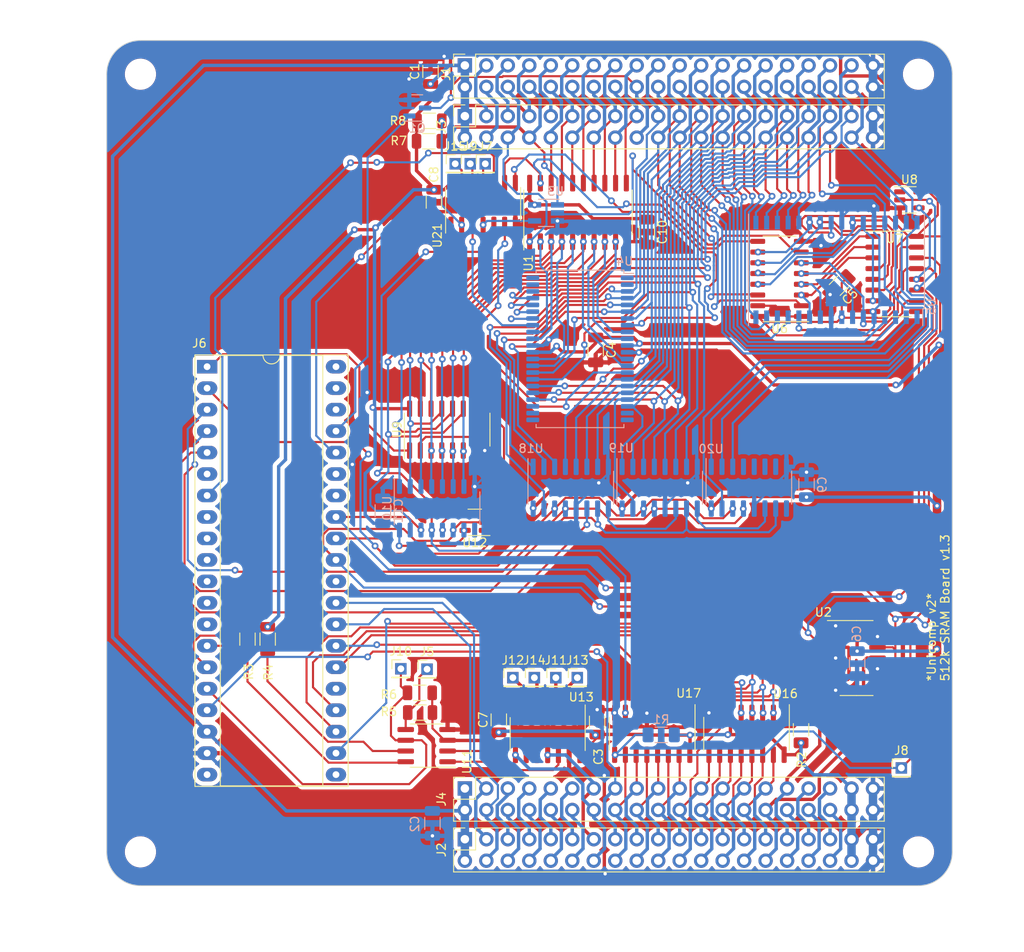
<source format=kicad_pcb>
(kicad_pcb (version 20221018) (generator pcbnew)
  (layers (0 "F.Cu" signal) (31 "B.Cu" signal) (34 "B.Paste" user) (35 "F.Paste" user) (36 "B.SilkS" user "B.Silkscreen") (37 "F.SilkS" user "F.Silkscreen") (38 "B.Mask" user) (39 "F.Mask" user) (44 "Edge.Cuts" user))
  (net 0 "")
  (net 1 "/~{RST}")
  (net 2 "GND")
  (net 3 "/D7")
  (net 4 "/D6")
  (net 5 "/D5")
  (net 6 "/D4")
  (net 7 "/D3")
  (net 8 "/D2")
  (net 9 "/D1")
  (net 10 "/D0")
  (net 11 "+5V")
  (net 12 "/A15")
  (net 13 "/A14")
  (net 14 "/A13")
  (net 15 "/A12")
  (net 16 "/A11")
  (net 17 "/A10")
  (net 18 "/A9")
  (net 19 "/A8")
  (net 20 "/A7")
  (net 21 "/A6")
  (net 22 "/A5")
  (net 23 "/A4")
  (net 24 "/A3")
  (net 25 "/A2")
  (net 26 "/A1")
  (net 27 "/A0")
  (net 28 "/TDI")
  (net 29 "/TMS")
  (net 30 "/TCK")
  (net 31 "+3V3")
  (net 32 "/TDO")
  (net 33 "/CLKF")
  (net 34 "/CLKS")
  (net 35 "/MOSI")
  (net 36 "/SCK")
  (net 37 "/~{IOWR}")
  (net 38 "/~{MWR}")
  (net 39 "/~{MRD}")
  (net 40 "/R{slash}~{W}_e")
  (net 41 "/~{IORD}")
  (net 42 "/PHI2_e")
  (net 43 "/PHI1_e")
  (net 44 "/~{PH0}")
  (net 45 "/PH0")
  (net 46 "/RX1")
  (net 47 "/RES1")
  (net 48 "/TX1")
  (net 49 "/RES0")
  (net 50 "/TX3")
  (net 51 "/RX3")
  (net 52 "/TX2")
  (net 53 "/RX2")
  (net 54 "/Bus/TDRTN")
  (net 55 "Net-(U7-RCLK)")
  (net 56 "Net-(U5-I{slash}O0)")
  (net 57 "Net-(U5-I{slash}O1)")
  (net 58 "Net-(U5-I{slash}O2)")
  (net 59 "Net-(U5-I{slash}O3)")
  (net 60 "Net-(U5-I{slash}O4)")
  (net 61 "Net-(U5-I{slash}O5)")
  (net 62 "Net-(U5-I{slash}O6)")
  (net 63 "Net-(U5-I{slash}O7)")
  (net 64 "/A16")
  (net 65 "/A17")
  (net 66 "/A18")
  (net 67 "/A19")
  (net 69 "/~{CSRAM}")
  (net 70 "/CD7")
  (net 71 "/CD6")
  (net 72 "/CD5")
  (net 73 "/CD4")
  (net 74 "/CD3")
  (net 75 "/CD2")
  (net 76 "/CD1")
  (net 77 "/CD0")
  (net 79 "/~{RAMWE14}")
  (net 80 "/~{RAMWE13}")
  (net 81 "/~{RAMWE12}")
  (net 82 "/~{RAMWE11}")
  (net 83 "/~{RAMWE10}")
  (net 84 "/~{RAMWE9}")
  (net 85 "/~{RAMWE8}")
  (net 86 "/~{RAMWE7}")
  (net 87 "/~{RAMWE6}")
  (net 88 "/~{RAMWE5}")
  (net 89 "/~{RAMWE4}")
  (net 90 "/~{RAMWE3}")
  (net 91 "/~{RAMWE2}")
  (net 92 "/~{RAMWE1}")
  (net 93 "/~{RAMWE0}")
  (net 94 "/~{RAMWE15}")
  (net 95 "/OFF{slash}ON")
  (net 96 "/SEL0")
  (net 97 "/SEL1")
  (net 98 "/SEL2")
  (net 99 "/SEL4")
  (net 100 "Net-(U18-~{RCO})")
  (net 101 "/~{MRC}")
  (net 102 "/CNT")
  (net 103 "/CPR")
  (net 104 "/~{CNTOE}")
  (net 105 "Net-(U19-~{RCO})")
  (net 111 "/~{PLD}")
  (net 112 "/uA12")
  (net 113 "/uA11")
  (net 114 "/~{uMWR}")
  (net 115 "/~{uMRD}")
  (net 116 "/B3")
  (net 117 "/B4")
  (net 118 "/B5")
  (net 119 "Net-(J5-Pin_1)")
  (net 120 "/SCL")
  (net 121 "/~{BUSFREE}")
  (net 123 "/VB")
  (net 124 "/~{STMRST}")
  (net 125 "/~{DATOE}")
  (net 126 "/uSCK")
  (net 127 "/uA4")
  (net 128 "/uMOSI")
  (net 129 "/B0")
  (net 130 "/B1")
  (net 131 "/TRST")
  (net 138 "Net-(U10-RCLK)")
  (net 139 "/uMISO")
  (net 141 "Net-(U4-~{WE})")
  (net 150 "Net-(U4-~{OE})")
  (net 151 "/WP")
  (net 152 "Net-(J7-Pin_1)")
  (net 153 "Net-(J9-Pin_1)")
  (net 154 "Net-(J15-Pin_1)")
  (net 155 "Net-(U21-Pad4)")
  (net 156 "Net-(U4-~{CE})")
  (net 157 "/~{RAMCSOR}")
  (net 158 "/SDA")
  (net 159 "Net-(J11-Pin_1)")
  (net 160 "Net-(J12-Pin_1)")
  (net 161 "Net-(J13-Pin_1)")
  (net 162 "Net-(J14-Pin_1)")
  (net 163 "/CTRL1")
  (net 164 "/CLKS#")
  (net 165 "/CLKF#")
  (footprint "Connector_PinHeader_2.00mm:PinHeader_1x01_P2.00mm_Vertical" (layer "F.Cu") (at 152.9969 120.7389)
    (fp_text reference "J13")
    (fp_text value ".")
  )
  (footprint "Connector_PinSocket_2.54mm:PinSocket_2x20_P2.54mm_Vertical" (layer "F.Cu") (at 139.7 48.303005 90)
    (fp_text reference "J1")
    (fp_text value "BUS")
  )
  (footprint "Package_SO:SOIC-14_3.9x8.7mm_P1.27mm" (layer "F.Cu") (at 149.4917 127.4079 -90)
    (fp_text reference "U13")
    (fp_text value "74LVC125")
  )
  (footprint "Package_DIP:DIP-40_W15.24mm_Socket_LongPads" (layer "F.Cu") (at 109.22 83.947)
    (fp_text reference "J6")
    (fp_text value "STM32F401")
  )
  (footprint "Package_SO:SOIC-8_3.9x4.9mm_P1.27mm" (layer "F.Cu") (at 135.1788 128.778 180)
    (fp_text reference "U11")
    (fp_text value "DS1085")
  )
  (footprint "Capacitor_SMD:C_1206_3216Metric" (layer "F.Cu") (at 161.2138 68.0194 -90)
    (fp_text reference "C10")
    (fp_text value "100n")
  )
  (footprint "Resistor_SMD:R_1206_3216Metric" (layer "F.Cu") (at 113.9952 116.1796 -90)
    (fp_text reference "R3")
    (fp_text value "3k3")
  )
  (footprint "Connector_PinSocket_2.54mm:PinSocket_2x20_P2.54mm_Vertical" (layer "F.Cu") (at 139.7 133.849005 90)
    (fp_text reference "J4")
    (fp_text value "BUS")
  )
  (footprint "Connector_PinHeader_2.00mm:PinHeader_1x01_P2.00mm_Vertical" (layer "F.Cu") (at 135.2296 119.7356)
    (fp_text reference "J5")
    (fp_text value ".")
  )
  (footprint "Resistor_SMD:R_1206_3216Metric_Pad1.30x1.75mm_HandSolder" (layer "F.Cu") (at 179.451 126.899 90)
    (fp_text reference "R2")
    (fp_text value "10k" hide)
  )
  (footprint "Package_SO:SO-16_3.9x9.9mm_P1.27mm" (layer "F.Cu") (at 176.907841 73.560471 180)
    (fp_text reference "U6")
    (fp_text value "74LVC253")
  )
  (footprint "Connector_PinHeader_2.00mm:PinHeader_1x01_P2.00mm_Vertical" (layer "F.Cu") (at 145.3769 120.7389)
    (fp_text reference "J12")
    (fp_text value "." hide)
  )
  (footprint "Package_SO:SOIC-16_3.9x9.9mm_P1.27mm" (layer "F.Cu") (at 173.005 127.3754 -90)
    (fp_text reference "U16")
    (fp_text value "74LVC138")
  )
  (footprint "Resistor_SMD:R_1206_3216Metric" (layer "F.Cu") (at 135.4475 57.277)
    (fp_text reference "R7")
    (fp_text value "10k")
  )
  (footprint "Connector_PinHeader_2.00mm:PinHeader_1x01_P2.00mm_Vertical" (layer "F.Cu") (at 138.557 59.944)
    (fp_text reference "J15")
    (fp_text value ".")
  )
  (footprint "Package_TO_SOT_SMD:SOT-23-5" (layer "F.Cu") (at 192.263241 64.2112)
    (fp_text reference "U8")
    (fp_text value "74AHC1G14")
  )
  (footprint "Connector_PinHeader_2.00mm:PinHeader_1x01_P2.00mm_Vertical" (layer "F.Cu") (at 132.1308 119.6848)
    (fp_text reference "J10")
    (fp_text value ".")
  )
  (footprint "Connector_PinHeader_2.00mm:PinHeader_1x01_P2.00mm_Vertical" (layer "F.Cu") (at 142.113 59.944)
    (fp_text reference "J7")
    (fp_text value ".")
  )
  (footprint "Package_SO:SOIC-14_3.9x8.7mm_P1.27mm" (layer "F.Cu") (at 141.859 64.6938 90)
    (fp_text reference "U21")
    (fp_text value "74LVC08AD")
  )
  (footprint "Capacitor_SMD:C_1206_3216Metric" (layer "F.Cu") (at 155.1686 81.9676 -90)
    (fp_text reference "C4")
    (fp_text value "100n")
  )
  (footprint "Connector_PinHeader_2.00mm:PinHeader_1x01_P2.00mm_Vertical" (layer "F.Cu") (at 140.335 59.944)
    (fp_text reference "J9")
    (fp_text value ".")
  )
  (footprint "Package_TO_SOT_SMD:SOT-23-5" (layer "F.Cu") (at 140.8684 102.362 180)
    (fp_text reference "U12")
    (fp_text value "74AHC1G14")
  )
  (footprint "Package_SO:SOIC-16_3.9x9.9mm_P1.27mm" (layer "F.Cu") (at 161.8544 127.3754 -90)
    (fp_text reference "U17")
    (fp_text value "74LVC138")
  )
  (footprint "Capacitor_SMD:C_1206_3216Metric" (layer "F.Cu") (at 183.930458 74.372783 -135)
    (fp_text reference "C5")
    (fp_text value "100n")
  )
  (footprint "Connector_PinSocket_2.54mm:PinSocket_2x20_P2.54mm_Vertical" (layer "F.Cu") (at 139.7 139.849005 90)
    (fp_text reference "J2")
    (fp_text value "BUS")
  )
  (footprint "Resistor_SMD:R_1206_3216Metric" (layer "F.Cu") (at 134.3767 122.5296 180)
    (fp_text reference "R6")
    (fp_text value "3k3")
  )
  (footprint "MountingHole:MountingHole_3.2mm_M3" (layer "F.Cu") (at 193.34 49.346005)
    (fp_text reference "H3" hide)
    (fp_text value "MountingHole" hide)
  )
  (footprint "Resistor_SMD:R_1206_3216Metric" (layer "F.Cu") (at 116.3828 116.1796 -90)
    (fp_text reference "R4")
    (fp_text value "3k3")
  )
  (footprint "Resistor_SMD:R_1206_3216Metric" (layer "F.Cu") (at 134.4061 124.8664 180)
    (fp_text reference "R5")
    (fp_text value "3k3")
  )
  (footprint "Package_SO:SOIC-14_3.9x8.7mm_P1.27mm" (layer "F.Cu") (at 186.0154 118.4148)
    (fp_text reference "U2")
    (fp_text value "74LVC125")
  )
  (footprint "Connector_PinSocket_2.54mm:PinSocket_2x20_P2.54mm_Vertical" (layer "F.Cu") (at 139.7 54.303005 90)
    (fp_text reference "J3")
    (fp_text value "BUS" hide)
  )
  (footprint "Connector_PinHeader_2.00mm:PinHeader_1x01_P2.00mm_Vertical" (layer "F.Cu") (at 150.4569 120.7389)
    (fp_text reference "J11")
    (fp_text value "." hide)
  )
  (footprint "Package_SO:SO-20_5.3x12.6mm_P1.27mm" (layer "F.Cu") (at 153.077 65.6925 90)
    (fp_text reference "U1")
    (fp_text value "SN74LVC245ANSR")
  )
  (footprint "Resistor_SMD:R_1206_3216Metric" (layer "F.Cu") (at 135.509 54.864)
    (fp_text reference "R8")
    (fp_text value "10k")
  )
  (footprint "Capacitor_SMD:C_1206_3216Metric" (layer "F.Cu") (at 143.7132 125.73 90)
    (fp_text reference "C7")
    (fp_text value "100n")
  )
  (footprint "MountingHole:MountingHole_3.2mm_M3" (layer "F.Cu") (at 101.34 49.346005)
    (fp_text reference "H1" hide)
    (fp_text value "MountingHole" hide)
  )
  (footprint "Package_SO:SO-16_3.9x9.9mm_P1.27mm" (layer "F.Cu") (at 190.522241 72.976271)
    (fp_text reference "U7")
    (fp_text value "74LVC595")
  )
  (footprint "Capacitor_SMD:C_1206_3216Metric" (layer "F.Cu") (at 135.636 49.022 90)
    (fp_text reference "C1")
    (fp_text value "100n")
  )
  (footprint "Connector_PinHeader_2.00mm:PinHeader_1x01_P2.00mm_Vertical" (layer "F.Cu") (at 191.3128 131.4196)
    (fp_text reference "J8")
    (fp_text value ".")
  )
  (footprint "Package_SO:SOIC-16_3.9x9.9mm_P1.27mm" (layer "F.Cu") (at 137.6045 91.392362 90)
    (fp_text reference "U9")
    (fp_text value "74HC165")
  )
  (footprint "MountingHole:MountingHole_3.2mm_M3" (layer "F.Cu") (at 101.34 141.346005)
    (fp_text reference "H2" hide)
    (fp_text value "MountingHole" hide)
  )
  (footprint "Capacitor_SMD:C_1206_3216Metric" (layer "F.Cu") (at 155.339481 125.995811 90)
    (fp_text reference "C3")
    (fp_text value "100n")
  )
  (footprint "Capacitor_SMD:C_1206_3216Metric" (layer "F.Cu") (at 136.0424 64.4906 -90)
    (fp_text reference "C8")
    (fp_text value "100n")
  )
  (footprint "MountingHole:MountingHole_3.2mm_M3" (layer "F.Cu") (at 193.34 141.346005)
    (fp_text reference "H4" hide)
    (fp_text value "MountingHole" hide)
  )
  (footprint "Connector_PinHeader_2.00mm:PinHeader_1x01_P2.00mm_Vertical" (layer "F.Cu") (at 147.9169 120.7389)
    (fp_text reference "J14")
    (fp_text value "." hide)
  )
  (footprint "Capacitor_SMD:C_1206_3216Metric" (layer "B.Cu") (at 135.8646 137.9746 -90)
    (fp_text reference "C2")
    (fp_text value "100n")
  )
  (footprint "Package_SO:TSOP-II-32_21.0x10.2mm_P1.27mm" (layer "B.Cu") (at 183.638841 72.493671 90)
    (fp_text reference "U5")
    (fp_text value "IS63LV1024L-10TL" hide)
  )
  (footprint "Capacitor_SMD:C_1206_3216Metric" (layer "B.Cu") (at 186.0804 119.0752 -90)
    (fp_text reference "C6")
    (fp_text value "100n")
  )
  (footprint "Capacitor_SMD:C_1206_3216Metric" (layer "B.Cu") (at 180.099075 97.905876 90)
    (fp_text reference "C9")
    (fp_text value "100n")
  )
  (footprint "Package_SO:TSOP-II-44_10.16x18.41mm_P0.8mm" (layer "B.Cu") (at 153.3144 81.8388 180)
    (fp_text reference "U4")
    (fp_text value "IS61C5128AL-10TLI" hide)
  )
  (footprint "Package_SO:SO-16_3.9x9.9mm_P1.27mm" (layer "B.Cu") (at 136.4132 100.7014 -90)
    (fp_text reference "U10")
    (fp_text value "74LVC595")
  )
  (footprint "Package_TO_SOT_SMD:SOT-23-5_HandSoldering" (layer "B.Cu") (at 149.2974 65.7504 180)
    (fp_text reference "U3")
    (fp_text value "74LVC1G32")
  )
  (footprint "Capacitor_SMD:C_1206_3216Metric" (layer "B.Cu") (at 129.9972 100.9922 90)
    (fp_text reference "C11")
    (fp_text value "100n")
  )
  (footprint "Package_SO:SOIC-16_3.9x9.9mm_P1.27mm" (layer "B.Cu") (at 152.2222 98.268351 -90)
    (fp_text reference "U18")
    (fp_text value "74HC590")
  )
  (footprint "Package_TO_SOT_SMD:SOT-23" (layer "B.Cu") (at 134.0635 53.34)
    (fp_text reference "Q1")
    (fp_text value "PMV450ENEAR")
  )
  (footprint "Package_SO:SOIC-16_3.9x9.9mm_P1.27mm" (layer "B.Cu") (at 162.7378 98.268351 -90)
    (fp_text reference "U19")
    (fp_text value "74HC590")
  )
  (footprint "Package_SO:SOIC-16_3.9x9.9mm_P1.27mm" (layer "B.Cu") (at 173.2788 98.257151 -90)
    (fp_text reference "U20")
    (fp_text value "74HC590")
  )
  (footprint "Resistor_SMD:R_1206_3216Metric_Pad1.30x1.75mm_HandSolder" (layer "B.Cu") (at 162.9156 127.508 180)
    (fp_text reference "R1")
    (fp_text value "10k")
  )
  (gr_line (start 97.34 49.346005) (end 97.34 141.346005) (stroke (width 0.1)) (layer "Edge.Cuts"))
  (gr_arc (start 97.34 49.346005) (mid 98.511573 46.517578) (end 101.34 45.346005) (stroke (width 0.1)) (layer "Edge.Cuts"))
  (gr_arc (start 193.34 45.346005) (mid 196.168427 46.517578) (end 197.34 49.346005) (stroke (width 0.1)) (layer "Edge.Cuts"))
  (gr_arc (start 197.34 141.346005) (mid 196.168427 144.174432) (end 193.34 145.346005) (stroke (width 0.1)) (layer "Edge.Cuts"))
  (gr_line (start 197.34 141.351) (end 197.34 49.346005) (stroke (width 0.1)) (layer "Edge.Cuts"))
  (gr_line (start 193.34 45.346005) (end 101.34 45.346005) (stroke (width 0.1)) (layer "Edge.Cuts"))
  (gr_arc (start 101.34 145.346005) (mid 98.511573 144.174432) (end 97.34 141.346005) (stroke (width 0.1)) (layer "Edge.Cuts"))
  (gr_line (start 193.34 145.346005) (end 101.34 145.346005) (stroke (width 0.1)) (layer "Edge.Cuts"))
  (gr_text "*Unicomp v2*\n512k SRAM Board v1.3" (at 195.6816 121.2596 90) (layer "F.SilkS") (effects (font (size 1 1)) (justify left)))
  (segment (start 138.049 50.832304) (end 138.049 52.1208) (width 0.25) (layer "F.Cu") (net 1))
  (segment (start 139.213299 49.668005) (end 138.049 50.832304) (width 0.25) (layer "F.Cu") (net 1))
  (segment (start 144.2212 49.5808) (end 144.133995 49.668005) (width 0.25) (layer "F.Cu") (net 1))
  (segment (start 158.757795 49.5808) (end 160.02 50.843005) (width 0.25) (layer "F.Cu") (net 1))
  (segment (start 144.2212 49.5808) (end 158.757795 49.5808) (width 0.25) (layer "F.Cu") (net 1))
  (segment (start 144.133995 49.668005) (end 139.213299 49.668005) (width 0.25) (layer "F.Cu") (net 1))
  (via (at 138.049 52.1208) (size 0.8) (drill 0.4) (layers "F.Cu" "B.Cu") (net 1))
  (segment (start 161.273253 53.298339) (end 161.273253 55.505419) (width 0.4) (layer "B.Cu") (net 1))
  (segment (start 161.273253 55.505419) (end 160.02 56.758672) (width 0.4) (layer "B.Cu") (net 1))
  (segment (start 160.02 50.843005) (end 160.02 52.045086) (width 0.4) (layer "B.Cu") (net 1))
  (segment (start 136.8298 53.34) (end 138.049 52.1208) (width 0.25) (layer "B.Cu") (net 1))
  (segment (start 135.001 53.34) (end 136.8298 53.34) (width 0.25) (layer "B.Cu") (net 1))
  (segment (start 160.02 52.045086) (end 161.273253 53.298339) (width 0.4) (layer "B.Cu") (net 1))
  (segment (start 156.19 143.842805) (end 156.19 132.3086) (width 0.4) (layer "F.Cu") (net 2))
  (segment (start 131.953 51.054) (end 133.096 49.911) (width 0.4) (layer "F.Cu") (net 2))
  (segment (start 141.855151 95.507849) (end 126.3934 95.507849) (width 0.4) (layer "F.Cu") (net 2))
  (segment (start 187.96 64.8208) (end 188.0616 64.9224) (width 0.4) (layer "F.Cu") (net 2))
  (segment (start 142.0495 95.3135) (end 141.855151 95.507849) (width 0.4) (layer "F.Cu") (net 2))
  (segment (start 134.4295 88.917362) (end 134.4295 87.769467) (width 0.4) (layer "F.Cu") (net 2))
  (segment (start 156.3406 82.2706) (end 155.1686 83.4426) (width 0.4) (layer "F.Cu") (net 2))
  (segment (start 152.0317 129.8829) (end 152.0317 127.4953) (width 0.25) (layer "F.Cu") (net 2))
  (segment (start 176.441041 76.735471) (end 174.332841 76.735471) (width 0.25) (layer "F.Cu") (net 2))
  (segment (start 166.047524 97.691875) (end 155.531926 97.691875) (width 0.25) (layer "F.Cu") (net 2))
  (segment (start 142.0059 99.274078) (end 140.8582 98.126378) (width 0.25) (layer "F.Cu") (net 2))
  (segment (start 136.934537 47.547) (end 137.250337 47.2312) (width 0.4) (layer "F.Cu") (net 2))
  (segment (start 152.885692 126.9746) (end 155.339481 124.520811) (width 0.4) (layer "F.Cu") (net 2))
  (segment (start 181.810041 69.623471) (end 181.381033 69.194463) (width 0.25) (layer "F.Cu") (net 2))
  (segment (start 142.0059 101.412) (end 142.0059 99.274078) (width 0.25) (layer "F.Cu") (net 2))
  (segment (start 176.403 97.691875) (end 166.047524 97.691875) (width 0.25) (layer "F.Cu") (net 2))
  (segment (start 142.0495 93.867362) (end 142.0495 95.3135) (width 0.4) (layer "F.Cu") (net 2))
  (segment (start 135.636 47.547) (end 136.934537 47.547) (width 0.4) (layer "F.Cu") (net 2))
  (segment (start 179.482841 78.005471) (end 180.29777 78.005471) (width 0.25) (layer "F.Cu") (net 2))
  (segment (start 155.531926 97.691875) (end 155.531925 97.691876) (width 0.25) (layer "F.Cu") (net 2))
  (segment (start 141.0952 126.873) (end 143.7132 124.255) (width 0.4) (layer "F.Cu") (net 2))
  (segment (start 157.029811 124.520811) (end 157.4094 124.9004) (width 0.4) (layer "F.Cu") (net 2))
  (segment (start 178.838076 97.691875) (end 180.099075 96.430876) (width 0.25) (layer "F.Cu") (net 2))
  (segment (start 145.669 67.1688) (end 145.669 65.9208) (width 0.4) (layer "F.Cu") (net 2))
  (segment (start 148.2217 127.6731) (end 147.5105 126.9619) (width 0.25) (layer "F.Cu") (net 2))
  (segment (start 145.9357 126.9619) (end 143.7132 124.7394) (width 0.4) (layer "F.Cu") (net 2))
  (segment (start 145.6817 124.9329) (end 144.3911 124.9329) (width 0.25) (layer "F.Cu") (net 2))
  (segment (start 151.511 126.9746) (end 151.4983 126.9619) (width 0.4) (layer "F.Cu") (net 2))
  (segment (start 128.172467 87.024467) (end 128.143 86.995) (width 0.4) (layer "F.Cu") (net 2))
  (segment (start 180.29777 78.005471) (end 182.887475 75.415766) (width 0.25) (layer "F.Cu") (net 2))
  (segment (start 160.274 82.2706) (end 156.3406 82.2706) (width 0.4) (layer "F.Cu") (net 2))
  (segment (start 149.0091 126.9619) (end 151.4983 126.9619) (width 0.4) (layer "F.Cu") (net 2))
  (segment (start 154.22862 85.2932) (end 155.1686 84.35322) (width 0.4) (layer "F.Cu") (net 2))
  (segment (start 131.953 52.294) (end 131.953 61.8762) (width 0.4) (layer "F.Cu") (net 2))
  (segment (start 135.46 47.547) (end 133.096 49.911) (width 0.4) (layer "F.Cu") (net 2))
  (segment (start 136.3998 65.6082) (end 145.3564 65.6082) (width 0.4) (layer "F.Cu") (net 2))
  (segment (start 143.7132 124.7394) (end 143.7132 124.255) (width 0.4) (layer "F.Cu") (net 2))
  (segment (start 158.792 69.155) (end 160.8744 69.155) (width 0.4) (layer "F.Cu") (net 2))
  (segment (start 152.885692 126.9746) (end 151.511 126.9746) (width 0.4) (layer "F.Cu") (net 2))
  (segment (start 150.6474 66.7004) (end 146.1374 66.7004) (width 0.4) (layer "F.Cu") (net 2))
  (segment (start 160.274 82.2706) (end 160.545 81.9996) (width 0.4) (layer "F.Cu") (net 2))
  (segment (start 180.099075 92.641013) (end 180.099075 96.430876) (width 0.4) (layer "F.Cu") (net 2))
  (segment (start 149.4917 126.4793) (end 149.0091 126.9619) (width 0.25) (layer "F.Cu") (net 2))
  (segment (start 191.125741 65.1612) (end 188.3004 65.1612) (width 0.25) (layer "F.Cu") (net 2))
  (segment (start 145.3564 65.6082) (end 145.542 65.7938) (width 0.4) (layer "F.Cu") (net 2))
  (segment (start 145.669 65.9208) (end 145.542 65.7938) (width 0.4) (layer "F.Cu") (net 2))
  (segment (start 177.711041 78.005471) (end 176.441041 76.735471) (width 0.25) (layer "F.Cu") (net 2))
  (segment (start 188.3004 65.1612) (end 188.0616 64.9224) (width 0.25) (layer "F.Cu") (net 2))
  (segment (start 158.750898 67.031498) (end 150.978498 67.031498) (width 0.4) (layer "F.Cu") (net 2))
  (segment (start 134.4295 87.769467) (end 133.6845 87.024467) (width 0.4) (layer "F.Cu") (net 2))
  (segment (start 160.545 81.9996) (end 169.457662 81.9996) (width 0.4) (layer "F.Cu") (net 2))
  (segment (start 181.381033 69.194463) (end 179.561833 69.194463) (width 0.25) (layer "F.Cu") (net 2))
  (segment (start 133.6845 87.024467) (end 128.172467 87.024467) (width 0.4) (layer "F.Cu") (net 2))
  (segment (start 155.1686 84.35322) (end 155.1686 83.4426) (width 0.4) (layer "F.Cu") (net 2))
  (segment (start 149.6314 82.9564) (end 151.9682 85.2932) (width 0.4) (layer "F.Cu") (net 2))
  (segment (start 187.96 56.843005) (end 187.96 64.8208) (width 0.4) (layer "F.Cu") (net 2))
  (segment (start 131.953 52.294) (end 131.953 51.054) (width 0.4) (layer "F.Cu") (net 2))
  (segment (start 133.096 49.911) (end 133.272 49.911) (width 0.4) (layer "F.Cu") (net 2))
  (segment (start 147.5105 126.9619) (end 149.0091 126.9619) (width 0.4) (layer "F.Cu") (net 2))
  (segment (start 156.2862 143.939005) (end 156.19 143.842805) (width 0.4) (layer "F.Cu") (net 2))
  (segment (start 154.914692 124.9456) (end 155.339481 124.520811) (width 0.4) (layer "F.Cu") (net 2))
  (segment (start 155.339481 124.520811) (end 157.029811 124.520811) (width 0.4) (layer "F.Cu") (net 2))
  (segment (start 152.0317 127.4953) (end 151.4983 126.9619) (width 0.25) (layer "F.Cu") (net 2))
  (segment (start 150.978498 67.031498) (end 150.6474 66.7004) (width 0.4) (layer "F.Cu") (net 2))
  (segment (start 169.457662 81.9996) (end 179.542831 92.084769) (width 0.4) (layer "F.Cu") (net 2))
  (segment (start 147.5105 126.9619) (end 145.9357 126.9619) (width 0.4) (layer "F.Cu") (net 2))
  (segment (start 149.4917 124.9329) (end 149.4917 126.4793) (width 0.25) (layer "F.Cu") (net 2))
  (segment (start 161.2138 69.4944) (end 158.750898 67.031498) (width 0.4) (layer "F.Cu") (net 2))
  (segment (start 149.6314 80.7466) (end 149.6314 82.9564) (width 0.4) (layer "F.Cu") (net 2))
  (segment (start 151.9682 85.2932) (end 154.22862 85.2932) (width 0.4) (layer "F.Cu") (net 2))
  (segment (start 153.3017 124.9329) (end 154.927392 124.9329) (width 0.25) (layer "F.Cu") (net 2))
  (segment (start 137.6538 126.873) (end 141.0952 126.873) (width 0.4) (layer "F.Cu") (net 2))
  (segment (start 179.482841 78.005471) (end 177.711041 78.005471) (width 0.25) (layer "F.Cu") (net 2))
  (segment (start 146.1374 66.7004) (end 145.669 67.1688) (width 0.4) (layer "F.Cu") (net 2))
  (segment (start 179.542831 92.084769) (end 180.099075 92.641013) (width 0.4) (layer "F.Cu") (net 2))
  (segment (start 144.3911 124.9329) (end 143.7132 124.255) (width 0.25) (layer "F.Cu") (net 2))
  (segment (start 131.953 61.8762) (end 136.0424 65.9656) (width 0.4) (layer "F.Cu") (net 2))
  (segment (start 176.403 97.691875) (end 178.838076 97.691875) (width 0.25) (layer "F.Cu") (net 2))
  (segment (start 148.2217 129.8829) (end 148.2217 127.6731) (width 0.25) (layer "F.Cu") (net 2))
  (segment (start 135.636 47.547) (end 135.46 47.547) (width 0.4) (layer "F.Cu") (net 2))
  (via (at 180.099075 96.430876) (size 0.8) (drill 0.4) (layers "F.Cu" "B.Cu") (net 2))
  (via (at 188.0616 64.9224) (size 0.8) (drill 0.4) (layers "F.Cu" "B.Cu") (net 2))
  (via (at 135.8646 139.4496) (size 0.8) (drill 0.4) (layers "F.Cu" "B.Cu") (net 2))
  (via (at 156.2862 143.939005) (size 0.8) (drill 0.4) (layers "F.Cu" "B.Cu") (net 2))
  (via (at 181.810041 69.623471) (size 0.8) (drill 0.4) (layers "F.Cu" "B.Cu") (net 2))
  (via (at 149.6314 80.7466) (size 0.8) (drill 0.4) (layers "F.Cu" "B.Cu") (net 2))
  (via (at 183.5404 118.4148) (size 0.8) (drill 0.4) (layers "F.Cu" "B.Cu") (net 2))
  (via (at 182.887475 75.415766) (size 0.8) (drill 0.4) (layers "F.Cu" "B.Cu") (net 2))
  (via (at 168.56 124.9004) (size 0.8) (drill 0.4) (layers "F.Cu" "B.Cu") (net 2))
  (via (at 128.143 86.995) (size 0.8) (drill 0.4) (layers "F.Cu" "B.Cu") (net 2))
  (via (at 140.8582 98.126378) (size 0.8) (drill 0.4) (layers "F.Cu" "B.Cu") (net 2))
  (via (at 137.250337 47.2312) (size 0.8) (drill 0.4) (layers "F.Cu" "B.Cu") (net 2))
  (via (at 183.5404 122.2248) (size 0.8) (drill 0.4) (layers "F.Cu" "B.Cu") (net 2))
  (via (at 166.047524 97.691875) (size 0.8) (drill 0.4) (layers "F.Cu" "B.Cu") (net 2))
  (via (at 155.339481 124.520811) (size 0.8) (drill 0.4) (layers "F.Cu" "B.Cu") (net 2))
  (via (at 161.2194 124.937) (size 0.8) (drill 0.4) (layers "F.Cu" "B.Cu") (net 2))
  (via (at 156.19 132.3086) (size 0.8) (drill 0.4) (layers "F.Cu" "B.Cu") (net 2))
  (via (at 157.4094 124.9004) (size 0.8) (drill 0.4) (layers "F.Cu" "B.Cu") (net 2))
  (via (at 142.0495 93.867362) (size 0.8) (drill 0.4) (layers "F.Cu" "B.Cu") (net 2))
  (via (at 188.4904 119.6848) (size 0.8) (drill 0.4) (layers "F.Cu" "B.Cu") (net 2))
  (via (at 150.6474 66.7004) (size 0.8) (drill 0.4) (layers "F.Cu" "B.Cu") (net 2))
  (via (at 155.531925 97.691876) (size 0.8) (drill 0.4) (layers "F.Cu" "B.Cu") (net 2))
  (via (at 187.947241 77.421293) (size 0.8) (drill 0.4) (layers "F.Cu" "B.Cu") (net 2))
  (via (at 183.5404 114.6048) (size 0.8) (drill 0.4) (layers "F.Cu" "B.Cu") (net 2))
  (via (at 133.096 49.911) (size 0.8) (drill 0.4) (layers "F.Cu" "B.Cu") (net 2))
  (via (at 126.3934 95.507849) (size 0.8) (drill 0.4) (layers "F.Cu" "B.Cu") (net 2))
  (via (at 160.274 82.2706) (size 0.8) (drill 0.4) (layers "F.Cu" "B.Cu") (net 2))
  (via (at 188.4904 115.8748) (size 0.8) (drill 0.4) (layers "F.Cu" "B.Cu") (net 2))
  (segment (start 152.8572 100.3666) (end 155.531925 97.691876) (width 0.25) (layer "B.Cu") (net 2))
  (segment (start 188.083841 66.393671) (end 188.083841 65.884441) (width 0.25) (layer "B.Cu") (net 2))
  (segment (start 155.339481 124.520811) (end 155.939483 125.120813) (width 0.4) (layer "B.Cu") (net 2))
  (segment (start 129.9972 99.5172) (end 130.3528 99.8728) (width 0.4) (layer "B.Cu") (net 2))
  (segment (start 186.0804 120.5502) (end 185.215 120.5502) (width 0.4) (layer "B.Cu") (net 2))
  (segment (start 187.96 48.26) (end 187.96 50.8) (width 1) (layer "B.Cu") (net 2))
  (segment (start 187.625 120.5502) (end 188.4904 119.6848) (width 0.25) (layer "B.Cu") (net 2))
  (segment (start 183.258929 69.623471) (end 181.810041 69.623471) (width 0.25) (layer "B.Cu") (net 2))
  (segment (start 142.0647 96.919878) (end 140.8582 98.126378) (width 0.25) (layer "B.Cu") (net 2))
  (segment (start 196.84 113.284) (end 196.84 120.904) (width 1) (layer "B.Cu") (net 2))
  (segment (start 135.8646 142.381405) (end 135.857 142.389005) (width 0.4) (layer "B.Cu") (net 2))
  (segment (start 135.857 139.4572) (end 135.857 142.389005) (width 0.25) (layer "B.Cu") (net 2))
  (segment (start 161.2194 124.937) (end 160.456 125.7004) (width 0.4) (layer "B.Cu") (net 2))
  (segment (start 196.84 59.723005) (end 196.84 96.8502) (width 1) (layer "B.Cu") (net 2))
  (segment (start 148.9392 81.4388) (end 149.6314 80.7466) (width 0.4) (layer "B.Cu") (net 2))
  (segment (start 163.3728 100.3666) (end 165.958624 97.780775) (width 0.25) (layer "B.Cu") (net 2))
  (segment (start 155.939483 125.120813) (end 155.939483 132.058083) (width 0.4) (layer "B.Cu") (net 2))
  (segment (start 184.263841 68.618559) (end 183.258929 69.623471) (width 0.25) (layer "B.Cu") (net 2))
  (segment (start 187.132441 80.137) (end 183.805041 80.137) (width 0.25) (layer "B.Cu") (net 2))
  (segment (start 184.263841 66.893671) (end 184.263841 68.618559) (width 0.25) (layer "B.Cu") (net 2))
  (segment (start 176.608325 97.660876) (end 177.7238 96.5454) (width 0.25) (layer "B.Cu") (net 2))
  (segment (start 151.384 143.939005) (end 138.43 143.939005) (width 1) (layer "B.Cu") (net 2))
  (segment (start 196.84 120.904) (end 186.4342 120.904) (width 0.4) (layer "B.Cu") (net 2))
  (segment (start 188.740795 139.849005) (end 187.96 139.849005) (width 1) (layer "B.Cu") (net 2))
  (segment (start 183.805041 80.137) (end 183.013841 79.3458) (width 0.25) (layer "B.Cu") (net 2))
  (segment (start 168.56 124.9004) (end 168.5234 124.937) (width 0.4) (layer "B.Cu") (net 2))
  (segment (start 186.4342 120.904) (end 186.0804 120.5502) (width 0.4) (layer "B.Cu") (net 2))
  (segment (start 183.5404 118.4148) (end 183.5404 114.6048) (width 0.25) (layer "B.Cu") (net 2))
  (segment (start 187.96 142.389005) (end 186.41 143.939005) (width 1) (layer "B.Cu") (net 2))
  (segment (start 160.456 125.7004) (end 158.2094 125.7004) (width 0.4) (layer "B.Cu") (net 2))
  (segment (start 188.083841 64.944641) (end 188.0616 64.9224) (width 0.25) (layer "B.Cu") (net 2))
  (segment (start 135.8646 139.4496) (end 135.8646 142.381405) (width 0.4) (layer "B.Cu") (net 2))
  (segment (start 133.126 49.941) (end 133.096 49.911) (width 0.25) (layer "B.Cu") (net 2))
  (segment (start 147.7269 81.4388) (end 148.9392 81.4388) (width 0.4) (layer "B.Cu") (net 2))
  (segment (start 196.84 120.904) (end 196.84 131.7498) (width 1) (layer "B.Cu") (net 2))
  (segment (start 185.215 120.5502) (end 183.5404 122.2248) (width 0.4) (layer "B.Cu") (net 2))
  (segment (start 126.3934 92.946229) (end 126.3934 95.507849) (width 0.4) (layer "B.Cu") (net 2))
  (segment (start 186.41 143.939005) (end 156.2862 143.939005) (width 1) (layer "B.Cu") (net 2))
  (segment (start 142.0647 93.882562) (end 142.0495 93.867362) (width 0.25) (layer "B.Cu") (net 2))
  (segment (start 166.047524 97.691875) (end 167.1828 96.5566) (width 0.25) (layer "B.Cu") (net 2))
  (segment (start 128.143 86.995) (end 127.3514 87.7866) (width 0.4) (layer "B.Cu") (net 2))
  (segment (start 188.083841 78.093671) (end 188.083841 79.1856) (width 0.25) (layer "B.Cu") (net 2))
  (segment (start 183.013841 75.542132) (end 182.887475 75.415766) (width 0.25) (layer "B.Cu") (net 2))
  (segment (start 183.5404 122.2248) (end 183.5404 118.4148) (width 0.25) (layer "B.Cu") (net 2))
  (segment (start 155.531925 97.691876) (end 156.6672 96.5566) (width 0.25) (layer "B.Cu") (net 2))
  (segment (start 196.84 96.8502) (end 196.84 98.9076) (width 1) (layer "B.Cu") (net 2))
  (segment (start 188.083841 68.0836) (end 188.707241 68.707) (width 0.25) (layer "B.Cu") (net 2))
  (segment (start 188.707241 68.707) (end 188.707241 76.661293) (width 0.25) (layer "B.Cu") (net 2))
  (segment (start 127.3514 87.7866) (end 127.3514 91.988229) (width 0.4) (layer "B.Cu") (net 2))
  (segment (start 135.857 142.389005) (end 137.407 143.939005) (width 1) (layer "B.Cu") (net 2))
  (segment (start 155.939483 132.058083) (end 156.19 132.3086) (width 0.4) (layer "B.Cu") (net 2))
  (segment (start 183.013841 79.3458) (end 183.013841 78.093671) (width 0.25) (layer "B.Cu") (net 2))
  (segment (start 187.6044 65.405) (end 185.114112 65.405) (width 0.25) (layer "B.Cu") (net 2))
  (segment (start 187.963253 56.849864) (end 187.963253 54.309864) (width 1) (layer "B.Cu") (net 2))
  (segment (start 130.3528 99.8728) (end 140.1572 99.8728) (width 0.4) (layer "B.Cu") (net 2))
  (segment (start 119.126 139.573) (end 135.7412 139.573) (width 0.4) (layer "B.Cu") (net 2))
  (segment (start 138.6078 46.753005) (end 138.129605 47.2312) (width 0.4) (layer "B.Cu") (net 2))
  (segment (start 185.114112 65.405) (end 184.263841 66.255271) (width 0.25) (layer "B.Cu") (net 2))
  (segment (start 183.013841 78.093671) (end 183.013841 75.542132) (width 0.25) (layer "B.Cu") (net 2))
  (segment (start 165.958624 97.780775) (end 166.047524 97.691875) (width 0.25) (layer "B.Cu") (net 2))
  (segment (start 168.5234 124.937) (end 161.2194 124.937) (width 0.4) (layer "B.Cu") (net 2))
  (segment (start 188.083841 66.893671) (end 188.083841 68.0836) (width 0.25) (layer "B.Cu") (net 2))
  (segment (start 183.5404 114.6048) (end 187.2204 114.6048) (width 0.25) (layer "B.Cu") (net 2))
  (segment (start 196.84 131.7498) (end 188.740795 139.849005) (width 1) (layer "B.Cu") (net 2))
  (segment (start 188.083841 79.1856) (end 187.132441 80.137) (width 0.25) (layer "B.Cu") (net 2))
  (segment (start 173.9138 100.3554) (end 176.608325 97.660876) (width 0.25) (layer "B.Cu") (net 2))
  (segment (start 187.2204 114.6048) (end 188.4904 115.8748) (width 0.25) (layer "B.Cu") (net 2))
  (segment (start 187.96 48.303005) (end 186.41 46.753005) (width 1) (layer "B.Cu") (net 2))
  (segment (start 127.3514 91.988229) (end 126.3934 92.946229) (width 0.4) (layer "B.Cu") (net 2))
  (segment (start 180.099075 96.430876) (end 196.420676 96.430876) (width 0.4) (layer "B.Cu") (net 2))
  (segment (start 186.41 46.753005) (end 138.6078 46.753005) (width 1) (layer "B.Cu") (net 2))
  (segment (start 140.1572 99.8728) (end 140.8582 99.1718) (width 0.4) (layer "B.Cu") (net 2))
  (segment (start 142.0647 96.919878) (end 142.0647 93.882562) (width 0.25) (layer "B.Cu") (net 2))
  (segment (start 140.8582 99.1718) (end 140.8582 98.1264) (width 0.4) (layer "B.Cu") (net 2))
  (segment (start 138.129605 47.2312) (end 137.250337 47.2312) (width 0.4) (layer "B.Cu") (net 2))
  (segment (start 196.84 98.9076) (end 196.84 113.284) (width 1) (layer "B.Cu") (net 2))
  (segment (start 156.2862 143.939005) (end 151.384 143.939005) (width 1) (layer "B.Cu") (net 2))
  (segment (start 158.2094 125.7004) (end 157.4094 124.9004) (width 0.4) (layer "B.Cu") (net 2))
  (segment (start 137.407 143.939005) (end 138.43 143.939005) (width 1) (layer "B.Cu") (net 2))
  (segment (start 158.9337 82.2706) (end 160.274 82.2706) (width 0.4) (layer "B.Cu") (net 2))
  (segment (start 186.0804 120.5502) (end 187.625 120.5502) (width 0.25) (layer "B.Cu") (net 2))
  (segment (start 180.099075 96.430876) (end 178.372525 96.430876) (width 0.4) (layer "B.Cu") (net 2))
  (segment (start 188.083841 65.884441) (end 187.6044 65.405) (width 0.25) (layer "B.Cu") (net 2))
  (segment (start 187.96 50.843005) (end 196.84 59.723005) (width 1) (layer "B.Cu") (net 2))
  (segment (start 188.707241 76.661293) (end 187.947241 77.421293) (width 0.25) (layer "B.Cu") (net 2))
  (segment (start 109.22 129.667) (end 119.126 139.573) (width 0.4) (layer "B.Cu") (net 2))
  (segment (start 188.083841 66.893671) (end 188.083841 64.944641) (width 0.25) (layer "B.Cu") (net 2))
  (segment (start 178.372525 96.430876) (end 177.7238 95.782151) (width 0.4) (layer "B.Cu") (net 2))
  (segment (start 187.96 133.849005) (end 187.96 142.389005) (width 1) (layer "B.Cu") (net 2))
  (segment (start 196.420676 96.430876) (end 196.84 96.8502) (width 0.4) (layer "B.Cu") (net 2))
  (segment (start 187.963253 54.309864) (end 187.963253 48.309864) (width 1) (layer "B.Cu") (net 2))
  (segment (start 133.126 52.39) (end 133.126 49.941) (width 0.25) (layer "B.Cu") (net 2))
  (segment (start 158.704986 55.618019) (end 160.02 54.303005) (width 0.25) (layer "F.Cu") (net 3))
  (segment (start 158.704986 62.142986) (end 158.704986 55.618019) (width 0.25) (layer "F.Cu") (net 3))
  (segment (start 158.77 51.963) (end 160.02 53.213) (width 0.4) (layer "B.Cu") (net 3))
  (segment (start 158.77 49.553005) (end 158.77 51.963) (width 0.4) (layer "B.Cu") (net 3))
  (segment (start 160.02 53.213) (end 160.02 54.303005) (width 0.4) (layer "B.Cu") (net 3))
  (segment (start 160.02 48.303005) (end 158.77 49.553005) (width 0.4) (layer "B.Cu") (net 3))
  (segment (start 157.48 62.188) (end 157.48 56.843005) (width 0.25) (layer "F.Cu") (net 4))
  (segment (start 157.48 51.689) (end 157.48 50.843005) (width 0.4) (layer "B.Cu") (net 4))
  (segment (start 158.733253 55.388747) (end 158.733253 52.942253) (width 0.4) (layer "B.Cu") (net 4))
  (segment (start 157.483253 56.638747) (end 158.733253 55.388747) (width 0.4) (layer "B.Cu") (net 4))
  (segment (start 158.733253 52.942253) (end 157.48 51.689) (width 0.4) (layer "B.Cu") (net 4))
  (segment (start 156.252 55.531005) (end 157.48 54.303005) (width 0.25) (layer "F.Cu") (net 5))
  (segment (start 156.252 62.23) (end 156.252 55.531005) (width 0.25) (layer "F.Cu") (net 5))
  (segment (start 156.23 49.553005) (end 156.23 51.836) (width 0.4) (layer "B.Cu") (net 5))
  (segment (start 157.48 53.086) (end 157.48 54.303005) (width 0.4) (layer "B.Cu") (net 5))
  (segment (start 157.48 48.303005) (end 156.23 49.553005) (width 0.4) (layer "B.Cu") (net 5))
  (segment (start 156.23 51.836) (end 157.48 53.086) (width 0.4) (layer "B.Cu") (net 5))
  (segment (start 154.94 62.188) (end 154.94 56.843005) (width 0.25) (layer "F.Cu") (net 6))
  (segment (start 154.94 51.816) (end 156.213253 53.089253) (width 0.4) (layer "B.Cu") (net 6))
  (segment (start 156.213253 55.493457) (end 154.943253 56.763457) (width 0.4) (layer "B.Cu") (net 6))
  (segment (start 154.94 50.843005) (end 154.94 51.816) (width 0.4) (layer "B.Cu") (net 6))
  (segment (start 156.213253 53.089253) (end 156.213253 55.493457) (width 0.4) (layer "B.Cu") (net 6))
  (segment (start 153.712 62.23) (end 153.712 55.531005) (width 0.25) (layer "F.Cu") (net 7))
  (segment (start 153.712 55.531005) (end 154.94 54.303005) (width 0.25) (layer "F.Cu") (net 7))
  (segment (start 154.94 53.213) (end 154.94 54.303005) (width 0.4) (layer "B.Cu") (net 7))
  (segment (start 153.69 49.553005) (end 153.69 51.963) (width 0.4) (layer "B.Cu") (net 7))
  (segment (start 154.94 48.303005) (end 153.69 49.553005) (width 0.4) (layer "B.Cu") (net 7))
  (segment (start 153.69 51.963) (end 154.94 53.213) (width 0.4) (layer "B.Cu") (net 7))
  (segment (start 152.4 62.188) (end 152.4 56.843005) (width 0.25) (layer "F.Cu") (net 8))
  (segment (start 153.673253 55.493457) (end 153.673253 52.962253) (width 0.4) (layer "B.Cu") (net 8))
  (segment (start 152.403253 56.763457) (end 153.673253 55.493457) (width 0.4) (layer "B.Cu") (net 8))
  (segment (start 153.673253 52.962253) (end 152.4 51.689) (width 0.4) (layer "B.Cu") (net 8))
  (segment (start 152.4 51.689) (end 152.4 50.843005) (width 0.4) (layer "B.Cu") (net 8))
  (segment (start 151.172 62.23) (end 151.172 55.531005) (width 0.25) (layer "F.Cu") (net 9))
  (segment (start 151.172 55.531005) (end 152.4 54.303005) (width 0.25) (layer "F.Cu") (net 9))
  (segment (start 152.4 52.959) (end 152.4 54.303005) (width 0.4) (layer "B.Cu") (net 9))
  (segment (start 152.403253 48.458869) (end 151.15 49.712122) (width 0.4) (layer "B.Cu") (net 9))
  (segment (start 151.15 49.712122) (end 151.15 51.709) (width 0.4) (layer "B.Cu") (net 9))
  (segment (start 151.15 51.709) (end 152.4 52.959) (width 0.4) (layer "B.Cu") (net 9))
  (segment (start 149.907883 62.140117) (end 149.907883 56.890888) (width 0.25) (layer "F.Cu") (net 10))
  (segment (start 149.863253 56.09729) (end 151.113253 54.84729) (width 0.4) (layer "B.Cu") (net 10))
  (segment (start 151.113253 54.84729) (end 151.113253 52.520781) (width 0.4) (layer "B.Cu") (net 10))
  (segment (start 149.863253 56.723457) (end 149.863253 56.09729) (width 0.4) (layer "B.Cu") (net 10))
  (segment (start 151.113253 52.520781) (end 149.86 51.267528) (width 0.4) (layer "B.Cu") (net 10))
  (via (at 135.636 50.497) (size 0.8) (drill 0.4) (layers "F.Cu" "B.Cu") (net 11))
  (segment (start 135.8646 136.4996) (end 139.589405 136.4996) (width 0.4) (layer "B.Cu") (net 11))
  (segment (start 109.22 127.127) (end 98.044 115.951) (width 0.4) (layer "B.Cu") (net 11))
  (segment (start 135.975195 136.389005) (end 139.7 136.389005) (width 0.25) (layer "B.Cu") (net 11))
  (segment (start 118.5926 136.4996) (end 135.8646 136.4996) (width 0.4) (layer "B.Cu") (net 11))
  (segment (start 139.703253 54.309864) (end 139.703253 48.309864) (width 1) (layer "B.Cu") (net 11))
  (segment (start 139.7 139.7) (end 139.7 133.7) (width 1) (layer "B.Cu") (net 11))
  (segment (start 98.044 59.055) (end 108.795995 48.303005) (width 0.4) (layer "B.Cu") (net 11))
  (segment (start 98.044 115.951) (end 98.044 59.055) (width 0.4) (layer "B.Cu") (net 11))
  (segment (start 139.703253 54.309864) (end 139.703253 56.849864) (width 1) (layer "B.Cu") (net 11))
  (segment (start 139.7 139.7) (end 139.7 142.24) (width 1) (layer "B.Cu") (net 11))
  (segment (start 108.795995 48.303005) (end 139.7 48.303005) (width 0.4) (layer "B.Cu") (net 11))
  (segment (start 137.829995 48.303005) (end 135.636 50.497) (width 0.4) (layer "B.Cu") (net 11))
  (segment (start 109.22 127.127) (end 118.5926 136.4996) (width 0.4) (layer "B.Cu") (net 11))
  (segment (start 139.7 48.303005) (end 137.829995 48.303005) (width 0.4) (layer "B.Cu") (net 11))
  (segment (start 148.053812 78.282796) (end 150.412608 75.924) (width 0.25) (layer "F.Cu") (net 12))
  (segment (start 156.663023 73.9902) (end 167.0812 73.9902) (width 0.25) (layer "F.Cu") (net 12))
  (segment (start 151.197216 75.289) (end 155.364223 75.289) (width 0.25) (layer "F.Cu") (net 12))
  (segment (start 180.34 63.246) (end 180.7464 63.6524) (width 0.25) (layer "F.Cu") (net 12))
  (segment (start 167.0812 73.9902) (end 167.259 74.168) (width 0.25) (layer "F.Cu") (net 12))
  (segment (start 145.1864 78.282796) (end 148.053812 78.282796) (width 0.25) (layer "F.Cu") (net 12))
  (segment (start 180.34 56.843005) (end 180.34 63.246) (width 0.25) (layer "F.Cu") (net 12))
  (segment (start 155.364223 75.289) (end 156.663023 73.9902) (width 0.25) (layer "F.Cu") (net 12))
  (segment (start 150.562216 75.924) (end 151.197216 75.289) (width 0.25) (layer "F.Cu") (net 12))
  (segment (start 150.412608 75.924) (end 150.562216 75.924) (width 0.25) (layer "F.Cu") (net 12))
  (via (at 145.1864 78.282796) (size 0.8) (drill 0.4) (layers "F.Cu" "B.Cu") (net 12))
  (via (at 180.7464 63.6524) (size 0.8) (drill 0.4) (layers "F.Cu" "B.Cu") (net 12))
  (via (at 167.259 74.168) (size 0.8) (drill 0.4) (layers "F.Cu" "B.Cu") (net 12))
  (segment (start 166.781017 71.908019) (end 166.7988 71.925802) (width 0.25) (layer "B.Cu") (net 12))
  (segment (start 147.682904 78.282796) (end 145.1864 78.282796) (width 0.25) (layer "B.Cu") (net 12))
  (segment (start 174.751612 60.1688) (end 173.735612 61.1848) (width 0.25) (layer "B.Cu") (net 12))
  (segment (start 165.9128 91.0844) (end 165.9128 95.793351) (width 0.25) (layer "B.Cu") (net 12))
  (segment (start 166.781017 65.152624) (end 166.781017 71.908019) (width 0.25) (layer "B.Cu") (net 12))
  (segment (start 167.259 74.168) (end 167.3998 74.3088) (width 0.25) (layer "B.Cu") (net 12))
  (segment (start 180.343253 51.137276) (end 181.593253 52.387276) (width 0.4) (layer "B.Cu") (net 12))
  (segment (start 179.193841 65.204959) (end 180.7464 63.6524) (width 0.25) (layer "B.Cu") (net 12))
  (segment (start 170.941612 61.5912) (end 170.28107 61.5912) (width 0.25) (layer "B.Cu") (net 12))
  (segment (start 171.094012 61.4388) (end 170.941612 61.5912) (width 0.25) (layer "B.Cu") (net 12))
  (segment (start 177.014205 60.1688) (end 174.751612 60.1688) (width 0.25) (layer "B.Cu") (net 12))
  (segment (start 167.1798 64.109808) (end 167.1798 64.753841) (width 0.25) (layer "B.Cu") (net 12))
  (segment (start 173.735612 61.1848) (end 171.805212 61.1848) (width 0.25) (layer "B.Cu") (net 12))
  (segment (start 167.989 89.0082) (end 165.9128 91.0844) (width 0.25) (layer "B.Cu") (net 12))
  (segment (start 167.3998 76.212608) (end 167.989 76.801808) (width 0.25) (layer "B.Cu") (net 12))
  (segment (start 181.593253 54.84729) (end 180.343253 56.09729) (width 0.4) (layer "B.Cu") (net 12))
  (segment (start 180.343253 56.09729) (end 180.343253 56.759885) (width 0.4) (layer "B.Cu") (net 12))
  (segment (start 180.34 56.843005) (end 177.014205 60.1688) (width 0.25) (layer "B.Cu") (net 12))
  (segment (start 169.804265 62.068005) (end 169.221603 62.068005) (width 0.25) (layer "B.Cu") (net 12))
  (segment (start 169.221603 62.068005) (end 167.1798 64.109808) (width 0.25) (layer "B.Cu") (net 12))
  (segment (start 167.1798 64.753841) (end 166.781017 65.152624) (width 0.25) (layer "B.Cu") (net 12))
  (segment (start 167.3998 74.3088) (end 167.3998 76.212608) (width 0.25) (layer "B.Cu") (net 12))
  (segment (start 171.805212 61.1848) (end 171.551212 61.4388) (width 0.25) (layer "B.Cu") (net 12))
  (segment (start 166.7988 71.925802) (end 166.7988 73.7078) (width 0.25) (layer "B.Cu") (net 12))
  (segment (start 167.989 76.801808) (end 167.989 89.0082) (width 0.25) (layer "B.Cu") (net 12))
  (segment (start 179.193841 66.893671) (end 179.193841 65.204959) (width 0.25) (layer "B.Cu") (net 12))
  (segment (start 170.28107 61.5912) (end 169.804265 62.068005) (width 0.25) (layer "B.Cu") (net 12))
  (segment (start 181.593253 52.387276) (end 181.593253 54.84729) (width 0.4) (layer "B.Cu") (net 12))
  (segment (start 171.551212 61.4388) (end 171.094012 61.4388) (width 0.25) (layer "B.Cu") (net 12))
  (segment (start 166.7988 73.7078) (end 167.259 74.168) (width 0.25) (layer "B.Cu") (net 12))
  (segment (start 166.6494 75.1332) (end 161.466404 75.1332) (width 0.25) (layer "F.Cu") (net 13))
  (segment (start 180.34 54.303005) (end 179.1208 55.522205) (width 0.25) (layer "F.Cu") (net 13))
  (segment (start 179.1208 55.522205) (end 179.1208 63.0936) (width 0.25) (layer "F.Cu") (net 13))
  (segment (start 179.1208 63.0936) (end 179.6796 63.6524) (width 0.25) (layer "F.Cu") (net 13))
  (segment (start 161.466404 75.1332) (end 158.411204 78.1884) (width 0.25) (layer "F.Cu") (net 13))
  (segment (start 158.411204 78.1884) (end 152.85 78.1884) (width 0.25) (layer "F.Cu") (net 13))
  (segment (start 152.85 78.1884) (end 152.654 78.3844) (width 0.25) (layer "F.Cu") (net 13))
  (via (at 166.6494 75.1332) (size 0.8) (drill 0.4) (layers "F.Cu" "B.Cu") (net 13))
  (via (at 179.6796 63.6524) (size 0.8) (drill 0.4) (layers "F.Cu" "B.Cu") (net 13))
  (via (at 152.654 78.3844) (size 0.8) (drill 0.4) (layers "F.Cu" "B.Cu") (net 13))
  (segment (start 166.7298 64.567445) (end 166.331017 64.966228) (width 0.25) (layer "B.Cu") (net 13))
  (segment (start 164.6428 95.793351) (end 164.6428 91.4146) (width 0.25) (layer "B.Cu") (net 13))
  (segment (start 150.1334 84.6388) (end 152.654 82.1182) (width 0.25) (layer "B.Cu") (net 13))
  (segment (start 179.07 51.512611) (end 179.07 49.573005) (width 0.4) (layer "B.Cu") (net 13))
  (segment (start 170.755216 61.1412) (end 170.094674 61.1412) (width 0.25) (layer "B.Cu") (net 13))
  (segment (start 177.923841 66.893671) (end 177.923841 65.408159) (width 0.25) (layer "B.Cu") (net 13))
  (segment (start 171.364816 60.9888) (end 170.907616 60.9888) (width 0.25) (layer "B.Cu") (net 13))
  (segment (start 176.615184 59.7188) (end 174.565216 59.7188) (width 0.25) (layer "B.Cu") (net 13))
  (segment (start 171.618816 60.7348) (end 171.364816 60.9888) (width 0.25) (layer "B.Cu") (net 13))
  (segment (start 174.565216 59.7188) (end 173.549216 60.7348) (width 0.25) (layer "B.Cu") (net 13))
  (segment (start 166.6494 76.098604) (end 166.6494 75.1332) (width 0.25) (layer "B.Cu") (net 13))
  (segment (start 173.549216 60.7348) (end 171.618816 60.7348) (width 0.25) (layer "B.Cu") (net 13))
  (segment (start 180.34 54.303005) (end 178.975 55.668005) (width 0.25) (layer "B.Cu") (net 13))
  (segment (start 169.617869 61.618005) (end 169.035207 61.618005) (width 0.25) (layer "B.Cu") (net 13))
  (segment (start 164.6428 91.4146) (end 167.169998 88.887402) (width 0.25) (layer "B.Cu") (net 13))
  (segment (start 152.654 82.1182) (end 152.654 78.3844) (width 0.25) (layer "B.Cu") (net 13))
  (segment (start 177.923841 65.408159) (end 179.6796 63.6524) (width 0.25) (layer "B.Cu") (net 13))
  (segment (start 166.331017 74.814817) (end 166.6494 75.1332) (width 0.25) (layer "B.Cu") (net 13))
  (segment (start 178.975 57.358984) (end 176.615184 59.7188) (width 0.25) (layer "B.Cu") (net 13))
  (segment (start 167.169998 76.619202) (end 166.6494 76.098604) (width 0.25) (layer "B.Cu") (net 13))
  (segment (start 180.343253 52.785864) (end 179.07 51.512611) (width 0.4) (layer "B.Cu") (net 13))
  (segment (start 178.975 55.668005) (end 178.975 57.358984) (width 0.25) (layer "B.Cu") (net 13))
  (segment (start 170.907616 60.9888) (end 170.755216 61.1412) (width 0.25) (layer "B.Cu") (net 13))
  (segment (start 170.094674 61.1412) (end 169.617869 61.618005) (width 0.25) (layer "B.Cu") (net 13))
  (segment (start 166.331017 64.966228) (end 166.331017 74.814817) (width 0.25) (layer "B.Cu") (net 13))
  (segment (start 169.035207 61.618005) (end 166.7298 63.923412) (width 0.25) (layer "B.Cu") (net 13))
  (segment (start 167.169998 88.887402) (end 167.169998 76.619202) (width 0.25) (layer "B.Cu") (net 13))
  (segment (start 147.7269 84.6388) (end 150.1334 84.6388) (width 0.25) (layer "B.Cu") (net 13))
  (segment (start 179.07 49.573005) (end 180.34 48.303005) (width 0.4) (layer "B.Cu") (net 13))
  (segment (start 180.343253 54.458869) (end 180.343253 52.785864) (width 0.4) (layer "B.Cu") (net 13))
  (segment (start 166.7298 63.923412) (end 166.7298 64.567445) (width 0.25) (layer "B.Cu") (net 13))
  (segment (start 166.243 76.962) (end 160.274 76.962) (width 0.25) (layer "F.Cu") (net 14))
  (segment (start 160.274 76.962) (end 158.5976 78.6384) (width 0.25) (layer "F.Cu") (net 14))
  (segment (start 158.5976 78.6384) (end 155.234627 78.6384) (width 0.25) (layer "F.Cu") (net 14))
  (segment (start 177.8 56.843005) (end 177.8 62.941196) (width 0.25) (layer "F.Cu") (net 14))
  (segment (start 155.234627 78.6384) (end 153.838295 80.034732) (width 0.25) (layer "F.Cu") (net 14))
  (segment (start 177.8 62.941196) (end 178.543874 63.68507) (width 0.25) (layer "F.Cu") (net 14))
  (segment (start 153.838295 80.034732) (end 153.838295 81.351932) (width 0.25) (layer "F.Cu") (net 14))
  (via (at 153.838295 81.351932) (size 0.8) (drill 0.4) (layers "F.Cu" "B.Cu") (net 14))
  (via (at 166.243 76.962) (size 0.8) (drill 0.4) (layers "F.Cu" "B.Cu") (net 14))
  (via (at 178.543874 63.68507) (size 0.8) (drill 0.4) (layers "F.Cu" "B.Cu") (net 14))
  (segment (start 179.053253 54.84729) (end 177.803253 56.09729) (width 0.4) (layer "B.Cu") (net 14))
  (segment (start 171.17842 60.5388) (end 170.72122 60.5388) (width 0.25) (layer "B.Cu") (net 14))
  (segment (start 165.881017 64.779832) (end 165.881017 76.600017) (width 0.25) (layer "B.Cu") (net 14))
  (segment (start 147.7269 85.4388) (end 151.1886 85.4388) (width 0.25) (layer "B.Cu") (net 14))
  (segment (start 173.36282 60.2848) (end 171.43242 60.2848) (width 0.25) (layer "B.Cu") (net 14))
  (segment (start 169.908278 60.6912) (end 169.431473 61.168005) (width 0.25) (layer "B.Cu") (net 14))
  (segment (start 169.431473 61.168005) (end 168.848811 61.168005) (width 0.25) (layer "B.Cu") (net 14))
  (segment (start 153.838295 82.789105) (end 153.838295 81.351932) (width 0.25) (layer "B.Cu") (net 14))
  (segment (start 177.803253 56.09729) (end 177.803253 56.849864) (width 0.4) (layer "B.Cu") (net 14))
  (segment (start 171.43242 60.2848) (end 171.17842 60.5388) (width 0.25) (layer "B.Cu") (net 14))
  (segment (start 177.803253 51.388864) (end 179.053253 52.638864) (width 0.4) (layer "B.Cu") (net 14))
  (segment (start 166.2798 64.381049) (end 165.881017 64.779832) (width 0.25) (layer "B.Cu") (net 14))
  (segment (start 163.3728 95.793351) (end 163.3728 91.8718) (width 0.25) (layer "B.Cu") (net 14))
  (segment (start 177.8 56.843005) (end 175.374205 59.2688) (width 0.25) (layer "B.Cu") (net 14))
  (segment (start 151.1886 85.4388) (end 153.838295 82.789105) (width 0.25) (layer "B.Cu") (net 14))
  (segment (start 166.243 89.0016) (end 166.243 76.962) (width 0.25) (layer "B.Cu") (net 14))
  (segment (start 176.653841 66.893671) (end 176.653841 65.575103) (width 0.25) (layer "B.Cu") (net 14))
  (segment (start 170.72122 60.5388) (end 170.56882 60.6912) (width 0.25) (layer "B.Cu") (net 14))
  (segment (start 175.374205 59.2688) (end 174.37882 59.2688) (width 0.25) (layer "B.Cu") (net 14))
  (segment (start 168.848811 61.168005) (end 166.2798 63.737016) (width 0.25) (layer "B.Cu") (net 14))
  (segment (start 176.653841 65.575103) (end 178.543874 63.68507) (width 0.25) (layer "B.Cu") (net 14))
  (segment (start 163.3728 91.8718) (end 166.243 89.0016) (width 0.25) (layer "B.Cu") (net 14))
  (segment (start 170.56882 60.6912) (end 169.908278 60.6912) (width 0.25) (layer "B.Cu") (net 14))
  (segment (start 165.881017 76.600017) (end 166.243 76.962) (width 0.25) (layer "B.Cu") (net 14))
  (segment (start 179.053253 52.638864) (end 179.053253 54.84729) (width 0.4) (layer "B.Cu") (net 14))
  (segment (start 166.2798 63.737016) (end 166.2798 64.381049) (width 0.25) (layer "B.Cu") (net 14))
  (segment (start 174.37882 59.2688) (end 173.36282 60.2848) (width 0.25) (layer "B.Cu") (net 14))
  (segment (start 163.1332 86.222) (end 164.8968 87.9856) (width 0.25) (layer "F.Cu") (net 15))
  (segment (start 177.8 54.303005) (end 176.625 55.478005) (width 0.25) (layer "F.Cu") (net 15))
  (segment (start 151.511536 86.222) (end 163.1332 86.222) (width 0.25) (layer "F.Cu") (net 15))
  (segment (start 176.625 62.893106) (end 177.43435 63.702456) (width 0.25) (layer "F.Cu") (net 15))
  (segment (start 176.625 55.478005) (end 176.625 62.893106) (width 0.25) (layer "F.Cu") (net 15))
  (via (at 151.511536 86.222) (size 0.8) (drill 0.4) (layers "F.Cu" "B.Cu") (net 15))
  (via (at 164.8968 87.9856) (size 0.8) (drill 0.4) (layers "F.Cu" "B.Cu") (net 15))
  (via (at 177.43435 63.702456) (size 0.8) (drill 0.4) (layers "F.Cu" "B.Cu") (net 15))
  (segment (start 177.803253 52.912864) (end 176.513253 51.622864) (width 0.4) (layer "B.Cu") (net 15))
  (segment (start 164.8968 89.4842) (end 164.8968 87.9856) (width 0.25) (layer "B.Cu") (net 15))
  (segment (start 177.8 55.181304) (end 176.435 56.546304) (width 0.25) (layer "B.Cu") (net 15))
  (segment (start 176.513253 49.599864) (end 177.803253 48.309864) (width 0.4) (layer "B.Cu") (net 15))
  (segment (start 165.398005 87.484395) (end 164.8968 87.9856) (width 0.25) (layer "B.Cu") (net 15))
  (segment (start 165.8298 64.194653) (end 165.398005 64.626448) (width 0.25) (layer "B.Cu") (net 15))
  (segment (start 175.383841 65.752965) (end 177.43435 63.702456) (width 0.25) (layer "B.Cu") (net 15))
  (segment (start 170.992024 60.0888) (end 169.874282 60.0888) (width 0.25) (layer "B.Cu") (net 15))
  (segment (start 162.1028 92.2782) (end 164.8968 89.4842) (width 0.25) (layer "B.Cu") (net 15))
  (segment (start 176.435 57.329706) (end 174.945906 58.8188) (width 0.25) (layer "B.Cu") (net 15))
  (segment (start 165.8298 63.55062) (end 165.8298 64.194653) (width 0.25) (layer "B.Cu") (net 15))
  (segment (start 169.245077 60.718005) (end 168.662415 60.718005) (width 0.25) (layer "B.Cu") (net 15))
  (segment (start 177.803253 54.309864) (end 177.803253 52.912864) (width 0.4) (layer "B.Cu") (net 15))
  (segment (start 165.398005 64.626448) (end 165.398005 87.484395) (width 0.25) (layer "B.Cu") (net 15))
  (segment (start 173.024024 59.8348) (end 171.246024 59.8348) (width 0.25) (layer "B.Cu") (net 15))
  (segment (start 147.7269 86.2388) (end 151.494736 86.2388) (width 0.25) (layer "B.Cu") (net 15))
  (segment (start 176.513253 51.622864) (end 176.513253 49.599864) (width 0.4) (layer "B.Cu") (net 15))
  (segment (start 162.1028 95.793351) (end 162.1028 92.2782) (width 0.25) (layer "B.Cu") (net 15))
  (segment (start 176.435 56.546304) (end 176.435 57.329706) (width 0.25) (layer "B.Cu") (net 15))
  (segment (start 168.662415 60.718005) (end 165.8298 63.55062) (width 0.25) (layer "B.Cu") (net 15))
  (segment (start 174.945906 58.8188) (end 174.040024 58.8188) (width 0.25) (layer "B.Cu") (net 15))
  (segment (start 177.8 54.303005) (end 177.8 55.181304) (width 0.25) (layer "B.Cu") (net 15))
  (segment (start 151.494736 86.2388) (end 151.511536 86.222) (width 0.25) (layer "B.Cu") (net 15))
  (segment (start 174.040024 58.8188) (end 173.024024 59.8348) (width 0.25) (layer "B.Cu") (net 15))
  (segment (start 171.246024 59.8348) (end 170.992024 60.0888) (width 0.25) (layer "B.Cu") (net 15))
  (segment (start 169.874282 60.0888) (end 169.245077 60.718005) (width 0.25) (layer "B.Cu") (net 15))
  (segment (start 175.383841 66.893671) (end 175.383841 65.752965) (width 0.25) (layer "B.Cu") (net 15))
  (segment (start 150.8604 87.0302) (end 162.2904 87.0302) (width 0.25) (layer "F.Cu") (net 16))
  (segment (start 162.2904 87.0302) (end 163.322 88.0618) (width 0.25) (layer "F.Cu") (net 16))
  (segment (start 150.7998 86.9696) (end 150.8604 87.0302) (width 0.25) (layer "F.Cu") (net 16))
  (segment (start 175.26 63.0174) (end 175.26 56.843005) (width 0.25) (layer "F.Cu") (net 16))
  (segment (start 176.022 63.7794) (end 175.26 63.0174) (width 0.25) (layer "F.Cu") (net 16))
  (via (at 176.022 63.7794) (size 0.8) (drill 0.4) (layers "F.Cu" "B.Cu") (net 16))
  (via (at 163.322 88.0618) (size 0.8) (drill 0.4) (layers "F.Cu" "B.Cu") (net 16))
  (via (at 150.7998 86.9696) (size 0.8) (drill 0.4) (layers "F.Cu" "B.Cu") (net 16))
  (segment (start 164.9476 86.4362) (end 163.322 88.0618) (width 0.25) (layer "B.Cu") (net 16))
  (segment (start 175.26 56.843005) (end 172.718205 59.3848) (width 0.25) (layer "B.Cu") (net 16))
  (segment (start 160.8328 95.793351) (end 160.8328 92.6338) (width 0.25) (layer "B.Cu") (net 16))
  (segment (start 150.7306 87.0388) (end 150.7998 86.9696) (width 0.25) (layer "B.Cu") (net 16))
  (segment (start 176.022 63.7794) (end 174.113841 65.687559) (width 0.25) (layer "B.Cu") (net 16))
  (segment (start 174.113841 65.687559) (end 174.113841 66.893671) (width 0.25) (layer "B.Cu") (net 16))
  (segment (start 160.8328 92.6338) (end 163.322 90.1446) (width 0.25) (layer "B.Cu") (net 16))
  (segment (start 164.948 64.440057) (end 164.948 83.372172) (width 0.25) (layer "B.Cu") (net 16))
  (segment (start 164.948 83.372172) (end 164.9476 83.372572) (width 0.25) (layer "B.Cu") (net 16))
  (segment (start 176.513253 55.408285) (end 175.263253 56.658285) (width 0.4) (layer "B.Cu") (net 16))
  (segment (start 176.513253 52.765864) (end 176.513253 55.408285) (width 0.4) (layer "B.Cu") (net 16))
  (segment (start 171.059628 59.3848) (end 170.805628 59.6388) (width 0.25) (layer "B.Cu") (net 16))
  (segment (start 168.476019 60.268005) (end 165.3798 63.364224) (width 0.25) (layer "B.Cu") (net 16))
  (segment (start 169.058681 60.268005) (end 168.476019 60.268005) (width 0.25) (layer "B.Cu") (net 16))
  (segment (start 175.263253 51.515864) (end 176.513253 52.765864) (width 0.4) (layer "B.Cu") (net 16))
  (segment (start 170.805628 59.6388) (end 169.687886 59.6388) (width 0.25) (layer "B.Cu") (net 16))
  (segment (start 164.9476 83.372572) (end 164.9476 86.4362) (width 0.25) (layer "B.Cu") (net 16))
  (segment (start 172.718205 59.3848) (end 171.059628 59.3848) (width 0.25) (layer "B.Cu") (net 16))
  (segment (start 165.3798 64.008257) (end 164.948 64.440057) (width 0.25) (layer "B.Cu") (net 16))
  (segment (start 165.3798 63.364224) (end 165.3798 64.008257) (width 0.25) (layer "B.Cu") (net 16))
  (segment (start 163.322 90.1446) (end 163.322 88.0618) (width 0.25) (layer "B.Cu") (net 16))
  (segment (start 169.687886 59.6388) (end 169.058681 60.268005) (width 0.25) (layer "B.Cu") (net 16))
  (segment (start 147.7269 87.0388) (end 150.7306 87.0388) (width 0.25) (layer "B.Cu") (net 16))
  (segment (start 175.263253 50.966159) (end 175.263253 51.515864) (width 0.4) (layer "B.Cu") (net 16))
  (segment (start 174.752 63.8302) (end 174.419475 63.497675) (width 0.25) (layer "F.Cu") (net 17))
  (segment (start 150.241 87.8332) (end 161.8488 87.8332) (width 0.25) (layer "F.Cu") (net 17))
  (segment (start 173.895 55.668005) (end 175.26 54.303005) (width 0.25) (layer "F.Cu") (net 17))
  (segment (start 161.8488 87.8332) (end 162.052 88.0364) (width 0.25) (layer "F.Cu") (net 17))
  (segment (start 174.419475 63.4731) (end 173.99478 63.048405) (width 0.25) (layer "F.Cu") (net 17))
  (segment (start 173.970205 63.048405) (end 173.895 62.9732) (width 0.25) (layer "F.Cu") (net 17))
  (segment (start 173.895 62.9732) (end 173.895 55.668005) (width 0.25) (layer "F.Cu") (net 17))
  (segment (start 173.99478 63.048405) (end 173.970205 63.048405) (width 0.25) (layer "F.Cu") (net 17))
  (segment (start 174.419475 63.497675) (end 174.419475 63.4731) (width 0.25) (layer "F.Cu") (net 17))
  (via (at 150.241 87.8332) (size 0.8) (drill 0.4) (layers "F.Cu" "B.Cu") (net 17))
  (via (at 162.052 88.0364) (size 0.8) (drill 0.4) (layers "F.Cu" "B.Cu") (net 17))
  (via (at 174.752 63.8302) (size 0.8) (drill 0.4) (layers "F.Cu" "B.Cu") (net 17))
  (segment (start 150.2354 87.8388) (end 150.241 87.8332) (width 0.25) (layer "B.Cu") (net 17))
  (segment (start 164.4894 83.194376) (end 164.4894 85.599) (width 0.25) (layer "B.Cu") (net 17))
  (segment (start 175.263253 54.309864) (end 175.263253 52.874059) (width 0.4) (layer "B.Cu") (net 17))
  (segment (start 159.5628 93.091) (end 162.052 90.6018) (width 0.25) (layer "B.Cu") (net 17))
  (segment (start 169.50149 59.1888) (end 168.872285 59.818005) (width 0.25) (layer "B.Cu") (net 17))
  (segment (start 173.279258 77.259088) (end 173.279258 65.683942) (width 0.25) (layer "B.Cu") (net 17))
  (segment (start 172.289906 58.9348) (end 170.873232 58.9348) (width 0.25) (layer "B.Cu") (net 17))
  (segment (start 147.7269 87.8388) (end 150.2354 87.8388) (width 0.25) (layer "B.Cu") (net 17))
  (segment (start 164.9298 63.821861) (end 164.498 64.253661) (width 0.25) (layer "B.Cu") (net 17))
  (segment (start 162.052 90.6018) (end 162.052 88.0364) (width 0.25) (layer "B.Cu") (net 17))
  (segment (start 159.5628 95.793351) (end 159.5628 93.091) (width 0.25) (layer "B.Cu") (net 17))
  (segment (start 164.498 64.253661) (end 164.498 83.185776) (width 0.25) (layer "B.Cu") (net 17))
  (segment (start 173.895 57.329706) (end 172.289906 58.9348) (width 0.25) (layer "B.Cu") (net 17))
  (segment (start 170.873232 58.9348) (end 170.619232 59.1888) (width 0.25) (layer "B.Cu") (net 17))
  (segment (start 175.263253 52.874059) (end 173.973253 51.584059) (width 0.4) (layer "B.Cu") (net 17))
  (segment (start 173.973253 51.584059) (end 173.973253 49.589752) (width 0.4) (layer "B.Cu") (net 17))
  (segment (start 164.4894 85.599) (end 162.052 88.0364) (width 0.25) (layer "B.Cu") (net 17))
  (segment (start 174.113841 78.093671) (end 173.279258 77.259088) (width 0.25) (layer "B.Cu") (net 17))
  (segment (start 164.9298 63.177828) (end 164.9298 63.821861) (width 0.25) (layer "B.Cu") (net 17))
  (segment (start 164.498 83.185776) (end 164.4894 83.194376) (width 0.25) (layer "B.Cu") (net 17))
  (segment (start 174.752 64.2112) (end 174.752 63.8302) (width 0.25) (layer "B.Cu") (net 17))
  (segment (start 173.895 55.668005) (end 173.895 57.329706) (width 0.25) (layer "B.Cu") (net 17))
  (segment (start 173.279258 65.683942) (end 174.752 64.2112) (width 0.25) (layer "B.Cu") (net 17))
  (segment (start 170.619232 59.1888) (end 169.50149 59.1888) (width 0.25) (layer "B.Cu") (net 17))
  (segment (start 168.872285 59.818005) (end 168.289623 59.818005) (width 0.25) (layer "B.Cu") (net 17))
  (segment (start 175.26 54.303005) (end 173.895 55.668005) (width 0.25) (layer "B.Cu") (net 17))
  (segment (start 173.973253 49.589752) (end 175.26 48.303005) (width 0.4) (layer "B.Cu") (net 17))
  (segment (start 168.289623 59.818005) (end 164.9298 63.177828) (width 0.25) (layer "B.Cu") (net 17))
  (segment (start 172.72 62.79893) (end 173.694475 63.773405) (width 0.25) (layer "F.Cu") (net 18))
  (segment (start 172.72 56.843005) (end 172.72 62.79893) (width 0.25) (layer "F.Cu") (net 18))
  (via (at 173.694475 63.773405) (size 0.8) (drill 0.4) (layers "F.Cu" "B.Cu") (net 18))
  (segment (start 171.078205 58.4848) (end 170.686836 58.4848) (width 0.25) (layer "B.Cu") (net 18))
  (segment (start 173.694475 64.632329) (end 173.694475 63.773405) (width 0.25) (layer "B.Cu") (net 18))
  (segment (start 172.72 56.843005) (end 171.078205 58.4848) (width 0.25) (layer "B.Cu") (net 18))
  (segment (start 164.4798 62.991432) (end 164.4798 63.635465) (width 0.25) (layer "B.Cu") (net 18))
  (segment (start 160.687237 91.026763) (end 160.687237 89.807563) (width 0.25) (layer "B.Cu") (net 18))
  (segment (start 173.5836 79.502) (end 172.829258 78.747658) (width 0.25) (layer "B.Cu") (net 18))
  (segment (start 175.383841 78.593671) (end 174.475512 79.502) (width 0.25) (layer "B.Cu") (net 18))
  (segment (start 159.6778 88.6388) (end 158.9019 88.6388) (width 0.25) (layer "B.Cu") (net 18))
  (segment (start 164.0394 84.2772) (end 159.6778 88.6388) (width 0.25) (layer "B.Cu") (net 18))
  (segment (start 172.829258 78.747658) (end 172.829258 65.497546) (width 0.25) (layer "B.Cu") (net 18))
  (segment (start 169.315094 58.7388) (end 168.685889 59.368005) (width 0.25) (layer "B.Cu") (net 18))
  (segment (start 170.432836 58.7388) (end 169.315094 58.7388) (width 0.25) (layer "B.Cu") (net 18))
  (segment (start 168.103227 59.368005) (end 164.4798 62.991432) (width 0.25) (layer "B.Cu") (net 18))
  (segment (start 158.2928 95.793351) (end 158.2928 93.4212) (width 0.25) (layer "B.Cu") (net 18))
  (segment (start 172.829258 65.497546) (end 173.694475 64.632329) (width 0.25) (layer "B.Cu") (net 18))
  (segment (start 173.97 54.820772) (end 172.723253 56.067519) (width 0.4) (layer "B.Cu") (net 18))
  (segment (start 164.4798 63.635465) (end 164.048 64.067265) (width 0.25) (layer "B.Cu") (net 18))
  (segment (start 174.475512 79.502) (end 173.5836 79.502) (width 0.25) (layer "B.Cu") (net 18))
  (segment (start 173.97 52.678875) (end 173.97 54.820772) (width 0.4) (layer "B.Cu") (net 18))
  (segment (start 158.2928 93.4212) (end 160.687237 91.026763) (width 0.25) (layer "B.Cu") (net 18))
  (segment (start 168.685889 59.368005) (end 168.103227 59.368005) (width 0.25) (layer "B.Cu") (net 18))
  (segment (start 164.0394 83.00798) (end 164.0394 84.2772) (width 0.25) (layer "B.Cu") (net 18))
  (segment (start 164.048 64.067265) (end 164.048 82.99938) (width 0.25) (layer "B.Cu") (net 18))
  (segment (start 170.686836 58.4848) (end 170.432836 58.7388) (width 0.25) (layer "B.Cu") (net 18))
  (segment (start 172.723253 56.067519) (end 172.723253 56.763457) (width 0.4) (layer "B.Cu") (net 18))
  (segment (start 164.048 82.99938) (end 164.0394 83.00798) (width 0.25) (layer "B.Cu") (net 18))
  (segment (start 172.723253 51.432128) (end 173.97 52.678875) (width 0.4) (layer "B.Cu") (net 18))
  (segment (start 160.687237 89.807563) (end 159.518474 88.6388) (width 0.25) (layer "B.Cu") (net 18))
  (segment (start 171.545 62.708694) (end 172.698414 63.862108) (width 0.25) (layer "F.Cu") (net 19))
  (segment (start 171.545 55.478005) (end 171.545 62.708694) (width 0.25) (layer "F.Cu") (net 19))
  (segment (start 172.72 54.303005) (end 171.545 55.478005) (width 0.25) (layer "F.Cu") (net 19))
  (via (at 172.698414 63.862108) (size 0.8) (drill 0.4) (layers "F.Cu" "B.Cu") (net 19))
  (segment (start 169.382698 58.0348) (end 170.662612 58.0348) (width 0.25) (layer "B.Cu") (net 19))
  (segment (start 163.598 82.812984) (end 163.598 63.880869) (width 0.25) (layer "B.Cu") (net 19))
  (segment (start 176.653841 78.593671) (end 175.118441 80.129071) (width 0.25) (layer "B.Cu") (net 19))
  (segment (start 172.723253 52.835253) (end 171.433253 51.545253) (width 0.4) (layer "B.Cu") (net 19))
  (segment (start 172.379258 78.934054) (end 172.379258 64.601615) (width 0.25) (layer "B.Cu") (net 19))
  (segment (start 163.5894 83.9216) (end 163.5894 82.821584) (width 0.25) (layer "B.Cu") (net 19))
  (segment (start 173.574275 80.129071) (end 172.379258 78.934054) (width 0.25) (layer "B.Cu") (net 19))
  (segment (start 167.916831 58.918005) (end 168.499493 58.918005) (width 0.25) (layer "B.Cu") (net 19))
  (segment (start 163.5894 82.821584) (end 163.598 82.812984) (width 0.25) (layer "B.Cu") (net 19))
  (segment (start 164.0298 62.805036) (end 167.916831 58.918005) (width 0.25) (layer "B.Cu") (net 19))
  (segment (start 159.6722 87.8388) (end 163.5894 83.9216) (width 0.25) (layer "B.Cu") (net 19))
  (segment (start 159.5628 99.620001) (end 157.442275 97.499476) (width 0.25) (layer "B.Cu") (net 19))
  (segment (start 157.807392 87.8388) (end 158.9019 87.8388) (width 0.25) (layer "B.Cu") (net 19))
  (segment (start 168.499493 58.918005) (end 169.382698 58.0348) (width 0.25) (layer "B.Cu") (net 19))
  (segment (start 175.118441 80.129071) (end 173.574275 80.129071) (width 0.25) (layer "B.Cu") (net 19))
  (segment (start 158.9019 87.8388) (end 159.6722 87.8388) (width 0.25) (layer "B.Cu") (net 19))
  (segment (start 171.433253 49.589752) (end 172.72 48.303005) (width 0.4) (layer "B.Cu") (net 19))
  (segment (start 157.442275 88.203917) (end 157.807392 87.8388) (width 0.25) (layer "B.Cu") (net 19))
  (segment (start 159.5628 100.743351) (end 159.5628 99.620001) (width 0.25) (layer "B.Cu") (net 19))
  (segment (start 164.0298 63.449069) (end 164.0298 62.805036) (width 0.25) (layer "B.Cu") (net 19))
  (segment (start 172.379258 64.601615) (end 172.493394 64.487479) (width 0.25) (layer "B.Cu") (net 19))
  (segment (start 157.442275 97.499476) (end 157.442275 88.203917) (width 0.25) (layer "B.Cu") (net 19))
  (segment (start 171.355 56.4322) (end 172.72 55.0672) (width 0.25) (layer "B.Cu") (net 19))
  (segment (start 170.662612 58.0348) (end 171.355 57.342412) (width 0.25) (layer "B.Cu") (net 19))
  (segment (start 172.493394 64.067128) (end 172.698414 63.862108) (width 0.25) (layer "B.Cu") (net 19))
  (segment (start 172.72 55.0672) (end 172.72 54.303005) (width 0.25) (layer "B.Cu") (net 19))
  (segment (start 171.355 57.342412) (end 171.355 56.4322) (width 0.25) (layer "B.Cu") (net 19))
  (segment (start 172.493394 64.487479) (end 172.493394 64.067128) (width 0.25) (layer "B.Cu") (net 19))
  (segment (start 172.723253 54.309864) (end 172.723253 52.835253) (width 0.4) (layer "B.Cu") (net 19))
  (segment (start 171.433253 51.545253) (end 171.433253 49.589752) (width 0.4) (layer "B.Cu") (net 19))
  (segment (start 163.598 63.880869) (end 164.0298 63.449069) (width 0.25) (layer "B.Cu") (net 19))
  (segment (start 171.484006 63.928468) (end 171.758179 64.202641) (width 0.25) (layer "F.Cu") (net 20))
  (segment (start 171.484006 63.861603) (end 171.484006 63.928468) (width 0.25) (layer "F.Cu") (net 20))
  (segment (start 170.18 62.557597) (end 171.484006 63.861603) (width 0.25) (layer "F.Cu") (net 20))
  (segment (start 170.18 56.843005) (end 170.18 62.557597) (width 0.25) (layer "F.Cu") (net 20))
  (via (at 171.758179 64.202641) (size 0.8) (drill 0.4) (layers "F.Cu" "B.Cu") (net 20))
  (segment (start 170.18 50.843005) (end 170.18 52.07) (width 0.4) (layer "B.Cu") (net 20))
  (segment (start 170.18 52.07) (end 171.43 53.32) (width 0.4) (layer "B.Cu") (net 20))
  (segment (start 163.1394 83.417874) (end 159.518474 87.0388) (width 0.25) (layer "B.Cu") (net 20))
  (segment (start 167.730435 58.468005) (end 163.5798 62.61864) (width 0.25) (layer "B.Cu") (net 20))
  (segment (start 155.3972 89.612596) (end 157.970996 87.0388) (width 0.25) (layer "B.Cu") (net 20))
  (segment (start 169.938097 56.843005) (end 168.313097 58.468005) (width 0.25) (layer "B.Cu") (net 20))
  (segment (start 163.5798 63.262673) (end 163.148 63.694473) (width 0.25) (layer "B.Cu") (net 20))
  (segment (start 177.923841 78.593671) (end 175.938441 80.579071) (width 0.25) (layer "B.Cu") (net 20))
  (segment (start 171.929258 79.12045) (end 171.929258 64.37372) (width 0.25) (layer "B.Cu") (net 20))
  (segment (start 163.148 63.694473) (end 163.148 82.626588) (width 0.25) (layer "B.Cu") (net 20))
  (segment (start 163.5798 62.61864) (end 163.5798 63.262673) (width 0.25) (layer "B.Cu") (net 20))
  (segment (start 171.43 55.030538) (end 170.18 56.280538) (width 0.4) (layer "B.Cu") (net 20))
  (segment (start 171.929258 64.37372) (end 171.758179 64.202641) (width 0.25) (layer "B.Cu") (net 20))
  (segment (start 163.1394 82.635188) (end 163.1394 83.417874) (width 0.25) (layer "B.Cu") (net 20))
  (segment (start 168.313097 58.468005) (end 167.730435 58.468005) (width 0.25) (layer "B.Cu") (net 20))
  (segment (start 163.148 82.626588) (end 163.1394 82.635188) (width 0.25) (layer "B.Cu") (net 20))
  (segment (start 155.3972 95.793351) (end 155.3972 89.612596) (width 0.25) (layer "B.Cu") (net 20))
  (segment (start 157.970996 87.0388) (end 158.9019 87.0388) (width 0.25) (layer "B.Cu") (net 20))
  (segment (start 171.43 53.32) (end 171.43 55.030538) (width 0.4) (layer "B.Cu") (net 20))
  (segment (start 173.387879 80.579071) (end 171.929258 79.12045) (width 0.25) (layer "B.Cu") (net 20))
  (segment (start 175.938441 80.579071) (end 173.387879 80.579071) (width 0.25) (layer "B.Cu") (net 20))
  (segment (start 169.005 55.478005) (end 169.005 62.407902) (width 0.25) (layer "F.Cu") (net 21))
  (segment (start 170.18 54.303005) (end 169.005 55.478005) (width 0.25) (layer "F.Cu") (net 21))
  (segment (start 169.005 62.407902) (end 170.759006 64.161908) (width 0.25) (layer "F.Cu") (net 21))
  (via (at 170.759006 64.161908) (size 0.8) (drill 0.4) (layers "F.Cu" "B.Cu") (net 21))
  (segment (start 171.00506 64.500832) (end 171.00506 64.407962) (width 0.25) (layer "B.Cu") (net 21))
  (segment (start 162.698 82.440192) (end 162.6894 82.448792) (width 0.25) (layer "B.Cu") (net 21))
  (segment (start 171.479258 64.94295) (end 171.461835 64.925527) (width 0.25) (layer "B.Cu") (net 21))
  (segment (start 168.815 57.329706) (end 168.126701 58.018005) (width 0.25) (layer "B.Cu") (net 21))
  (segment (start 168.126701 58.018005) (end 167.544039 58.018005) (width 0.25) (layer "B.Cu") (net 21))
  (segment (start 162.698 63.508077) (end 162.698 82.440192) (width 0.25) (layer "B.Cu") (net 21))
  (segment (start 159.682078 86.2388) (end 158.9019 86.2388) (width 0.25) (layer "B.Cu") (net 21))
  (segment (start 157.7282 86.2388) (end 158.9019 86.2388) (width 0.25) (layer "B.Cu") (net 21))
  (segment (start 154.1272 89.8398) (end 157.7282 86.2388) (width 0.25) (layer "B.Cu") (net 21))
  (segment (start 171.461835 64.925527) (end 171.429755 64.925527) (width 0.25) (layer "B.Cu") (net 21))
  (segment (start 170.18 55.181304) (end 168.815 56.546304) (width 0.25) (layer "B.Cu") (net 21))
  (segment (start 168.93 51.668528) (end 170.18 52.918528) (width 0.4) (layer "B.Cu") (net 21))
  (segment (start 170.18 48.303005) (end 168.93 49.553005) (width 0.4) (layer "B.Cu") (net 21))
  (segment (start 162.6894 83.231478) (end 159.682078 86.2388) (width 0.25) (layer "B.Cu") (net 21))
  (segment (start 189.353841 78.593671) (end 186.918441 81.029071) (width 0.25) (layer "B.Cu") (net 21))
  (segment (start 170.18 52.918528) (end 170.18 54.303005) (width 0.4) (layer "B.Cu") (net 21))
  (segment (start 154.1272 95.793351) (end 154.1272 89.8398) (width 0.25) (layer "B.Cu") (net 21))
  (segment (start 168.93 49.553005) (end 168.93 51.668528) (width 0.4) (layer "B.Cu") (net 21))
  (segment (start 168.815 56.546304) (end 168.815 57.329706) (width 0.25) (layer "B.Cu") (net 21))
  (segment (start 162.6894 82.448792) (end 162.6894 83.231478) (width 0.25) (layer "B.Cu") (net 21))
  (segment (start 171.00506 64.407962) (end 170.759006 64.161908) (width 0.25) (layer "B.Cu") (net 21))
  (segment (start 173.201483 81.029071) (end 171.479258 79.306846) (width 0.25) (layer "B.Cu") (net 21))
  (segment (start 171.479258 79.306846) (end 171.479258 64.94295) (width 0.25) (layer "B.Cu") (net 21))
  (segment (start 170.18 54.303005) (end 170.18 55.181304) (width 0.25) (layer "B.Cu") (net 21))
  (segment (start 163.1298 63.076277) (end 162.698 63.508077) (width 0.25) (layer "B.Cu") (net 21))
  (segment (start 163.1298 62.432244) (end 163.1298 63.076277) (width 0.25) (layer "B.Cu") (net 21))
  (segment (start 171.429755 64.925527) (end 171.00506 64.500832) (width 0.25) (layer "B.Cu") (net 21))
  (segment (start 167.544039 58.018005) (end 163.1298 62.432244) (width 0.25) (layer "B.Cu") (net 21))
  (segment (start 186.918441 81.029071) (end 173.201483 81.029071) (width 0.25) (layer "B.Cu") (net 21))
  (segment (start 167.64 62.45586) (end 170.082358 64.898218) (width 0.25) (layer "F.Cu") (net 22))
  (segment (start 167.64 56.843005) (end 167.64 62.45586) (width 0.25) (layer "F.Cu") (net 22))
  (via (at 170.082358 64.898218) (size 0.8) (drill 0.4) (layers "F.Cu" "B.Cu") (net 22))
  (segment (start 190.623841 78.593671) (end 187.738441 81.479071) (width 0.25) (layer "B.Cu") (net 22))
  (segment (start 173.015087 81.479071) (end 171.029258 79.493242) (width 0.25) (layer "B.Cu") (net 22))
  (segment (start 171.029258 79.493242) (end 171.029258 65.845118) (width 0.25) (layer "B.Cu") (net 22))
  (segment (start 152.8572 95.793351) (end 152.8572 89.9922) (width 0.25) (layer "B.Cu") (net 22))
  (segment (start 157.4106 85.4388) (end 158.9019 85.4388) (width 0.25) (layer "B.Cu") (net 22))
  (segment (start 162.248 82.253796) (end 162.2394 82.262396) (width 0.25) (layer "B.Cu") (net 22))
  (segment (start 187.738441 81.479071) (end 173.015087 81.479071) (width 0.25) (layer "B.Cu") (net 22))
  (segment (start 152.8572 89.9922) (end 157.4106 85.4388) (width 0.25) (layer "B.Cu") (net 22))
  (segment (start 162.2394 82.717874) (end 159.518474 85.4388) (width 0.25) (layer "B.Cu") (net 22))
  (segment (start 162.6798 62.889881) (end 162.248 63.321681) (width 0.25) (layer "B.Cu") (net 22))
  (segment (start 162.6798 61.803205) (end 162.6798 62.889881) (width 0.25) (layer "B.Cu") (net 22))
  (segment (start 167.643253 50.926159) (end 167.643253 51.524781) (width 0.4) (layer "B.Cu") (net 22))
  (segment (start 167.643253 51.524781) (end 168.893253 52.774781) (width 0.4) (layer "B.Cu") (net 22))
  (segment (start 162.2394 82.262396) (end 162.2394 82.717874) (width 0.25) (layer "B.Cu") (net 22))
  (segment (start 162.248 63.321681) (end 162.248 82.253796) (width 0.25) (layer "B.Cu") (net 22))
  (segment (start 168.893253 52.774781) (end 168.893253 55.185547) (width 0.4) (layer "B.Cu") (net 22))
  (segment (start 167.64 56.843005) (end 162.6798 61.803205) (width 0.25) (layer "B.Cu") (net 22))
  (segment (start 168.893253 55.185547) (end 167.643253 56.435547) (width 0.4) (layer "B.Cu") (net 22))
  (segment (start 171.029258 65.845118) (end 170.082358 64.898218) (width 0.25) (layer "B.Cu") (net 22))
  (segment (start 166.465 55.478005) (end 166.465 63.2394) (width 0.25) (layer "F.Cu") (net 23))
  (segment (start 166.465 63.2394) (end 168.667731 65.442131) (width 0.25) (layer "F.Cu") (net 23))
  (segment (start 156.0322 85.4202) (end 157.2768 84.1756) (width 0.25) (layer "F.Cu") (net 23))
  (segment (start 168.667731 65.442131) (end 169.243213 65.442131) (width 0.25) (layer "F.Cu") (net 23))
  (segment (start 159.6898 84.1756) (end 160.5788 83.2866) (width 0.25) (layer "F.Cu") (net 23))
  (segment (start 167.64 54.303005) (end 166.465 55.478005) (width 0.25) (layer "F.Cu") (net 23))
  (segment (start 157.2768 84.1756) (end 159.6898 84.1756) (width 0.25) (layer "F.Cu") (net 23))
  (via (at 156.0322 85.4202) (size 0.8) (drill 0.4) (layers "F.Cu" "B.Cu") (net 23))
  (via (at 169.243213 65.442131) (size 0.8) (drill 0.4) (layers "F.Cu" "B.Cu") (net 23))
  (via (at 160.5788 83.2866) (size 0.8) (drill 0.4) (layers "F.Cu" "B.Cu") (net 23))
  (segment (start 167.64 55.181304) (end 166.275 56.546304) (width 0.25) (layer "B.Cu") (net 23))
  (segment (start 161.7894 61.819636) (end 161.7894 76.361) (width 0.25) (layer "B.Cu") (net 23))
  (segment (start 172.828691 81.929071) (end 170.579258 79.679638) (width 0.25) (layer "B.Cu") (net 23))
  (segment (start 167.643253 54.309864) (end 167.643253 52.912864) (width 0.4) (layer "B.Cu") (net 23))
  (segment (start 160.5788 83.2866) (end 161.798 82.0674) (width 0.25) (layer "B.Cu") (net 23))
  (segment (start 166.275 56.546304) (end 166.275 57.334036) (width 0.25) (layer "B.Cu") (net 23))
  (segment (start 188.558441 81.929071) (end 172.828691 81.929071) (width 0.25) (layer "B.Cu") (net 23))
  (segment (start 191.893841 78.593671) (end 188.558441 81.929071) (width 0.25) (layer "B.Cu") (net 23))
  (segment (start 169.243213 65.739139) (end 169.243213 65.442131) (width 0.25) (layer "B.Cu") (net 23))
  (segment (start 161.798 82.0674) (end 161.798 76.3696) (width 0.25) (layer "B.Cu") (net 23))
  (segment (start 166.373253 49.526747) (end 167.596995 48.303005) (width 0.4) (layer "B.Cu") (net 23))
  (segment (start 167.64 54.303005) (end 167.64 55.181304) (width 0.25) (layer "B.Cu") (net 23))
  (segment (start 170.579258 67.075184) (end 169.243213 65.739139) (width 0.25) (layer "B.Cu") (net 23))
  (segment (start 151.5872 89.8652) (end 156.0322 85.4202) (width 0.25) (layer "B.Cu") (net 23))
  (segment (start 170.579258 79.679638) (end 170.579258 67.075184) (width 0.25) (layer "B.Cu") (net 23))
  (segment (start 161.798 76.3696) (end 161.7894 76.361) (width 0.25) (layer "B.Cu") (net 23))
  (segment (start 161.7894 76.361) (end 159.9116 78.2388) (width 0.25) (layer "B.Cu") (net 23))
  (segment (start 166.373253 51.642864) (end 166.373253 49.526747) (width 0.4) (layer "B.Cu") (net 23))
  (segment (start 159.9116 78.2388) (end 158.9019 78.2388) (width 0.25) (layer "B.Cu") (net 23))
  (segment (start 166.275 57.334036) (end 161.7894 61.819636) (width 0.25) (layer "B.Cu") (net 23))
  (segment (start 151.5872 95.793351) (end 151.5872 89.8652) (width 0.25) (layer "B.Cu") (net 23))
  (segment (start 167.643253 52.912864) (end 166.373253 51.642864) (width 0.4) (layer "B.Cu") (net 23))
  (segment (start 165.1 62.65052) (end 168.86564 66.41616) (width 0.25) (layer "F.Cu") (net 24))
  (segment (start 165.1 56.843005) (end 165.1 62.65052) (width 0.25) (layer "F.Cu") (net 24))
  (segment (start 147.4724 81.5594) (end 145.288 81.5594) (width 0.25) (layer "F.Cu") (net 24))
  (segment (start 151.5872 77.4446) (end 147.4724 81.5594) (width 0.25) (layer "F.Cu") (net 24))
  (segment (start 168.86564 66.41616) (end 168.894929 66.41616) (width 0.25) (layer "F.Cu") (net 24))
  (segment (start 156.1846 77.4446) (end 151.5872 77.4446) (width 0.25) (layer "F.Cu") (net 24))
  (via (at 168.894929 66.41616) (size 0.8) (drill 0.4) (layers "F.Cu" "B.Cu") (net 24))
  (via (at 156.1846 77.4446) (size 0.8) (drill 0.4) (layers "F.Cu" "B.Cu") (net 24))
  (via (at 145.288 81.5594) (size 0.8) (drill 0.4) (layers "F.Cu" "B.Cu") (net 24))
  (segment (start 170.129258 67.612124) (end 168.933294 66.41616) (width 0.25) (layer "B.Cu") (net 24))
  (segment (start 145.9776 82.249) (end 145.288 81.5594) (width 0.25) (layer "B.Cu") (net 24))
  (segment (start 193.163841 78.593671) (end 189.377712 82.3798) (width 0.25) (layer "B.Cu") (net 24))
  (segment (start 165.103253 51.515864) (end 166.353253 52.765864) (width 0.4) (layer "B.Cu") (net 24))
  (segment (start 161.3394 75.9982) (end 159.8988 77.4388) (width 0.25) (layer "B.Cu") (net 24))
  (segment (start 161.3394 61.098444) (end 161.3394 75.9982) (width 0.25) (layer "B.Cu") (net 24))
  (segment (start 166.353253 55.513457) (end 165.103253 56.763457) (width 0.4) (layer "B.Cu") (net 24))
  (segment (start 172.643024 82.3798) (end 170.129258 79.866034) (width 0.25) (layer "B.Cu") (net 24))
  (segment (start 189.377712 82.3798) (end 172.643024 82.3798) (width 0.25) (layer "B.Cu") (net 24))
  (segment (start 166.353253 52.765864) (end 166.353253 55.513457) (width 0.4) (layer "B.Cu") (net 24))
  (segment (start 165.1 57.337844) (end 161.3394 61.098444) (width 0.25) (layer "B.Cu") (net 24))
  (segment (start 165.103253 50.926159) (end 165.103253 51.515864) (width 0.4) (layer "B.Cu") (net 24))
  (segment (start 158.8961 77.4446) (end 156.1846 77.4446) (width 0.25) (layer "B.Cu") (net 24))
  (segment (start 150.3172 95.2208) (end 145.9776 90.8812) (width 0.25) (layer "B.Cu") (net 24))
  (segment (start 145.9776 90.8812) (end 145.9776 82.249) (width 0.25) (layer "B.Cu") (net 24))
  (segment (start 168.933294 66.41616) (end 168.894929 66.41616) (width 0.25) (layer "B.Cu") (net 24))
  (segment (start 159.8988 77.4388) (end 158.9019 77.4388) (width 0.25) (layer "B.Cu") (net 24))
  (segment (start 170.129258 79.866034) (end 170.129258 67.612124) (width 0.25) (layer "B.Cu") (net 24))
  (segment (start 156.881351 76.630418) (end 156.868683 76.643086) (width 0.25) (layer "F.Cu") (net 25))
  (segment (start 169.913929 76.110471) (end 169.1894 76.835) (width 0.25) (layer "F.Cu") (net 25))
  (segment (start 147.623404 80.772) (end 144.3482 80.772) (width 0.25) (layer "F.Cu") (net 25))
  (segment (start 179.482841 76.735471) (end 178.857841 76.110471) (width 0.25) (layer "F.Cu") (net 25))
  (segment (start 169.08511 67.637423) (end 169.129252 67.637423) (width 0.25) (layer "F.Cu") (net 25))
  (segment (start 156.868683 76.643086) (end 151.752318 76.643086) (width 0.25) (layer "F.Cu") (net 25))
  (segment (start 178.857841 76.110471) (end 169.913929 76.110471) (width 0.25) (layer "F.Cu") (net 25))
  (segment (start 163.925 62.477313) (end 169.08511 67.637423) (width 0.25) (layer "F.Cu") (net 25))
  (segment (start 151.752318 76.643086) (end 147.623404 80.772) (width 0.25) (layer "F.Cu") (net 25))
  (segment (start 165.1 54.303005) (end 163.925 55.478005) (width 0.25) (layer "F.Cu") (net 25))
  (segment (start 163.925 55.478005) (end 163.925 62.477313) (width 0.25) (layer "F.Cu") (net 25))
  (via (at 169.1894 76.835) (size 0.8) (drill 0.4) (layers "F.Cu" "B.Cu") (net 25))
  (via (at 144.3482 80.772) (size 0.8) (drill 0.4) (layers "F.Cu" "B.Cu") (net 25))
  (via (at 169.129252 67.637423) (size 0.8) (drill 0.4) (layers "F.Cu" "B.Cu") (net 25))
  (via (at 156.881351 76.630418) (size 0.8) (drill 0.4) (layers "F.Cu" "B.Cu") (net 25))
  (segment (start 163.7932 56.488104) (end 163.7932 58.008248) (width 0.25) (layer "B.Cu") (net 25))
  (segment (start 149.0472 95.793351) (end 149.0472 94.9088) (width 0.25) (layer "B.Cu") (net 25))
  (segment (start 145.5276 91.3892) (end 145.5276 83.167808) (width 0.25) (layer "B.Cu") (net 25))
  (segment (start 169.5988 68.106971) (end 169.5988 76.4256) (width 0.25) (layer "B.Cu") (net 25))
  (segment (start 160.8894 75.4314) (end 159.682 76.6388) (width 0.25) (layer "B.Cu") (net 25))
  (segment (start 169.5988 76.4256) (end 169.1894 76.835) (width 0.25) (layer "B.Cu") (net 25))
  (segment (start 156.889733 76.6388) (end 156.881351 76.630418) (width 0.25) (layer "B.Cu") (net 25))
  (segment (start 149.0472 94.9088) (end 145.5276 91.3892) (width 0.25) (layer "B.Cu") (net 25))
  (segment (start 158.9019 76.6388) (end 156.889733 76.6388) (width 0.25) (layer "B.Cu") (net 25))
  (segment (start 169.129252 67.637423) (end 169.5988 68.106971) (width 0.25) (layer "B.Cu") (net 25))
  (segment (start 145.5276 83.167808) (end 144.3482 81.988408) (width 0.25) (layer "B.Cu") (net 25))
  (segment (start 163.83 49.573005) (end 165.1 48.303005) (width 0.4) (layer "B.Cu") (net 25))
  (segment (start 165.103253 54.309864) (end 165.103253 53.001059) (width 0.4) (layer "B.Cu") (net 25))
  (segment (start 144.3482 81.988408) (end 144.3482 80.772) (width 0.25) (layer "B.Cu") (net 25))
  (segment (start 159.682 76.6388) (end 158.9019 76.6388) (width 0.25) (layer "B.Cu") (net 25))
  (segment (start 163.7932 58.008248) (end 160.8894 60.912048) (width 0.25) (layer "B.Cu") (net 25))
  (segment (start 160.8894 60.912048) (end 160.8894 75.4314) (width 0.25) (layer "B.Cu") (net 25))
  (segment (start 165.1 54.303005) (end 165.1 55.181304) (width 0.25) (layer "B.Cu") (net 25))
  (segment (start 165.1 55.181304) (end 163.7932 56.488104) (width 0.25) (layer "B.Cu") (net 25))
  (segment (start 165.103253 53.001059) (end 163.83 51.727806) (width 0.4) (layer "B.Cu") (net 25))
  (segment (start 163.83 51.727806) (end 163.83 49.573005) (width 0.4) (layer "B.Cu") (net 25))
  (segment (start 162.56 56.843005) (end 162.56 62.466418) (width 0.25) (layer "F.Cu") (net 26))
  (segment (start 151.570008 76.189) (end 147.723608 80.0354) (width 0.25) (layer "F.Cu") (net 26))
  (segment (start 156.659614 75.65531) (end 156.125924 76.189) (width 0.25) (layer "F.Cu") (net 26))
  (segment (start 147.723608 80.0354) (end 143.5354 80.0354) (width 0.25) (layer "F.Cu") (net 26))
  (segment (start 162.56 62.466418) (end 168.8738 68.780218) (width 0.25) (layer "F.Cu") (net 26))
  (segment (start 169.084585 75.3872) (end 168.8014 75.670385) (width 0.25) (layer "F.Cu") (net 26))
  (segment (start 143.5354 80.0354) (end 143.51 80.01) (width 0.25) (layer "F.Cu") (net 26))
  (segment (start 174.25457 75.3872) (end 169.084585 75.3872) (width 0.25) (layer "F.Cu") (net 26))
  (segment (start 156.125924 76.189) (end 151.570008 76.189) (width 0.25) (layer "F.Cu") (net 26))
  (via (at 168.8014 75.670385) (size 0.8) (drill 0.4) (layers "F.Cu" "B.Cu") (net 26))
  (via (at 156.659614 75.65531) (size 0.8) (drill 0.4) (layers "F.Cu" "B.Cu") (net 26))
  (via (at 168.8738 68.780218) (size 0.8) (drill 0.4) (layers "F.Cu" "B.Cu") (net 26))
  (via (at 143.51 80.01) (size 0.8) (drill 0.4) (layers "F.Cu" "B.Cu") (net 26))
  (segment (start 169.135914 72.576657) (end 169.135914 71.976047) (width 0.25) (layer "B.Cu") (net 26))
  (segment (start 159.651 75.8388) (end 158.9019 75.8388) (width 0.25) (layer "B.Cu") (net 26))
  (segment (start 169.1488 71.518955) (end 169.1488 70.918345) (width 0.25) (layer "B.Cu") (net 26))
  (segment (start 163.85 55.47671) (end 162.56 56.76671) (width 0.4) (layer "B.Cu") (net 26))
  (segment (start 169.092324 73.740981) (end 169.127 73.706305) (width 0.25) (layer "B.Cu") (net 26))
  (segment (start 169.134 71.974133) (end 169.134 71.533755) (width 0.25) (layer "B.Cu") (net 26))
  (segment (start 143.51 81.786604) (end 143.51 80.01) (width 0.25) (layer "B.Cu") (net 26))
  (segment (start 169.135914 71.976047) (end 169.134 71.974133) (width 0.25) (layer "B.Cu") (net 26))
  (segment (start 169.127 73.706305) (end 169.127 72.585571) (width 0.25) (layer "B.Cu") (net 26))
  (segment (start 158.9019 75.8388) (end 156.843104 75.8388) (width 0.25) (layer "B.Cu") (net 26))
  (segment (start 162.56 56.843005) (end 162.56 58.605052) (width 0.25) (layer "B.Cu") (net 26))
  (segment (start 169.134 70.903545) (end 169.134 69.040418) (width 0.25) (layer "B.Cu") (net 26))
  (segment (start 168.8014 75.670385) (end 169.092324 75.379461) (width 0.25) (layer "B.Cu") (net 26))
  (segment (start 160.4394 60.725652) (end 160.4394 75.0504) (width 0.25) (layer "B.Cu") (net 26))
  (segment (start 160.4394 75.0504) (end 159.651 75.8388) (width 0.25) (layer "B.Cu") (net 26))
  (segment (start 156.843104 75.8388) (end 156.659614 75.65531) (width 0.25) (layer "B.Cu") (net 26))
  (segment (start 163.85 53.233) (end 163.85 55.47671) (width 0.4) (layer "B.Cu") (net 26))
  (segment (start 169.134 71.533755) (end 169.1488 71.518955) (width 0.25) (layer "B.Cu") (net 26))
  (segment (start 162.56 51.943) (end 163.85 53.233) (width 0.4) (layer "B.Cu") (net 26))
  (segment (start 169.127 72.585571) (end 169.135914 72.576657) (width 0.25) (layer "B.Cu") (net 26))
  (segment (start 169.1488 70.918345) (end 169.134 70.903545) (width 0.25) (layer "B.Cu") (net 26))
  (segment (start 169.092324 75.379461) (end 169.092324 73.740981) (width 0.25) (layer "B.Cu") (net 26))
  (segment (start 162.56 50.843005) (end 162.56 51.943) (width 0.4) (layer "B.Cu") (net 26))
  (segment (start 147.710951 95.793351) (end 145.0776 93.16) (width 0.25) (layer "B.Cu") (net 26))
  (segment (start 162.56 58.605052) (end 160.4394 60.725652) (width 0.25) (layer "B.Cu") (net 26))
  (segment (start 145.0776 83.354204) (end 143.51 81.786604) (width 0.25) (layer "B.Cu") (net 26))
  (segment (start 145.0776 93.16) (end 145.0776 83.354204) (width 0.25) (layer "B.Cu") (net 26))
  (segment (start 169.134 69.040418) (end 168.8738 68.780218) (width 0.25) (layer "B.Cu") (net 26))
  (segment (start 156.546784 74.742835) (end 155.550619 75.739) (width 0.25) (layer "F.Cu") (net 27))
  (segment (start 142.6856 79.285) (end 142.6718 79.2988) (width 0.25) (layer "F.Cu") (net 27))
  (segment (start 151.383612 75.739) (end 147.837612 79.285) (width 0.25) (layer "F.Cu") (net 27))
  (segment (start 147.837612 79.285) (end 142.6856 79.285) (width 0.25) (layer "F.Cu") (net 27))
  (segment (start 155.550619 75.739) (end 151.383612 75.739) (width 0.25) (layer "F.Cu") (net 27))
  (segment (start 157.068753 74.742835) (end 156.546784 74.742835) (width 0.25) (layer "F.Cu") (net 27))
  (via (at 142.6718 79.2988) (size 0.8) (drill 0.4) (layers "F.Cu" "B.Cu") (net 27))
  (via (at 157.068753 74.742835) (size 0.8) (drill 0.4) (layers "F.Cu" "B.Cu") (net 27))
  (segment (start 162.56 54.303005) (end 162.56 55.181304) (width 0.25) (layer "B.Cu") (net 27))
  (segment (start 149.0472 98.710102) (end 149.0472 100.743351) (width 0.25) (layer "B.Cu") (net 27))
  (segment (start 161.2134 56.527904) (end 161.2134 59.315256) (width 0.25) (layer "B.Cu") (net 27))
  (segment (start 142.6718 81.5848) (end 142.6718 79.2988) (width 0.25) (layer "B.Cu") (net 27))
  (segment (start 158.9019 75.0388) (end 157.364718 75.0388) (width 0.25) (layer "B.Cu") (net 27))
  (segment (start 162.563253 54.309864) (end 162.563253 53.387019) (width 0.4) (layer "B.Cu") (net 27))
  (segment (start 159.9894 74.567874) (end 159.518474 75.0388) (width 0.25) (layer "B.Cu") (net 27))
  (segment (start 161.2134 59.315256) (end 159.9894 60.539256) (width 0.25) (layer "B.Cu") (net 27))
  (segment (start 162.563253 53.387019) (end 161.293253 52.117019) (width 0.4) (layer "B.Cu") (net 27))
  (segment (start 144.6276 83.5406) (end 142.6718 81.5848) (width 0.25) (layer "B.Cu") (net 27))
  (segment (start 161.293253 49.569752) (end 162.56 48.303005) (width 0.4) (layer "B.Cu") (net 27))
  (segment (start 157.364718 75.0388) (end 157.068753 74.742835) (width 0.25) (layer "B.Cu") (net 27))
  (segment (start 144.6276 94.290502) (end 144.6276 83.5406) (width 0.25) (layer "B.Cu") (net 27))
  (segment (start 159.9894 60.539256) (end 159.9894 74.567874) (width 0.25) (layer "B.Cu") (net 27))
  (segment (start 144.6276 94.290502) (end 149.0472 98.710102) (width 0.25) (layer "B.Cu") (net 27))
  (segment (start 161.293253 52.117019) (end 161.293253 49.569752) (width 0.4) (layer "B.Cu") (net 27))
  (segment (start 162.56 55.181304) (end 161.2134 56.527904) (width 0.25) (layer "B.Cu") (net 27))
  (segment (start 182.88 136.652) (end 184.13 137.902) (width 0.4) (layer "B.Cu") (net 28))
  (segment (start 184.13 137.902) (end 184.13 140.99) (width 0.4) (layer "B.Cu") (net 28))
  (segment (start 184.13 140.99) (end 182.88 142.24) (width 0.4) (layer "B.Cu") (net 28))
  (segment (start 180.34 138.176) (end 179.07 136.906) (width 0.4) (layer "B.Cu") (net 29))
  (segment (start 179.07 135.119005) (end 180.34 133.849005) (width 0.4) (layer "B.Cu") (net 29))
  (segment (start 180.34 139.849005) (end 180.34 138.176) (width 0.4) (layer "B.Cu") (net 29))
  (segment (start 179.07 136.906) (end 179.07 135.119005) (width 0.4) (layer "B.Cu") (net 29))
  (segment (start 181.63 135.099005) (end 182.88 133.849005) (width 0.4) (layer "B.Cu") (net 30))
  (segment (start 181.63 136.968884) (end 181.63 135.099005) (width 0.4) (layer "B.Cu") (net 30))
  (segment (start 182.88 138.218884) (end 181.63 136.968884) (width 0.4) (layer "B.Cu") (net 30))
  (segment (start 182.88 139.7) (end 182.88 138.218884) (width 0.4) (layer "B.Cu") (net 30))
  (segment (start 189.8 50.915238) (end 188.437767 49.553005) (width 0.4) (layer "F.Cu") (net 31))
  (segment (start 179.524041 67.1946) (end 180.401441 68.072) (width 0.25) (layer "F.Cu") (net 31))
  (segment (start 138.0066 47.501805) (end 138.0066 50.132242) (width 0.4) (layer "F.Cu") (net 31))
  (segment (start 154.1272 82.1944) (end 155.1686 81.153) (width 0.4) (layer "F.Cu") (net 31))
  (segment (start 190.612841 72.381859) (end 190.612841 74.342408) (width 0.25) (layer "F.Cu") (net 31))
  (segment (start 184.973441 73.3298) (end 184.263841 74.0394) (width 0.25) (layer "F.Cu") (net 31))
  (segment (start 138.049 62.2188) (end 138.049 63.4238) (width 0.4) (layer "F.Cu") (net 31))
  (segment (start 189.8 52) (end 189.8 50.915238) (width 0.4) (layer "F.Cu") (net 31))
  (segment (start 192.00717 76.151271) (end 191.425041 76.7334) (width 0.25) (layer "F.Cu") (net 31))
  (segment (start 139.5984 103.3272) (end 139.5984 104.0892) (width 0.25) (layer "F.Cu") (net 31))
  (segment (start 183.708663 78.648871) (end 184.263841 78.093693) (width 0.25) (layer "F.Cu") (net 31))
  (segment (start 174.332841 78.005471) (end 174.976241 78.648871) (width 0.25) (layer "F.Cu") (net 31))
  (segment (start 195.616041 64.312801) (end 194.56444 63.2612) (width 0.25) (layer "F.Cu") (net 31))
  (segment (start 188.787629 80.2386) (end 176.56597 80.2386) (width 0.25) (layer "F.Cu") (net 31))
  (segment (start 138.545402 105.142198) (end 131.9276 105.142198) (width 0.25) (layer "F.Cu") (net 31))
  (segment (start 133.985 54.153842) (end 133.985 60.755) (width 0.4) (layer "F.Cu") (net 31))
  (segment (start 153.202794 64.8004) (end 147.9474 64.8004) (width 0.4) (layer "F.Cu") (net 31))
  (segment (start 195.5292 132.7912) (end 195.5292 117.348) (width 1) (layer "F.Cu") (net 31))
  (segment (start 147.3708 64.2238) (end 147.9474 64.8004) (width 0.4) (layer "F.Cu") (net 31))
  (segment (start 154.833892 66.431498) (end 153.202794 64.8004) (width 0.4) (layer "F.Cu") (net 31))
  (segment (start 190.021395 138.299005) (end 195.5292 132.7912) (width 1) (layer "F.Cu") (net 31))
  (segment (start 188.96137 78.155671) (end 184.325819 78.155671) (width 0.25) (layer "F.Cu") (net 31))
  (segment (start 190.612841 74.342408) (end 189.991641 74.963608) (width 0.25) (layer "F.Cu") (net 31))
  (segment (start 192.163712 68.531271) (end 189.828047 66.195606) (width 0.25) (layer "F.Cu") (net 31))
  (segment (start 156.366024 98.816575) (end 149.641975 98.816575) (width 0.4) (layer "F.Cu") (net 31))
  (segment (start 160.3502 81.2038) (end 171.323 81.2038) (width 0.4) (layer "F.Cu") (net 31))
  (segment (start 159.639 80.4926) (end 155.1686 80.4926) (width 0.4) (layer "F.Cu") (net 31))
  (segment (start 135.8686 126.734551) (end 137.277049 128.143) (width 0.25) (layer "F.Cu") (net 31))
  (segment (start 180.021075 99.302876) (end 180.099075 99.380876) (width 0.4) (layer "F.Cu") (net 31))
  (segment (start 193.097241 68.531271) (end 192.019445 68.531271) (width 0.25) (layer "F.Cu") (net 31))
  (segment (start 137.6792 128.1684) (end 142.7498 128.1684) (width 0.4) (layer "F.Cu") (net 31))
  (segment (start 147.3708 63.7032) (end 147.3708 64.2238) (width 0.4) (layer "F.Cu") (net 31))
  (segment (start 195.796456 81.4324) (end 195.74 81.375944) (width 0.4) (layer "F.Cu") (net 31))
  (segment (start 190.768441 72.226259) (end 190.612841 72.381859) (width 0.25) (layer "F.Cu") (net 31))
  (segment (start 146.432942 64.641058) (end 147.3708 63.7032) (width 0.4) (layer "F.Cu") (net 31))
  (segment (start 155.352 127.4552) (end 161.3246 127.4552) (width 0.4) (layer "F.Cu") (net 31))
  (segment (start 135.8686 124.8664) (end 135.8686 126.734551) (width 0.25) (layer "F.Cu") (net 31))
  (segment (start 186.97 138.299005) (end 190.021395 138.299005) (width 1) (layer "F.Cu") (net 31))
  (segment (start 147.362 63.6944) (end 147.362 62.725317) (width 0.4) (layer "F.Cu") (net 31))
  (segment (start 191.425041 77.601188) (end 188.787629 80.2386) (width 0.25) (layer "F.Cu") (net 31))
  (segment (start 180.401441 68.072) (end 182.68157 68.072) (width 0.25) (layer "F.Cu") (net 31))
  (segment (start 196.308671 68.531271) (end 196.84 69.0626) (width 0.25) (layer "F.Cu") (net 31))
  (segment (start 185.42 139.849005) (end 186.97 138.299005) (width 1) (layer "F.Cu") (net 31))
  (segment (start 189.991641 77.1254) (end 188.96137 78.155671) (width 0.25) (layer "F.Cu") (net 31))
  (segment (start 188.4904 114.6048) (end 187.96 114.6048) (width 0.4) (layer "F.Cu") (net 31))
  (segment (start 128.905 67.7418) (end 129.142 67.5048) (width 0.4) (layer "F.Cu") (net 31))
  (segment (start 161.3246 127.4552) (end 161.3972 127.5278) (width 0.4) (layer "F.Cu") (net 31))
  (segment (start 195.5292 117.348) (end 195.5292 100.4062) (width 1) (layer "F.Cu") (net 31))
  (segment (start 176.56597 80.2386) (end 174.976241 78.648871) (width 0.25) (layer "F.Cu") (net 31))
  (segment (start 113.9952 114.7171) (end 116.382798 114.7171) (width 0.4) (layer "F.Cu") (net 31))
  (segment (start 150.5458 81.5086) (end 151.2316 82.1944) (width 0.4) (layer "F.Cu") (net 31))
  (segment (start 133.1595 88.917362) (end 128.959362 88.917362) (width 0.4) (layer "F.Cu") (net 31))
  (segment (start 179.4312 129.2154) (end 178.7962 129.8504) (width 0.4) (layer "F.Cu") (net 31))
  (segment (start 176.2252 86.106) (end 190.6524 86.106) (width 0.4) (layer "F.Cu") (net 31))
  (segment (start 179.931837 66.118271) (end 179.524041 66.526067) (width 0.25) (layer "F.Cu") (net 31))
  (segment (start 116.382798 114.7171) (end 116.3828 114.717098) (width 0.4) (layer "F.Cu") (net 31))
  (segment (start 196.84 81.4324) (end 195.796456 81.4324) (width 0.4) (layer "F.Cu") (net 31))
  (segment (start 137.2522 63.0156) (end 138.049 62.2188) (width 0.4) (layer "F.Cu") (net 31))
  (segment (start 158.2928 100.743351) (end 156.366024 98.816575) (width 0.4) (layer "F.Cu") (net 31))
  (segment (start 139.266258 64.641058) (end 146.432942 64.641058) (width 0.4) (layer "F.Cu") (net 31))
  (segment (start 171.323 81.2038) (end 176.2252 86.106) (width 0.4) (layer "F.Cu") (net 31))
  (segment (start 195.5292 82.7432) (end 196.84 81.4324) (width 1) (layer "F.Cu") (net 31))
  (segment (start 179.524041 66.526067) (end 179.524041 67.1946) (width 0.25) (layer "F.Cu") (net 31))
  (segment (start 155.1686 81.153) (end 155.1686 80.4926) (width 0.4) (layer "F.Cu") (net 31))
  (segment (start 168.8338 100.732151) (end 170.263075 99.302876) (width 0.4) (layer "F.Cu") (net 31))
  (segment (start 182.68157 68.072) (end 183.013841 68.404271) (width 0.25) (layer "F.Cu") (net 31))
  (segment (start 193.097241 68.531271) (end 196.308671 68.531271) (width 0.25) (layer "F.Cu") (net 31))
  (segment (start 184.263841 74.0394) (end 184.263841 78.093693) (width 0.25) (layer "F.Cu") (net 31))
  (segment (start 135.8392 122.5296) (end 135.8392 124.837) (width 0.25) (layer "F.Cu") (net 31))
  (segment (start 193.097241 68.531271) (end 195.616041 66.012471) (width 0.25) (layer "F.Cu") (net 31))
  (segment (start 174.976241 78.648871) (end 183.708663 78.648871) (width 0.25) (layer "F.Cu") (net 31))
  (segment (start 184.13 46.5612) (end 184 46.4312) (width 0.4) (layer "F.Cu") (net 31))
  (segment (start 196.84 69.0626) (end 196.84 59.04) (width 1) (layer "F.Cu") (net 31))
  (segment (start 195.5292 100.4062) (end 195.5292 82.7432) (width 1) (layer "F.Cu") (net 31))
  (segment (start 149.641975 98.816575) (end 149.641975 98.816576) (width 0.4) (layer "F.Cu") (net 31))
  (segment (start 161.100898 66.431498) (end 154.833892 66.431498) (width 0.4) (layer "F.Cu") (net 31))
  (segment (start 166.3248 127.5278) (end 166.3248 129.825) (width 0.4) (layer "F.Cu") (net 31))
  (segment (start 168.8338 100.732151) (end 166.933049 98.8314) (width 0.4) (layer "F.Cu") (net 31))
  (segment (start 133.985 60.755) (end 136.144 62.914) (width 0.4) (layer "F.Cu") (net 31))
  (segment (start 196.84 59.04) (end 189.8 52) (width 1) (layer "F.Cu") (net 31))
  (segment (start 193.097241 68.531271) (end 192.163712 68.531271) (width 0.25) (layer "F.Cu") (net 31))
  (segment (start 171.1 124.9004) (end 171.1 127.1722) (width 0.4) (layer "F.Cu") (net 31))
  (segment (start 190.768441 69.782275) (end 190.768441 72.226259) (width 0.25) (layer "F.Cu") (net 31))
  (segment (start 187.96 114.6048) (end 186.0804 116.4844) (width 0.4) (layer "F.Cu") (net 31))
  (segment (start 194.56444 63.2612) (end 193.400741 63.2612) (width 0.25) (layer "F.Cu") (net 31))
  (segment (start 196.84 81.4324) (end 196.84 69.0626) (width 1) (layer "F.Cu") (net 31))
  (segment (start 189.991641 74.963608) (end 189.991641 77.1254) (width 0.25) (layer "F.Cu") (net 31))
  (segment (start 153.3017 129.8829) (end 155.339481 127.845119) (width 0.25) (layer "F.Cu") (net 31))
  (segment (start 184 46.4312) (end 139.077205 46.4312) (width 0.4) (layer "F.Cu") (net 31))
  (segment (start 177.45 129.8504) (end 178.7962 129.8504) (width 0.4) (layer "F.Cu") (net 31))
  (segment (start 142.7498 128.1684) (end 143.7132 127.205) (width 0.4) (layer "F.Cu") (net 31))
  (segment (start 188.296741 66.195606) (end 188.219406 66.118271) (width 0.25) (layer "F.Cu") (net 31))
  (segment (start 171.1 127.1722) (end 170.7952 127.477) (width 0.4) (layer "F.Cu") (net 31))
  (segment (start 139.5984 104.0892) (end 138.545402 105.142198) (width 0.25) (layer "F.Cu") (net 31))
  (segment (start 184.283005 49.553005) (end 184.13 49.4) (width 0.4) (layer "F.Cu") (net 31))
  (segment (start 139.077205 46.4312) (end 138.0066 47.501805) (width 0.4) (layer "F.Cu") (net 31))
  (segment (start 179.4312 128.493) (end 179.4312 129.2154) (width 0.4) (layer "F.Cu") (net 31))
  (segment (start 149.641975 98.816576) (end 147.7772 100.681351) (width 0.4) (layer "F.Cu") (net 31))
  (segment (start 136.0424 63.0156) (end 137.2522 63.0156) (width 0.4) (layer "F.Cu") (net 31))
  (segment (start 147.3708 63.7032) (end 147.362 63.6944) (width 0.4) (layer "F.Cu") (net 31))
  (segment (start 193.097241 76.151271) (end 192.00717 76.151271) (width 0.25) (layer "F.Cu") (net 31))
  (segment (start 191.425041 76.7334) (end 191.425041 77.601188) (width 0.25) (layer "F.Cu") (net 31))
  (segment (start 166.3248 127.5278) (end 161.3972 127.5278) (width 0.4) (layer "F.Cu") (net 31))
  (segment (start 151.2316 82.1944) (end 154.1272 82.1944) (width 0.4) (layer "F.Cu") (net 31))
  (segment (start 188.437767 49.553005) (end 184.283005 49.553005) (width 0.4) (layer "F.Cu") (net 31))
  (segment (start 186.0804 116.4844) (end 186.0804 117.6002) (width 0.4) (layer "F.Cu") (net 31))
  (segment (start 184.13 49.4) (end 184.13 46.5612) (width 0.4) (layer "F.Cu") (net 31))
  (segment (start 188.219406 66.118271) (end 179.931837 66.118271) (width 0.25) (layer "F.Cu") (net 31))
  (segment (start 192.019445 68.531271) (end 190.768441 69.782275) (width 0.25) (layer "F.Cu") (net 31))
  (segment (start 170.263075 99.302876) (end 180.021075 99.302876) (width 0.4) (layer "F.Cu") (net 31))
  (segment (start 160.3502 81.2038) (end 159.639 80.4926) (width 0.4) (layer "F.Cu") (net 31))
  (segment (start 166.933049 98.8314) (end 160.204751 98.8314) (width 0.4) (layer "F.Cu") (net 31))
  (segment (start 177.45 129.367583) (end 175.559417 127.477) (width 0.4) (layer "F.Cu") (net 31))
  (segment (start 138.0066 50.132242) (end 133.985 54.153842) (width 0.4) (layer "F.Cu") (net 31))
  (segment (start 128.959362 88.917362) (end 128.815 88.773) (width 0.4) (layer "F.Cu") (net 31))
  (segment (start 189.828047 66.195606) (end 188.296741 66.195606) (width 0.25) (layer "F.Cu") (net 31))
  (segment (start 139.5984 103.3272) (end 139.7309 103.312) (width 0.25) (layer "F.Cu") (net 31))
  (segment (start 126.6444 67.7418) (end 128.905 67.7418) (width 0.4) (layer "F.Cu") (net 31))
  (segment (start 138.049 63.4238) (end 139.266258 64.641058) (width 0.4) (layer "F.Cu") (net 31))
  (segment (start 184.325819 78.155671) (end 184.263841 78.093693) (width 0.25) (layer "F.Cu") (net 31))
  (segment (start 195.616041 66.012471) (end 195.616041 64.312801) (width 0.25) (layer "F.Cu") (net 31))
  (segment (start 160.204751 98.8314) (end 158.2928 100.743351) (width 0.4) (layer "F.Cu") (net 31))
  (segment (start 175.559417 127.477) (end 170.7952 127.477) (width 0.4) (layer "F.Cu") (net 31))
  (via (at 160.3502 81.2038) (size 0.8) (drill 0.4) (layers "F.Cu" "B.Cu") (net 31))
  (via (at 131.9276 105.142198) (size 0.8) (drill 0.4) (layers "F.Cu" "B.Cu") (net 31))
  (via (at 129.142 67.5048) (size 0.8) (drill 0.4) (layers "F.Cu" "B.Cu") (net 31))
  (via (at 155.139517 127.528446) (size 0.8) (drill 0.4) (layers "F.Cu" "B.Cu") (net 31))
  (via (at 195.5292 117.348) (size 0.8) (drill 0.4) (layers "F.Cu" "B.Cu") (net 31))
  (via (at 166.3248 127.5278) (size 0.8) (drill 0.4) (layers "F.Cu" "B.Cu") (net 31))
  (via (at 179.451 128.449) (size 0.8) (drill 0.4) (layers "F.Cu" "B.Cu") (net 31))
  (via (at 186.0804 117.6002) (size 0.8) (drill 0.4) (layers "F.Cu" "B.Cu") (net 31))
  (via (at 184.263841 78.093693) (size 0.8) (drill 0.4) (layers "F.Cu" "B.Cu") (net 31))
  (via (at 128.815 88.773) (size 0.8) (drill 0.4) (layers "F.Cu" "B.Cu") (net 31))
  (via (at 195.74 81.375944) (size 0.8) (drill 0.4) (layers "F.Cu" "B.Cu") (net 31))
  (via (at 195.5292 100.4062) (size 0.8) (drill 0.4) (layers "F.Cu" "B.Cu") (net 31))
  (via (at 168.8338 100.732151) (size 0.8) (drill 0.4) (layers "F.Cu" "B.Cu") (net 31))
  (via (at 158.2928 100.743351) (size 0.8) (drill 0.4) (layers "F.Cu" "B.Cu") (net 31))
  (via (at 147.9474 64.8004) (size 0.8) (drill 0.4) (layers "F.Cu" "B.Cu") (net 31))
  (via (at 136.0424 63.0156) (size 0.8) (drill 0.4) (layers "F.Cu" "B.Cu") (net 31))
  (via (at 126.6444 67.7418) (size 0.8) (drill 0.4) (layers "F.Cu" "B.Cu") (net 31))
  (via (at 190.6524 86.106) (size 0.8) (drill 0.4) (layers "F.Cu" "B.Cu") (net 31))
  (via (at 143.7132 127.204992) (size 0.8) (drill 0.4) (layers "F.Cu" "B.Cu") (net 31))
  (via (at 139.5984 103.3272) (size 0.8) (drill 0.4) (layers "F.Cu" "B.Cu") (net 31))
  (via (at 147.7772 100.681351) (size 0.8) (drill 0.4) (layers "F.Cu" "B.Cu") (net 31))
  (via (at 183.013841 68.404271) (size 0.8) (drill 0.4) (layers "F.Cu" "B.Cu") (net 31))
  (via (at 170.7952 127.477) (size 0.8) (drill 0.4) (layers "F.Cu" "B.Cu") (net 31))
  (via (at 150.5458 81.5086) (size 0.8) (drill 0.4) (layers "F.Cu" "B.Cu") (net 31))
  (via (at 180.099075 99.380876) (size 0.8) (drill 0.4) (layers "F.Cu" "B.Cu") (net 31))
  (via (at 116.3828 114.717098) (size 0.8) (drill 0.4) (layers "F.Cu" "B.Cu") (net 31))
  (segment (start 131.953 105.116798) (end 131.9276 105.142198) (width 0.25) (layer "B.Cu") (net 31))
  (segment (start 158.9019 81.4388) (end 160.1152 81.4388) (width 0.25) (layer "B.Cu") (net 31))
  (segment (start 195.74 81.375944) (end 191.009944 86.106) (width 0.4) (layer "B.Cu") (net 31))
  (segment (start 195.277 117.6002) (end 195.5292 117.348) (width 0.4) (layer "B.Cu") (net 31))
  (segment (start 185.42 133.849005) (end 185.42 142.389005) (width 1) (layer "B.Cu") (net 31))
  (segment (start 186.0804 117.6002) (end 195.277 117.6002) (width 0.4) (layer "B.Cu") (net 31))
  (segment (start 128.815 88.773) (end 129.0828 89.0408) (width 0.4) (layer "B.Cu") (net 31))
  (segment (start 128.902738 102.4672) (end 129.9972 102.4672) (width 0.4) (layer "B.Cu") (net 31))
  (segment (start 185.42 133.849005) (end 183.803395 132.2324) (width 0.4) (layer "B.Cu") (net 31))
  (segment (start 155.139517 127.528446) (end 154.687271 127.0762) (width 0.4) (layer "B.Cu") (net 31))
  (segment (start 117.68 95.758) (end 117.68 113.4199) (width 0.4) (layer "B.Cu") (net 31))
  (segment (start 179.451 130.7338) (end 179.451 128.449) (width 0.4) (layer "B.Cu") (net 31))
  (segment (start 118.491 75.8952) (end 118.491 94.947) (width 0.4) (layer "B.Cu") (net 31))
  (segment (start 131.953 104.5834) (end 131.953 105.116798) (width 0.25) (layer "B.Cu") (net 31))
  (segment (start 129.142 67.5048) (end 129.015 67.6318) (width 0.4) (layer "B.Cu") (net 31))
  (segment (start 129.015 67.6318) (end 129.015 88.573) (width 0.4) (layer "B.Cu") (net 31))
  (segment (start 154.687271 127.0762) (end 143.841992 127.0762) (width 0.4) (layer "B.Cu") (net 31))
  (segment (start 129.0828 89.0408) (end 129.0828 95.416171) (width 0.4) (layer "B.Cu") (net 31))
  (segment (start 129.142 67.5048) (end 133.6312 63.0156) (width 0.4) (layer "B.Cu") (net 31))
  (segment (start 164.4656 127.508) (end 166.305 127.508) (width 0.25) (layer "B.Cu") (net 31))
  (segment (start 136.0424 63.0156) (end 133.6312 63.0156) (width 0.4) (layer "B.Cu") (net 31))
  (segment (start 170.7952 127.477) (end 166.3756 127.477) (width 0.4) (layer "B.Cu") (net 31))
  (segment (start 127.9144 101.478862) (end 128.902738 102.4672) (width 0.4) (layer "B.Cu") (net 31))
  (segment (start 180.9496 132.2324) (end 179.451 130.7338) (width 0.4) (layer "B.Cu") (net 31))
  (segment (start 127.9144 96.584571) (end 127.9144 101.478862) (width 0.4) (layer "B.Cu") (net 31))
  (segment (start 129.015 88.573) (end 128.815 88.773) (width 0.4) (layer "B.Cu") (net 31))
  (segment (start 131.159 102.4672) (end 131.9682 103.2764) (width 0.4) (layer "B.Cu") (net 31))
  (segment (start 117.68 113.4199) (end 116.3828 114.7171) (width 0.4) (layer "B.Cu") (net 31))
  (segment (start 118.491 94.947) (end 117.68 95.758) (width 0.4) (layer "B.Cu") (net 31))
  (segment (start 183.013841 66.893671) (end 183.013841 68.404271) (width 0.25) (layer "B.Cu") (net 31))
  (segment (start 126.6444 67.7418) (end 118.491 75.8952) (width 0.4) (layer "B.Cu") (net 31))
  (segment (start 166.3756 127.477) (end 166.3248 127.5278) (width 0.4) (layer "B.Cu") (net 31))
  (segment (start 194.503876 99.380876) (end 195.5292 100.4062) (width 0.4) (layer "B.Cu") (net 31))
  (segment (start 129.9972 102.4672) (end 131.159 102.4672) (width 0.4) (layer "B.Cu") (net 31))
  (segment (start 191.009944 86.106) (end 190.6524 86.106) (width 0.4) (layer "B.Cu") (net 31))
  (segment (start 180.099075 99.380876) (end 194.503876 99.380876) (width 0.4) (layer "B.Cu") (net 31))
  (segment (start 143.841992 127.0762) (end 143.7132 127.204992) (width 0.4) (layer "B.Cu") (net 31))
  (segment (start 166.305 127.508) (end 166.3248 127.5278) (width 0.25) (layer "B.Cu") (net 31))
  (segment (start 147.7269 82.2388) (end 149.8156 82.2388) (width 0.4) (layer "B.Cu") (net 31))
  (segment (start 160.1152 81.4388) (end 160.3502 81.2038) (width 0.25) (layer "B.Cu") (net 31))
  (segment (start 183.803395 132.2324) (end 180.9496 132.2324) (width 0.4) (layer "B.Cu") (net 31))
  (segment (start 129.0828 95.416171) (end 127.9144 96.584571) (width 0.4) (layer "B.Cu") (net 31))
  (segment (start 149.8156 82.2388) (end 150.5458 81.5086) (width 0.4) (layer "B.Cu") (net 31))
  (segment (start 131.953 103.2916) (end 131.953 104.5834) (width 0.25) (layer "B.Cu") (net 31))
  (segment (start 180.34 136.527412) (end 181.59 137.777412) (width 0.4) (layer "B.Cu") (net 32))
  (segment (start 181.59 137.777412) (end 181.59 140.99) (width 0.4) (layer "B.Cu") (net 32))
  (segment (start 181.59 140.99) (end 180.34 142.24) (width 0.4) (layer "B.Cu") (net 32))
  (via (at 145.6817 129.8829) (size 0.8) (drill 0.4) (layers "F.Cu" "B.Cu") (net 33))
  (segment (start 147.3454 131.5466) (end 145.6817 129.8829) (width 0.4) (layer "B.Cu") (net 33))
  (segment (start 154.94 136.389005) (end 153.65 135.099005) (width 0.4) (layer "B.Cu") (net 33))
  (segment (start 153.65 133.33) (end 151.8666 131.5466) (width 0.4) (layer "B.Cu") (net 33))
  (segment (start 154.94 136.017) (end 154.94 137.287) (width 0.4) (layer "B.Cu") (net 33))
  (segment (start 153.65 135.099005) (end 153.65 133.33) (width 0.4) (layer "B.Cu") (net 33))
  (segment (start 151.8666 131.5466) (end 147.3454 131.5466) (width 0.4) (layer "B.Cu") (net 33))
  (segment (start 156.21 140.97) (end 154.94 142.24) (width 0.4) (layer "B.Cu") (net 33))
  (segment (start 156.21 138.557) (end 156.21 140.97) (width 0.4) (layer "B.Cu") (net 33))
  (segment (start 154.94 137.287) (end 156.21 138.557) (width 0.4) (layer "B.Cu") (net 33))
  (segment (start 153.69 138.599005) (end 154.94 139.849005) (width 0.4) (layer "F.Cu") (net 34))
  (segment (start 154.94 133.849005) (end 153.69 135.099005) (width 0.4) (layer "F.Cu") (net 34))
  (segment (start 153.69 135.099005) (end 153.69 138.599005) (width 0.4) (layer "F.Cu") (net 34))
  (via (at 149.4917 129.8829) (size 0.8) (drill 0.4) (layers "F.Cu" "B.Cu") (net 34))
  (segment (start 154.94 133.1976) (end 151.6253 129.8829) (width 0.4) (layer "B.Cu") (net 34))
  (segment (start 154.94 133.849005) (end 154.94 133.1976) (width 0.4) (layer "B.Cu") (net 34))
  (segment (start 151.6253 129.8829) (end 149.4917 129.8829) (width 0.4) (layer "B.Cu") (net 34))
  (segment (start 181.61 134.346772) (end 181.61 132.1816) (width 0.4) (layer "F.Cu") (net 35))
  (segment (start 180.817767 135.139005) (end 181.61 134.346772) (width 0.4) (layer "F.Cu") (net 35))
  (segment (start 186.8424 121.92) (end 187.1472 122.2248) (width 0.4) (layer "F.Cu") (net 35))
  (segment (start 187.2488 118.4148) (end 186.8424 118.8212) (width 0.4) (layer "F.Cu") (net 35))
  (segment (start 186.7408 127.0508) (end 188.4904 125.3012) (width 0.4) (layer "F.Cu") (net 35))
  (segment (start 188.4904 125.3012) (end 188.4904 122.2248) (width 0.4) (layer "F.Cu") (net 35))
  (segment (start 181.61 132.1816) (end 186.7408 127.0508) (width 0.4) (layer "F.Cu") (net 35))
  (segment (start 187.1472 122.2248) (end 188.4904 122.2248) (width 0.4) (layer "F.Cu") (net 35))
  (segment (start 188.4904 118.4148) (end 187.2488 118.4148) (width 0.4) (layer "F.Cu") (net 35))
  (segment (start 175.26 136.389005) (end 176.51 135.139005) (width 0.4) (layer "F.Cu") (net 35))
  (segment (start 186.8424 118.8212) (end 186.8424 121.92) (width 0.4) (layer "F.Cu") (net 35))
  (segment (start 176.51 135.139005) (end 180.817767 135.139005) (width 0.4) (layer "F.Cu") (net 35))
  (segment (start 175.26 136.906) (end 176.51 138.156) (width 0.4) (layer "B.Cu") (net 35))
  (segment (start 176.51 140.99) (end 175.26 142.24) (width 0.4) (layer "B.Cu") (net 35))
  (segment (start 176.51 138.156) (end 176.51 140.99) (width 0.4) (layer "B.Cu") (net 35))
  (segment (start 181.6608 128.786124) (end 177.8 132.646924) (width 0.4) (layer "F.Cu") (net 36))
  (segment (start 177.8 132.646924) (end 177.8 133.849005) (width 0.4) (layer "F.Cu") (net 36))
  (segment (start 185.1152 117.2464) (end 185.0136 117.1448) (width 0.4) (layer "F.Cu") (net 36))
  (segment (start 184.9628 120.9548) (end 185.1152 120.8024) (width 0.4) (layer "F.Cu") (net 36))
  (segment (start 181.6608 121.7168) (end 181.6608 128.786124) (width 0.4) (layer "F.Cu") (net 36))
  (segment (start 185.0136 117.1448) (end 183.5404 117.1448) (width 0.4) (layer "F.Cu") (net 36))
  (segment (start 183.5404 120.9548) (end 182.4228 120.9548) (width 0.4) (layer "F.Cu") (net 36))
  (segment (start 183.5404 120.9548) (end 184.9628 120.9548) (width 0.4) (layer "F.Cu") (net 36))
  (segment (start 182.4228 120.9548) (end 181.6608 121.7168) (width 0.4) (layer "F.Cu") (net 36))
  (segment (start 185.1152 120.8024) (end 185.1152 117.2464) (width 0.4) (layer "F.Cu") (net 36))
  (segment (start 177.8 138.303) (end 176.51 137.013) (width 0.4) (layer "B.Cu") (net 36))
  (segment (start 177.8 139.7) (end 177.8 138.303) (width 0.4) (layer "B.Cu") (net 36))
  (segment (start 176.51 135.382462) (end 177.8 134.092462) (width 0.4) (layer "B.Cu") (net 36))
  (segment (start 176.51 137.013) (end 176.51 135.382462) (width 0.4) (layer "B.Cu") (net 36))
  (segment (start 148.61 51.360772) (end 149.86 52.610772) (width 0.4) (layer "B.Cu") (net 37))
  (segment (start 148.61 49.553005) (end 148.61 51.360772) (width 0.4) (layer "B.Cu") (net 37))
  (segment (start 149.86 52.610772) (end 149.86 54.303005) (width 0.4) (layer "B.Cu") (net 37))
  (segment (start 149.86 48.303005) (end 148.61 49.553005) (width 0.4) (layer "B.Cu") (net 37))
  (segment (start 149.098 58.621005) (end 149.098 60.161006) (width 0.25) (layer "F.Cu") (net 38))
  (segment (start 138.593995 55.593005) (end 146.07 55.593005) (width 0.4) (layer "F.Cu") (net 38))
  (segment (start 146.07 55.593005) (end 147.32 56.843005) (width 0.4) (layer "F.Cu") (net 38))
  (segment (start 147.32 56.843005) (end 149.098 58.621005) (width 0.25) (layer "F.Cu") (net 38))
  (segment (start 136.91 57.277) (end 138.593995 55.593005) (width 0.4) (layer "F.Cu") (net 38))
  (via (at 149.098 60.161006) (size 0.8) (drill 0.4) (layers "F.Cu" "B.Cu") (net 38))
  (segment (start 148.593253 55.493457) (end 147.323253 56.763457) (width 0.4) (layer "B.Cu") (net 38))
  (segment (start 147.32 50.9193) (end 148.593253 52.192553) (width 0.4) (layer "B.Cu") (net 38))
  (segment (start 150.6474 61.710406) (end 149.098 60.161006) (width 0.25) (layer "B.Cu") (net 38))
  (segment (start 150.6474 64.8004) (end 150.6474 61.710406) (width 0.25) (layer "B.Cu") (net 38))
  (segment (start 148.593253 52.192553) (end 148.593253 55.493457) (width 0.4) (layer "B.Cu") (net 38))
  (segment (start 136.9715 54.531505) (end 138.45 53.053005) (width 0.4) (layer "F.Cu") (net 39))
  (segment (start 136.9715 54.864) (end 136.9715 54.531505) (width 0.4) (layer "F.Cu") (net 39))
  (segment (start 138.45 53.053005) (end 146.07 53.053005) (width 0.4) (layer "F.Cu") (net 39))
  (segment (start 146.07 53.053005) (end 147.32 54.303005) (width 0.4) (layer "F.Cu") (net 39))
  (via (at 136.9715 54.864) (size 0.8) (drill 0.4) (layers "F.Cu" "B.Cu") (net 39))
  (via (at 139.319 67.1688) (size 0.8) (drill 0.4) (layers "F.Cu" "B.Cu") (net 39))
  (segment (start 147.32 52.610772) (end 146.05 51.340772) (width 0.4) (layer "B.Cu") (net 39))
  (segment (start 136.9715 64.8213) (end 136.9715 54.864) (width 0.25) (layer "B.Cu") (net 39))
  (segment (start 147.32 54.303005) (end 147.32 52.610772) (width 0.4) (layer "B.Cu") (net 39))
  (segment (start 139.319 67.1688) (end 136.9715 64.8213) (width 0.25) (layer "B.Cu") (net 39))
  (segment (start 146.05 49.573005) (end 147.32 48.303005) (width 0.4) (layer "B.Cu") (net 39))
  (segment (start 146.05 51.340772) (end 146.05 49.573005) (width 0.4) (layer "B.Cu") (net 39))
  (via (at 147.362 69.155) (size 0.8) (drill 0.4) (layers "F.Cu" "B.Cu") (net 40))
  (segment (start 146.053253 55.579864) (end 144.783253 56.849864) (width 0.4) (layer "B.Cu") (net 40))
  (segment (start 147.362 69.155) (end 149.352 67.165) (width 0.25) (layer "B.Cu") (net 40))
  (segment (start 148.402 63.5) (end 145.923 63.5) (width 0.25) (layer "B.Cu") (net 40))
  (segment (start 145.923 63.5) (end 144.272 61.849) (width 0.25) (layer "B.Cu") (net 40))
  (segment (start 144.78 58.928) (end 144.78 56.843005) (width 0.25) (layer "B.Cu") (net 40))
  (segment (start 144.272 59.436) (end 144.78 58.928) (width 0.25) (layer "B.Cu") (net 40))
  (segment (start 149.352 67.165) (end 149.352 64.45) (width 0.25) (layer "B.Cu") (net 40))
  (segment (start 144.272 61.849) (end 144.272 59.436) (width 0.25) (layer "B.Cu") (net 40))
  (segment (start 149.352 64.45) (end 148.402 63.5) (width 0.25) (layer "B.Cu") (net 40))
  (segment (start 144.78 51.308) (end 146.053253 52.581253) (width 0.4) (layer "B.Cu") (net 40))
  (segment (start 146.053253 52.581253) (end 146.053253 55.579864) (width 0.4) (layer "B.Cu") (net 40))
  (segment (start 144.78 52.610772) (end 143.51 51.340772) (width 0.4) (layer "B.Cu") (net 41))
  (segment (start 143.51 49.573005) (end 144.78 48.303005) (width 0.4) (layer "B.Cu") (net 41))
  (segment (start 144.78 54.303005) (end 144.78 52.610772) (width 0.4) (layer "B.Cu") (net 41))
  (segment (start 143.51 51.340772) (end 143.51 49.573005) (width 0.4) (layer "B.Cu") (net 41))
  (segment (start 143.493253 55.599864) (end 142.243253 56.849864) (width 0.4) (layer "B.Cu") (net 42))
  (segment (start 142.24 50.843005) (end 142.24 51.562) (width 0.4) (layer "B.Cu") (net 42))
  (segment (start 142.24 51.562) (end 143.493253 52.815253) (width 0.4) (layer "B.Cu") (net 42))
  (segment (start 143.493253 52.815253) (end 143.493253 55.599864) (width 0.4) (layer "B.Cu") (net 42))
  (segment (start 140.99 52.09) (end 142.24 53.34) (width 0.4) (layer "B.Cu") (net 43))
  (segment (start 140.99 49.553005) (end 140.99 52.09) (width 0.4) (layer "B.Cu") (net 43))
  (segment (start 142.24 53.34) (end 142.24 54.303005) (width 0.4) (layer "B.Cu") (net 43))
  (segment (start 142.24 48.303005) (end 140.99 49.553005) (width 0.4) (layer "B.Cu") (net 43))
  (segment (start 152.4 136.017) (end 152.4 137.219081) (width 0.4) (layer "B.Cu") (net 44))
  (segment (start 153.67 138.489081) (end 153.67 140.97) (width 0.4) (layer "B.Cu") (net 44))
  (segment (start 152.4 137.219081) (end 153.67 138.489081) (width 0.4) (layer "B.Cu") (net 44))
  (segment (start 153.67 140.97) (end 152.4 142.24) (width 0.4) (layer "B.Cu") (net 44))
  (segment (start 152.4 138.43) (end 152.4 139.849005) (width 0.4) (layer "B.Cu") (net 45))
  (segment (start 152.4 133.849005) (end 151.15 135.099005) (width 0.4) (layer "B.Cu") (net 45))
  (segment (start 151.15 137.18) (end 152.4 138.43) (width 0.4) (layer "B.Cu") (net 45))
  (segment (start 151.15 135.099005) (end 151.15 137.18) (width 0.4) (layer "B.Cu") (net 45))
  (segment (start 151.11 138.242528) (end 149.86 136.992528) (width 0.4) (layer "B.Cu") (net 46))
  (segment (start 151.11 140.99) (end 151.11 138.242528) (width 0.4) (layer "B.Cu") (net 46))
  (segment (start 149.86 142.24) (end 151.11 140.99) (width 0.4) (layer "B.Cu") (net 46))
  (segment (start 149.86 133.9253) (end 148.61 135.1753) (width 0.4) (layer "B.Cu") (net 47))
  (segment (start 148.61 137.247919) (end 149.86 138.497919) (width 0.4) (layer "B.Cu") (net 47))
  (segment (start 148.61 135.1753) (end 148.61 137.247919) (width 0.4) (layer "B.Cu") (net 47))
  (segment (start 149.86 138.497919) (end 149.86 139.7) (width 0.4) (layer "B.Cu") (net 47))
  (segment (start 147.32 137.219081) (end 148.59 138.489081) (width 0.4) (layer "B.Cu") (net 48))
  (segment (start 147.32 136.017) (end 147.32 137.219081) (width 0.4) (layer "B.Cu") (net 48))
  (segment (start 148.59 140.97) (end 147.32 142.24) (width 0.4) (layer "B.Cu") (net 48))
  (segment (start 148.59 138.489081) (end 148.59 140.97) (width 0.4) (layer "B.Cu") (net 48))
  (segment (start 147.32 138.497919) (end 146.07 137.247919) (width 0.4) (layer "B.Cu") (net 49))
  (segment (start 146.07 137.247919) (end 146.07 135.099005) (width 0.4) (layer "B.Cu") (net 49))
  (segment (start 146.07 135.099005) (end 147.32 133.849005) (width 0.4) (layer "B.Cu") (net 49))
  (segment (start 147.32 139.7) (end 147.32 138.497919) (width 0.4) (layer "B.Cu") (net 49))
  (segment (start 144.78 136.017) (end 144.78 137.287) (width 0.4) (layer "B.Cu") (net 50))
  (segment (start 146.05 138.557) (end 146.05 140.97) (width 0.4) (layer "B.Cu") (net 50))
  (segment (start 146.05 140.97) (end 144.78 142.24) (width 0.4) (layer "B.Cu") (net 50))
  (segment (start 144.78 137.287) (end 146.05 138.557) (width 0.4) (layer "B.Cu") (net 50))
  (segment (start 144.78 134.621238) (end 144.78 133.849005) (width 0.4) (layer "B.Cu") (net 51))
  (segment (start 143.53 137.18) (end 143.53 135.871238) (width 0.4) (layer "B.Cu") (net 51))
  (segment (start 143.53 135.871238) (end 144.78 134.621238) (width 0.4) (layer "B.Cu") (net 51))
  (segment (start 144.78 138.43) (end 143.53 137.18) (width 0.4) (layer "B.Cu") (net 51))
  (segment (start 144.78 139.623705) (end 144.78 138.43) (width 0.4) (layer "B.Cu") (net 51))
  (segment (start 143.49 140.99) (end 142.24 142.24) (width 0.4) (layer "B.Cu") (net 52))
  (segment (start 143.49 138.537) (end 143.49 140.99) (width 0.4) (layer "B.Cu") (net 52))
  (segment (start 140.785 130.608905) (end 140.785 115.6324) (width 0.25) (layer "B.Cu") (net 52))
  (segment (start 142.24 136.017) (end 142.24 137.287) (width 0.4) (layer "B.Cu") (net 52))
  (segment (start 143.605 135.024005) (end 143.605 133.428905) (width 0.25) (layer "B.Cu") (net 52))
  (segment (start 140.785 115.6324) (end 137.0396 111.887) (width 0.25) (layer "B.Cu") (net 52))
  (segment (start 137.0396 111.887) (end 124.46 111.887) (width 0.25) (layer "B.Cu") (net 52))
  (segment (start 142.24 137.287) (end 143.49 138.537) (width 0.4) (layer "B.Cu") (net 52))
  (segment (start 142.24 136.389005) (end 143.605 135.024005) (width 0.25) (layer "B.Cu") (net 52))
  (segment (start 143.605 133.428905) (end 140.785 130.608905) (width 0.25) (layer "B.Cu") (net 52))
  (segment (start 135.905796 112.6236) (end 140.335 117.052804) (width 0.25) (layer "B.Cu") (net 53))
  (segment (start 140.99 138.45) (end 140.99 135.099005) (width 0.4) (layer "B.Cu") (net 53))
  (segment (start 140.335 131.944005) (end 142.24 133.849005) (width 0.25) (layer "B.Cu") (net 53))
  (segment (start 140.99 135.099005) (end 142.24 133.849005) (width 0.4) (layer "B.Cu") (net 53))
  (segment (start 124.46 114.427) (end 128.3462 114.427) (width 0.25) (layer "B.Cu") (net 53))
  (segment (start 130.1496 112.6236) (end 135.905796 112.6236) (width 0.25) (layer "B.Cu") (net 53))
  (segment (start 140.335 117.052804) (end 140.335 131.944005) (width 0.25) (layer "B.Cu") (net 53))
  (segment (start 128.3462 114.427) (end 130.1496 112.6236) (width 0.25) (layer "B.Cu") (net 53))
  (segment (start 142.24 139.7) (end 140.99 138.45) (width 0.4) (layer "B.Cu") (net 53))
  (segment (start 177.8 136.779) (end 179.05 138.029) (width 0.4) (layer "B.Cu") (net 54))
  (segment (start 179.05 138.029) (end 179.05 140.99) (width 0.4) (layer "B.Cu") (net 54))
  (segment (start 179.05 140.99) (end 177.8 142.24) (width 0.4) (layer "B.Cu") (net 54))
  (via (at 193.097241 73.611271) (size 0.8) (drill 0.4) (layers "F.Cu" "B.Cu") (net 55))
  (via (at 193.400721 65.16119) (size 0.8) (drill 0.4) (layers "F.Cu" "B.Cu") (net 55))
  (segment (start 194.676241 72.032271) (end 194.676241 66.43671) (width 0.25) (layer "B.Cu") (net 55))
  (segment (start 193.097241 73.611271) (end 194.676241 72.032271) (width 0.25) (layer "B.Cu") (net 55))
  (segment (start 194.676241 66.43671) (end 193.400721 65.16119) (width 0.25) (layer "B.Cu") (net 55))
  (segment (start 190.441641 77.311796) (end 189.147766 78.605671) (width 0.25) (layer "F.Cu") (net 56))
  (segment (start 191.218441 72.412655) (end 191.062841 72.568255) (width 0.25) (layer "F.Cu") (net 56))
  (segment (start 191.062841 74.528804) (end 190.441641 75.150004) (width 0.25) (layer "F.Cu") (net 56))
  (segment (start 193.097241 69.801271) (end 191.385841 69.801271) (width 0.25) (layer "F.Cu") (net 56))
  (segment (start 191.218441 69.968671) (end 191.218441 72.412655) (width 0.25) (layer "F.Cu") (net 56))
  (segment (start 191.062841 72.568255) (end 191.062841 74.528804) (width 0.25) (layer "F.Cu") (net 56))
  (segment (start 189.147766 78.605671) (end 187.088841 78.605671) (width 0.25) (layer "F.Cu") (net 56))
  (segment (start 187.088841 78.605671) (end 186.813841 78.880671) (width 0.25) (layer "F.Cu") (net 56))
  (segment (start 191.385841 69.801271) (end 191.218441 69.968671) (width 0.25) (layer "F.Cu") (net 56))
  (segment (start 190.441641 75.150004) (end 190.441641 77.311796) (width 0.25) (layer "F.Cu") (net 56))
  (via (at 179.482841 71.687471) (size 0.8) (drill 0.4) (layers "F.Cu" "B.Cu") (net 56))
  (via (at 186.813841 78.880671) (size 0.8) (drill 0.4) (layers "F.Cu" "B.Cu") (net 56))
  (segment (start 182.799108 71.687471) (end 179.482841 71.687471) (width 0.25) (layer "B.Cu") (net 56))
  (segment (start 186.813841 78.093671) (end 186.813841 75.702204) (width 0.25) (layer "B.Cu") (net 56))
  (segment (start 186.813841 78.093671) (end 186.813841 78.880671) (width 0.25) (layer "B.Cu") (net 56))
  (segment (start 186.813841 75.702204) (end 182.799108 71.687471) (width 0.25) (layer "B.Cu") (net 56))
  (segment (start 179.482841 72.925471) (end 181.972349 72.925471) (width 0.25) (layer "F.Cu") (net 57))
  (segment (start 181.972349 72.925471) (end 186.366549 68.531271) (width 0.25) (layer "F.Cu") (net 57))
  (segment (start 186.366549 68.531271) (end 187.947241 68.531271) (width 0.25) (layer "F.Cu") (net 57))
  (via (at 179.482849 72.925469) (size 0.8) (drill 0.4) (layers "F.Cu" "B.Cu") (net 57))
  (segment (start 185.543841 75.0686) (end 183.40071 72.925469) (width 0.25) (layer "B.Cu") (net 57))
  (segment (start 185.543841 77.593671) (end 185.543841 75.0686) (width 0.25) (layer "B.Cu") (net 57))
  (segment (start 183.40071 72.925469) (end 179.482849 72.925469) (width 0.25) (layer "B.Cu") (net 57))
  (segment (start 185.732945 69.801271) (end 181.338745 74.195471) (width 0.25) (layer "F.Cu") (net 58))
  (segment (start 181.338745 74.195471) (end 179.482841 74.195471) (width 0.25) (layer "F.Cu") (net 58))
  (segment (start 187.947241 69.801271) (end 185.732945 69.801271) (width 0.25) (layer "F.Cu") (net 58))
  (via (at 179.48284 74.195472) (size 0.8) (drill 0.4) (layers "F.Cu" "B.Cu") (net 58))
  (segment (start 181.733841 75.236871) (end 180.692442 74.195472) (width 0.25) (layer "B.Cu") (net 58))
  (segment (start 180.692442 74.195472) (end 179.48284 74.195472) (width 0.25) (layer "B.Cu") (net 58))
  (segment (start 181.733841 78.093671) (end 181.733841 75.236871) (width 0.25) (layer "B.Cu") (net 58))
  (segment (start 185.099341 71.071271) (end 187.947241 71.071271) (width 0.25) (layer "F.Cu") (net 59))
  (segment (start 179.482841 75.465471) (end 180.705141 75.465471) (width 0.25) (layer "F.Cu") (net 59))
  (segment (start 180.705141 75.465471) (end 185.099341 71.071271) (width 0.25) (layer "F.Cu") (net 59))
  (via (at 179.482841 75.465473) (size 0.8) (drill 0.4) (layers "F.Cu" "B.Cu") (net 59))
  (segment (start 180.463841 78.093671) (end 180.463841 76.446473) (width 0.25) (layer "B.Cu") (net 59))
  (segment (start 180.463841 76.446473) (end 179.482841 75.465473) (width 0.25) (layer "B.Cu") (net 59))
  (segment (start 186.372437 67.780271) (end 185.806437 68.346271) (width 0.25) (layer "F.Cu") (net 60))
  (segment (start 188.981049 67.780271) (end 186.372437 67.780271) (width 0.25) (layer "F.Cu") (net 60))
  (segment (start 185.806437 68.346271) (end 184.168875 68.346271) (width 0.25) (layer "F.Cu") (net 60))
  (segment (start 189.418441 71.667071) (end 189.418441 68.217663) (width 0.25) (layer "F.Cu") (net 60))
  (segment (start 189.418441 68.217663) (end 188.981049 67.780271) (width 0.25) (layer "F.Cu") (net 60))
  (segment (start 181.165641 67.568271) (end 180.463841 66.866471) (width 0.25) (layer "F.Cu") (net 60))
  (segment (start 183.390875 67.568271) (end 181.165641 67.568271) (width 0.25) (layer "F.Cu") (net 60))
  (segment (start 187.947241 72.341271) (end 188.744241 72.341271) (width 0.25) (layer "F.Cu") (net 60))
  (segment (start 188.744241 72.341271) (end 189.418441 71.667071) (width 0.25) (layer "F.Cu") (net 60))
  (segment (start 184.168875 68.346271) (end 183.390875 67.568271) (width 0.25) (layer "F.Cu") (net 60))
  (via (at 180.463841 66.866471) (size 0.8) (drill 0.4) (layers "F.Cu" "B.Cu") (net 60))
  (via (at 174.363841 70.385469) (size 0.8) (drill 0.4) (layers "F.Cu" "B.Cu") (net 60))
  (segment (start 177.695243 70.385469) (end 174.363841 70.385469) (width 0.25) (layer "B.Cu") (net 60))
  (segment (start 180.463841 66.866471) (end 180.463841 67.616871) (width 0.25) (layer "B.Cu") (net 60))
  (segment (start 180.463841 67.616871) (end 177.695243 70.385469) (width 0.25) (layer "B.Cu") (net 60))
  (segment (start 189.709441 72.012467) (end 189.868441 71.853467) (width 0.25) (layer "F.Cu") (net 61))
  (segment (start 189.868441 71.853467) (end 189.868441 68.031267) (width 0.25) (layer "F.Cu") (net 61))
  (segment (start 186.186041 67.330271) (end 185.620041 67.896271) (width 0.25) (layer "F.Cu") (net 61))
  (segment (start 189.176041 73.611271) (end 189.709441 73.077871) (width 0.25) (layer "F.Cu") (net 61))
  (segment (start 184.355271 67.896271) (end 183.302271 66.843271) (width 0.25) (layer "F.Cu") (net 61))
  (segment (start 187.947241 73.611271) (end 189.176041 73.611271) (width 0.25) (layer "F.Cu") (net 61))
  (segment (start 189.167445 67.330271) (end 186.186041 67.330271) (width 0.25) (layer "F.Cu") (net 61))
  (segment (start 185.620041 67.896271) (end 184.355271 67.896271) (width 0.25) (layer "F.Cu") (net 61))
  (segment (start 183.302271 66.843271) (end 181.673841 66.843271) (width 0.25) (layer "F.Cu") (net 61))
  (segment (start 189.868441 68.031267) (end 189.167445 67.330271) (width 0.25) (layer "F.Cu") (net 61))
  (segment (start 189.709441 73.077871) (end 189.709441 72.012467) (width 0.25) (layer "F.Cu") (net 61))
  (via (at 174.363841 71.655473) (size 0.8) (drill 0.4) (layers "F.Cu" "B.Cu") (net 61))
  (via (at 181.673841 66.843271) (size 0.8) (drill 0.4) (layers "F.Cu" "B.Cu") (net 61))
  (segment (start 178.719837 69.997271) (end 177.061635 71.655473) (width 0.25) (layer "B.Cu") (net 61))
  (segment (start 181.733841 67.393671) (end 179.130241 69.997271) (width 0.25) (layer "B.Cu") (net 61))
  (segment (start 179.130241 69.997271) (end 178.719837 69.997271) (width 0.25) (layer "B.Cu") (net 61))
  (segment (start 177.061635 71.655473) (end 174.363841 71.655473) (width 0.25) (layer "B.Cu") (net 61))
  (segment (start 189.119176 66.645606) (end 185.791898 66.645606) (width 0.25) (layer "F.Cu") (net 62))
  (segment (start 190.318441 67.844871) (end 189.119176 66.645606) (width 0.25) (layer "F.Cu") (net 62))
  (segment (start 190.159441 73.974071) (end 190.159441 72.198863) (width 0.25) (layer "F.Cu") (net 62))
  (segment (start 190.318441 72.039863) (end 190.318441 67.844871) (width 0.25) (layer "F.Cu") (net 62))
  (segment (start 190.159441 72.198863) (end 190.318441 72.039863) (width 0.25) (layer "F.Cu") (net 62))
  (segment (start 189.252241 74.881271) (end 190.159441 73.974071) (width 0.25) (layer "F.Cu") (net 62))
  (segment (start 185.791898 66.645606) (end 185.543837 66.893667) (width 0.25) (layer "F.Cu") (net 62))
  (segment (start 187.947241 74.881271) (end 189.252241 74.881271) (width 0.25) (layer "F.Cu") (net 62))
  (via (at 185.543837 66.893667) (size 0.8) (drill 0.4) (layers "F.Cu" "B.Cu") (net 62))
  (via (at 174.363841 72.851469) (size 0.8) (drill 0.4) (layers "F.Cu" "B.Cu") (net 62))
  (segment (start 178.841033 70.512471) (end 176.351833 73.001671) (width 0.25) (layer "B.Cu") (net 62))
  (segment (start 176.351833 73.001671) (end 174.190041 73.001671) (width 0.25) (layer "B.Cu") (net 62))
  (segment (start 183.009241 70.512471) (end 178.841033 70.512471) (width 0.25) (layer "B.Cu") (net 62))
  (segment (start 185.543841 66.893671) (end 185.543841 67.977871) (width 0.25) (layer "B.Cu") (net 62))
  (segment (start 185.543841 67.977871) (end 183.009241 70.512471) (width 0.25) (layer "B.Cu") (net 62))
  (via (at 187.947241 76.151259) (size 0.8) (drill 0.4) (layers "F.Cu" "B.Cu") (net 63))
  (via (at 174.363841 74.195459) (size 0.8) (drill 0.4) (layers "F.Cu" "B.Cu") (net 63))
  (segment (start 186.813841 67.393671) (end 183.245041 70.962471) (width 0.25) (layer "B.Cu") (net 63))
  (segment (start 175.794441 74.195459) (end 174.363841 74.195459) (width 0.25) (layer "B.Cu") (net 63))
  (segment (start 179.027429 70.962471) (end 175.794441 74.195459) (width 0.25) (layer "B.Cu") (net 63))
  (segment (start 183.245041 70.962471) (end 179.027429 70.962471) (width 0.25) (layer "B.Cu") (net 63))
  (segment (start 187.947241 68.801071) (end 187.947241 76.151259) (width 0.25) (layer "B.Cu") (net 63))
  (segment (start 186.813841 67.667671) (end 187.947241 68.801071) (width 0.25) (layer "B.Cu") (net 63))
  (segment (start 186.813841 66.893671) (end 186.813841 67.667671) (width 0.25) (layer "B.Cu") (net 63))
  (segment (start 168.2612 73.2652) (end 168.402 73.406) (width 0.25) (layer "F.Cu") (net 64))
  (segment (start 155.177827 74.839) (end 156.751627 73.2652) (width 0.25) (layer "F.Cu") (net 64))
  (segment (start 147.889362 75.474) (end 150.37582 75.474) (width 0.25) (layer "F.Cu") (net 64))
  (segment (start 151.01082 74.839) (end 155.177827 74.839) (width 0.25) (layer "F.Cu") (net 64))
  (segment (start 181.6608 55.522205) (end 181.6608 63.1952) (width 0.25) (layer "F.Cu") (net 64))
  (segment (start 181.6608 63.1952) (end 181.9656 63.5) (width 0.25) (layer "F.Cu") (net 64))
  (segment (start 182.88 54.303005) (end 181.6608 55.522205) (width 0.25) (layer "F.Cu") (net 64))
  (segment (start 145.866367 77.496995) (end 147.889362 75.474) (width 0.25) (layer "F.Cu") (net 64))
  (segment (start 156.751627 73.2652) (end 168.2612 73.2652) (width 0.25) (layer "F.Cu") (net 64))
  (segment (start 150.37582 75.474) (end 151.01082 74.839) (width 0.25) (layer "F.Cu") (net 64))
  (via (at 145.866367 77.496995) (size 0.8) (drill 0.4) (layers "F.Cu" "B.Cu") (net 64))
  (via (at 181.9656 63.5) (size 0.8) (drill 0.4) (layers "F.Cu" "B.Cu") (net 64))
  (via (at 168.402 73.406) (size 0.8) (drill 0.4) (layers "F.Cu" "B.Cu") (net 64))
  (segment (start 167.2488 71.739406) (end 167.2488 72.2528) (width 0.25) (layer "B.Cu") (net 64))
  (segment (start 167.6298 64.940237) (end 167.2488 65.321237) (width 0.25) (layer "B.Cu") (net 64))
  (segment (start 181.515 55.668005) (end 181.515 57.329706) (width 0.25) (layer "B.Cu") (net 64))
  (segment (start 171.991608 61.6348) (end 171.108403 62.518005) (width 0.25) (layer "B.Cu") (net 64))
  (segment (start 182.883253 52.828748) (end 181.61 51.555495) (width 0.4) (layer "B.Cu") (net 64))
  (segment (start 167.231017 71.721623) (end 167.2488 71.739406) (width 0.25) (layer "B.Cu") (net 64))
  (segment (start 182.88 54.303005) (end 181.515 55.668005) (width 0.25) (layer "B.Cu") (net 64))
  (segment (start 167.9448 96.539902) (end 167.9448 89.9668) (width 0.25) (layer "B.Cu") (net 64))
  (segment (start 194 77.17983) (end 193.788841 76.968671) (width 0.25) (layer "B.Cu") (net 64))
  (segment (start 189.353841 74.553841) (end 189.353841 66.893671) (width 0.25) (layer "B.Cu") (net 64))
  (segment (start 194 79.007512) (end 194 77.17983) (width 0.25) (layer "B.Cu") (net 64))
  (segment (start 178.225906 60.6188) (end 174.938008 60.6188) (width 0.25) (layer "B.Cu") (net 64))
  (segment (start 189.847912 83.1596) (end 194 79.007512) (width 0.25) (layer "B.Cu") (net 64))
  (segment (start 167.2488 72.2528) (end 168.402 73.406) (width 0.25) (layer "B.Cu") (net 64))
  (segment (start 171.108403 62.518005) (end 169.407999 62.518005) (width 0.25) (layer "B.Cu") (net 64))
  (segment (start 147.668705 77.496995) (end 145.866367 77.496995) (width 0.25) (layer "B.Cu") (net 64))
  (segment (start 182.883253 54.309864) (end 182.883253 52.828748) (width 0.4) (layer "B.Cu") (net 64))
  (segment (start 189.353841 64.690641) (end 188.1632 63.5) (width 0.25) (layer "B.Cu") (net 64))
  (segment (start 181.515 57.329706) (end 178.225906 60.6188) (width 0.25) (layer "B.Cu") (net 64))
  (segment (start 170.1038 100.732151) (end 170.1038 98.698902) (width 0.25) (layer "B.Cu") (net 64))
  (segment (start 189.353841 66.893671) (end 189.353841 64.690641) (width 0.25) (layer "B.Cu") (net 64))
  (segment (start 174.752 83.1596) (end 189.847912 83.1596) (width 0.25) (layer "B.Cu") (net 64))
  (segment (start 174.938008 60.6188) (end 173.922008 61.6348) (width 0.25) (layer "B.Cu") (net 64))
  (segment (start 188.1632 63.5) (end 181.9656 63.5) (width 0.25) (layer "B.Cu") (net 64))
  (segment (start 173.922008 61.6348) (end 171.991608 61.6348) (width 0.25) (layer "B.Cu") (net 64))
  (segment (start 167.2488 70.730438) (end 167.231017 70.748221) (width 0.25) (layer "B.Cu") (net 64))
  (segment (start 193.788841 76.968671) (end 191.768671 76.968671) (width 0.25) (layer "B.Cu") (net 64))
  (segment (start 167.6298 64.296204) (end 167.6298 64.940237) (width 0.25) (layer "B.Cu") (net 64))
  (segment (start 181.61 51.555495) (end 181.61 49.573005) (width 0.4) (layer "B.Cu") (net 64))
  (segment (start 169.407999 62.518005) (end 167.6298 64.296204) (width 0.25) (layer "B.Cu") (net 64))
  (segment (start 191.768671 76.968671) (end 189.353841 74.553841) (width 0.25) (layer "B.Cu") (net 64))
  (segment (start 167.231017 70.748221) (end 167.231017 71.721623) (width 0.25) (layer "B.Cu") (net 64))
  (segment (start 167.9448 89.9668) (end 174.752 83.1596) (width 0.25) (layer "B.Cu") (net 64))
  (segment (start 167.2488 65.321237) (end 167.2488 70.730438) (width 0.25) (layer "B.Cu") (net 64))
  (segment (start 170.1038 98.698902) (end 167.9448 96.539902) (width 0.25) (layer "B.Cu") (net 64))
  (segment (start 181.61 49.573005) (end 182.88 48.303005) (width 0.4) (layer "B.Cu") (net 64))
  (segment (start 157.104079 72.276352) (end 168.410914 72.276352) (width 0.25) (layer "F.Cu") (net 65))
  (segment (start 146.8704 75.024) (end 150.189424 75.024) (width 0.25) (layer "F.Cu") (net 65))
  (segment (start 150.189424 75.024) (end 150.824424 74.389) (width 0.25) (layer "F.Cu") (net 65))
  (segment (start 182.88 56.843005) (end 182.88 62.331602) (width 0.25) (layer "F.Cu") (net 65))
  (segment (start 150.824424 74.389) (end 154.991431 74.389) (width 0.25) (layer "F.Cu") (net 65))
  (segment (start 182.88 62.331602) (end 183.032398 62.484) (width 0.25) (layer "F.Cu") (net 65))
  (segment (start 154.991431 74.389) (end 157.104079 72.276352) (width 0.25) (layer "F.Cu") (net 65))
  (segment (start 145.1864 76.708) (end 146.8704 75.024) (width 0.25) (layer "F.Cu") (net 65))
  (via (at 183.032398 62.484) (size 0.8) (drill 0.4) (layers "F.Cu" "B.Cu") (net 65))
  (via (at 145.1864 76.708) (size 0.8) (drill 0.4) (layers "F.Cu" "B.Cu") (net 65))
  (via (at 168.410914 72.276352) (size 0.8) (drill 0.4) (layers "F.Cu" "B.Cu") (net 65))
  (segment (start 169.594395 62.968005) (end 168.0798 64.4826) (width 0.25) (layer "B.Cu") (net 65))
  (segment (start 168.0798 65.126633) (end 167.6988 65.507633) (width 0.25) (layer "B.Cu") (net 65))
  (segment (start 175.124404 61.0688) (end 174.108404 62.0848) (width 0.25) (layer "B.Cu") (net 65))
  (segment (start 172.178004 62.0848) (end 171.294799 62.968005) (width 0.25) (layer "B.Cu") (net 65))
  (segment (start 168.0798 64.4826) (end 168.0798 65.126633) (width 0.25) (layer "B.Cu") (net 65))
  (segment (start 184.133253 52.647781) (end 184.133253 54.84729) (width 0.4) (layer "B.Cu") (net 65))
  (segment (start 190.623841 75.023841) (end 192.118671 76.518671) (width 0.25) (layer "B.Cu") (net 65))
  (segment (start 190.623841 66.893671) (end 190.623841 64.893841) (width 0.25) (layer "B.Cu") (net 65))
  (segment (start 167.681017 70.934617) (end 167.681017 71.535227) (width 0.25) (layer "B.Cu") (net 65))
  (segment (start 167.6988 71.564238) (end 168.410914 72.276352) (width 0.25) (layer "B.Cu") (net 65))
  (segment (start 167.6988 71.55301) (end 167.6988 71.564238) (width 0.25) (layer "B.Cu") (net 65))
  (segment (start 147.7269 76.6388) (end 145.2556 76.6388) (width 0.25) (layer "B.Cu") (net 65))
  (segment (start 190.623841 66.893671) (end 190.623841 75.023841) (width 0.25) (layer "B.Cu") (net 65))
  (segment (start 188.214 62.484) (end 183.032398 62.484) (width 0.25) (layer "B.Cu") (net 65))
  (segment (start 145.2556 76.6388) (end 145.1864 76.708) (width 0.25) (layer "B.Cu") (net 65))
  (segment (start 182.883253 51.397781) (end 184.133253 52.647781) (width 0.4) (layer "B.Cu") (net 65))
  (segment (start 175.204346 83.799454) (end 189.844454 83.799454) (width 0.25) (layer "B.Cu") (net 65))
  (segment (start 171.294799 62.968005) (end 169.594395 62.968005) (width 0.25) (layer "B.Cu") (net 65))
  (segment (start 184.133253 54.84729) (end 182.883253 56.09729) (width 0.4) (layer "B.Cu") (net 65))
  (segment (start 174.108404 62.0848) (end 172.178004 62.0848) (width 0.25) (layer "B.Cu") (net 65))
  (segment (start 178.654205 61.0688) (end 175.124404 61.0688) (width 0.25) (layer "B.Cu") (net 65))
  (segment (start 167.6988 70.916834) (end 167.681017 70.934617) (width 0.25) (layer "B.Cu") (net 65))
  (segment (start 194.45 79.193908) (end 189.844454 83.799454) (width 0.25) (layer "B.Cu") (net 65))
  (segment (start 168.8338 95.782151) (end 168.8338 90.17) (width 0.25) (layer "B.Cu") (net 65))
  (segment (start 192.118671 76.518671) (end 193.975237 76.518671) (width 0.25) (layer "B.Cu") (net 65))
  (segment (start 182.88 56.843005) (end 178.654205 61.0688) (width 0.25) (layer "B.Cu") (net 65))
  (segment (start 193.975237 76.518671) (end 194.45 76.993434) (width 0.25) (layer "B.Cu") (net 65))
  (segment (start 167.6988 65.507633) (end 167.6988 70.916834) (width 0.25) (layer "B.Cu") (net 65))
  (segment (start 168.8338 90.17) (end 175.204346 83.799454) (width 0.25) (layer "B.Cu") (net 65))
  (segment (start 167.681017 71.535227) (end 167.6988 71.55301) (width 0.25) (layer "B.Cu") (net 65))
  (segment (start 194.45 76.993434) (end 194.45 79.193908) (width 0.25) (layer "B.Cu") (net 65))
  (segment (start 190.623841 64.893841) (end 188.214 62.484) (width 0.25) (layer "B.Cu") (net 65))
  (segment (start 182.883253 56.09729) (end 182.883253 56.849864) (width 0.4) (layer "B.Cu") (net 65))
  (segment (start 145.3388 75.4888) (end 145.769204 75.4888) (width 0.25) (layer "F.Cu") (net 66))
  (segment (start 157.525385 71.21865) (end 168.389745 71.21865) (width 0.25) (layer "F.Cu") (net 66))
  (segment (start 154.805035 73.939) (end 157.525385 71.21865) (width 0.25) (layer "F.Cu") (net 66))
  (segment (start 150.638028 73.939) (end 154.805035 73.939) (width 0.25) (layer "F.Cu") (net 66))
  (segment (start 146.684004 74.574) (end 150.003028 74.574) (width 0.25) (layer "F.Cu") (net 66))
  (segment (start 145.769204 75.4888) (end 146.684004 74.574) (width 0.25) (layer "F.Cu") (net 66))
  (segment (start 168.389745 71.21865) (end 168.406017 71.234922) (width 0.25) (layer "F.Cu") (net 66))
  (segment (start 150.003028 74.574) (end 150.638028 73.939) (width 0.25) (layer "F.Cu") (net 66))
  (via (at 168.406017 71.234922) (size 0.8) (drill 0.4) (layers "F.Cu" "B.Cu") (net 66))
  (via (at 145.3388 75.4888) (size 0.8) (drill 0.4) (layers "F.Cu" "B.Cu") (net 66))
  (segment (start 184.245 55.478005) (end 185.42 54.303005) (width 0.25) (layer "B.Cu") (net 66))
  (segment (start 168.5298 64.693) (end 168.5298 65.313029) (width 0.25) (layer "B.Cu") (net 66))
  (segment (start 184.245 57.329706) (end 184.245 55.478005) (width 0.25) (layer "B.Cu") (net 66))
  (segment (start 182.2704 58.5216) (end 179.2732 61.5188) (width 0.25) (layer "B.Cu") (net 66))
  (segment (start 194.9 76.807038) (end 194.9 79.380304) (width 0.25) (layer "B.Cu") (net 66))
  (segment (start 170.1038 95.782151) (end 170.1038 90.1446) (width 0.25) (layer "B.Cu") (net 66))
  (segment (start 171.684395 63.418005) (end 169.804795 63.418005) (width 0.25) (layer "B.Cu") (net 66))
  (segment (start 191.343841 67.943671) (end 191.343841 74.943841) (width 0.25) (layer "B.Cu") (net 66))
  (segment (start 175.7426 84.5058) (end 189.774504 84.5058) (width 0.25) (layer "B.Cu") (net 66))
  (segment (start 191.893841 66.893671) (end 191.893841 64.978547) (width 0.25) (layer "B.Cu") (net 66))
  (segment (start 191.893841 64.978547) (end 184.245 57.329706) (width 0.25) (layer "B.Cu") (net 66))
  (segment (start 184.15 51.816) (end 185.42 53.086) (width 0.4) (layer "B.Cu") (net 66))
  (segment (start 172.5168 62.5856) (end 171.684395 63.418005) (width 0.25) (layer "B.Cu") (net 66))
  (segment (start 168.1488 70.977705) (end 168.406017 71.234922) (width 0.25) (layer "B.Cu") (net 66))
  (segment (start 189.774504 84.5058) (end 194.9 79.380304) (width 0.25) (layer "B.Cu") (net 66))
  (segment (start 147.7269 75.8388) (end 145.6888 75.8388) (width 0.25) (layer "B.Cu") (net 66))
  (segment (start 192.35 75.95) (end 194.042962 75.95) (width 0.25) (layer "B.Cu") (net 66))
  (segment (start 169.804795 63.418005) (end 168.5298 64.693) (width 0.25) (layer "B.Cu") (net 66))
  (segment (start 179.2732 61.5188) (end 175.3108 61.5188) (width 0.25) (layer "B.Cu") (net 66))
  (segment (start 183.053106 58.5216) (end 182.2704 58.5216) (width 0.25) (layer "B.Cu") (net 66))
  (segment (start 174.244 62.5856) (end 172.5168 62.5856) (width 0.25) (layer "B.Cu") (net 66))
  (segment (start 168.1488 65.694029) (end 168.1488 70.977705) (width 0.25) (layer "B.Cu") (net 66))
  (segment (start 145.6888 75.8388) (end 145.3388 75.4888) (width 0.25) (layer "B.Cu") (net 66))
  (segment (start 184.15 49.573005) (end 184.15 51.816) (width 0.4) (layer "B.Cu") (net 66))
  (segment (start 185.42 53.086) (end 185.42 54.303005) (width 0.4) (layer "B.Cu") (net 66))
  (segment (start 168.5298 65.313029) (end 168.1488 65.694029) (width 0.25) (layer "B.Cu") (net 66))
  (segment (start 194.042962 75.95) (end 194.9 76.807038) (width 0.25) (layer "B.Cu") (net 66))
  (segment (start 184.245 57.329706) (end 183.053106 58.5216) (width 0.25) (layer "B.Cu") (net 66))
  (segment (start 185.42 48.303005) (end 184.15 49.573005) (width 0.4) (layer "B.Cu") (net 66))
  (segment (start 191.343841 74.943841) (end 192.35 75.95) (width 0.25) (layer "B.Cu") (net 66))
  (segment (start 170.1038 90.1446) (end 175.7426 84.5058) (width 0.25) (layer "B.Cu") (net 66))
  (segment (start 191.893841 67.393671) (end 191.343841 67.943671) (width 0.25) (layer "B.Cu") (net 66))
  (segment (start 175.3108 61.5188) (end 174.244 62.5856) (width 0.25) (layer "B.Cu") (net 66))
  (segment (start 171.3738 90.6272) (end 176.72695 85.27405) (width 0.25) (layer "B.Cu") (net 67))
  (segment (start 193.163841 67.393671) (end 192 68.557512) (width 0.25) (layer "B.Cu") (net 67))
  (segment (start 192.613841 64.036846) (end 192.613841 66.343671) (width 0.25) (layer "B.Cu") (net 67))
  (segment (start 171.3738 95.782151) (end 171.3738 90.6272) (width 0.25) (layer "B.Cu") (net 67))
  (segment (start 176.72695 85.27405) (end 189.64265 85.27405) (width 0.25) (layer "B.Cu") (net 67))
  (segment (start 186.67 55.593005) (end 185.42 56.843005) (width 0.4) (layer "B.Cu") (net 67))
  (segment (start 195.5 79.4167) (end 189.64265 85.27405) (width 0.25) (layer "B.Cu") (net 67))
  (segment (start 194.229358 75.5) (end 195.5 76.770642) (width 0.25) (layer "B.Cu") (net 67))
  (segment (start 185.42 50.843005) (end 186.67 52.093005) (width 0.4) (layer "B.Cu") (net 67))
  (segment (start 192.613841 66.343671) (end 193.163841 66.893671) (width 0.25) (layer "B.Cu") (net 67))
  (segment (start 186.67 52.093005) (end 186.67 55.593005) (width 0.4) (layer "B.Cu") (net 67))
  (segment (start 192 68.557512) (end 192 74.936396) (width 0.25) (layer "B.Cu") (net 67))
  (segment (start 192.563604 75.5) (end 194.229358 75.5) (width 0.25) (layer "B.Cu") (net 67))
  (segment (start 195.5 76.770642) (end 195.5 79.4167) (width 0.25) (layer "B.Cu") (net 67))
  (segment (start 192 74.936396) (end 192.563604 75.5) (width 0.25) (layer "B.Cu") (net 67))
  (segment (start 185.42 56.843005) (end 192.613841 64.036846) (width 0.25) (layer "B.Cu") (net 67))
  (segment (start 174.332841 69.115471) (end 170.269925 69.115471) (width 0.25) (layer "F.Cu") (net 69))
  (segment (start 145.034 59.309) (end 146.812 59.309) (width 0.25) (layer "F.Cu") (net 69))
  (segment (start 144.399 59.944) (end 145.034 59.309) (width 0.25) (layer "F.Cu") (net 69))
  (segment (start 148.632 61.129) (end 148.632 62.23) (width 0.25) (layer "F.Cu") (net 69))
  (segment (start 144.399 62.2188) (end 144.399 59.944) (width 0.25) (layer "F.Cu") (net 69))
  (segment (start 168.004196 69.9588) (end 162.815396 64.77) (width 0.25) (layer "F.Cu") (net 69))
  (segment (start 169.426596 69.9588) (end 168.004196 69.9588) (width 0.25) (layer "F.Cu") (net 69))
  (segment (start 162.815396 64.77) (end 158.9024 64.77) (width 0.25) (layer "F.Cu") (net 69))
  (segment (start 170.269925 69.115471) (end 169.426596 69.9588) (width 0.25) (layer "F.Cu") (net 69))
  (segment (start 158.9024 64.77) (end 158.8008 64.6684) (width 0.25) (layer "F.Cu") (net 69))
  (segment (start 146.812 59.309) (end 148.632 61.129) (width 0.25) (layer "F.Cu") (net 69))
  (via (at 158.8008 64.6684) (size 0.8) (drill 0.4) (layers "F.Cu" "B.Cu") (net 69))
  (via (at 148.632 62.23) (size 0.8) (drill 0.4) (layers "F.Cu" "B.Cu") (net 69))
  (segment (start 147.877017 59.844183) (end 148.2852 59.436) (width 0.25) (layer "B.Cu") (net 69))
  (segment (start 147.877017 60.247017) (end 147.877017 59.844183) (width 0.25) (layer "B.Cu") (net 69))
  (segment (start 149.7076 59.436) (end 155.3464 65.0748) (width 0.25) (layer "B.Cu") (net 69))
  (segment (start 148.632 62.23) (end 148.632 61.002) (width 0.25) (layer "B.Cu") (net 69))
  (segment (start 158.3944 65.0748) (end 158.8008 64.6684) (width 0.25) (layer "B.Cu") (net 69))
  (segment (start 148.632 61.002) (end 147.877017 60.247017) (width 0.25) (layer "B.Cu") (net 69))
  (segment (start 148.2852 59.436) (end 149.7076 59.436) (width 0.25) (layer "B.Cu") (net 69))
  (segment (start 155.3464 65.0748) (end 158.3944 65.0748) (width 0.25) (layer "B.Cu") (net 69))
  (segment (start 146.497608 74.124) (end 149.816632 74.124) (width 0.25) (layer "F.Cu") (net 70))
  (segment (start 139.573 79.511772) (end 144.510372 74.5744) (width 0.25) (layer "F.Cu") (net 70))
  (segment (start 154.618639 73.489) (end 157.522 70.585639) (width 0.25) (layer "F.Cu") (net 70))
  (segment (start 144.510372 74.5744) (end 146.047208 74.5744) (width 0.25) (layer "F.Cu") (net 70))
  (segment (start 139.573 82.931) (end 139.573 79.511772) (width 0.25) (layer "F.Cu") (net 70))
  (segment (start 146.047208 74.5744) (end 146.497608 74.124) (width 0.25) (layer "F.Cu") (net 70))
  (segment (start 150.451632 73.489) (end 154.618639 73.489) (width 0.25) (layer "F.Cu") (net 70))
  (segment (start 149.816632 74.124) (end 150.451632 73.489) (width 0.25) (layer "F.Cu") (net 70))
  (segment (start 157.522 70.585639) (end 157.522 69.155) (width 0.25) (layer "F.Cu") (net 70))
  (via (at 139.573 82.931) (size 0.8) (drill 0.4) (layers "F.Cu" "B.Cu") (net 70))
  (via (at 157.522 69.155012) (size 0.8) (drill 0.4) (layers "F.Cu" "B.Cu") (net 70))
  (via (at 139.5349 93.957762) (size 0.8) (drill 0.4) (layers "F.Cu" "B.Cu") (net 70))
  (segment (start 139.5349 82.8929) (end 139.573 82.931) (width 0.25) (layer "B.Cu") (net 70))
  (segment (start 157.522 72.2464) (end 155.3972 74.3712) (width 0.25) (layer "B.Cu") (net 70))
  (segment (start 155.3972 74.3712) (end 155.3972 78.007173) (width 0.25) (layer "B.Cu") (net 70))
  (segment (start 155.3972 78.007173) (end 157.228827 79.8388) (width 0.25) (layer "B.Cu") (net 70))
  (segment (start 157.228827 79.8388) (end 158.9019 79.8388) (width 0.25) (layer "B.Cu") (net 70))
  (segment (start 139.5349 82.8152) (end 139.5349 82.8929) (width 0.25) (layer "B.Cu") (net 70))
  (segment (start 139.5349 98.0731) (end 139.5349 93.957762) (width 0.25) (layer "B.Cu") (net 70))
  (segment (start 157.522 69.155012) (end 157.522 72.2464) (width 0.25) (layer "B.Cu") (net 70))
  (segment (start 139.5349 82.8152) (end 139.5349 93.957762) (width 0.25) (layer "B.Cu") (net 70))
  (segment (start 156.252 70.697) (end 156.252 69.155) (width 0.25) (layer "F.Cu") (net 71))
  (segment (start 146.311212 73.674) (end 149.630236 73.674) (width 0.25) (layer "F.Cu") (net 71))
  (segment (start 138.303 80.145376) (end 144.323976 74.1244) (width 0.25) (layer "F.Cu") (net 71))
  (segment (start 144.323976 74.1244) (end 145.860812 74.1244) (width 0.25) (layer "F.Cu") (net 71))
  (segment (start 150.265236 73.039) (end 153.91 73.039) (width 0.25) (layer "F.Cu") (net 71))
  (segment (start 138.303 82.931) (end 138.303 80.145376) (width 0.25) (layer "F.Cu") (net 71))
  (segment (start 149.630236 73.674) (end 150.265236 73.039) (width 0.25) (layer "F.Cu") (net 71))
  (segment (start 145.860812 74.1244) (end 146.311212 73.674) (width 0.25) (layer "F.Cu") (net 71))
  (segment (start 153.91 73.039) (end 156.252 70.697) (width 0.25) (layer "F.Cu") (net 71))
  (via (at 156.252 69.155014) (size 0.8) (drill 0.4) (layers "F.Cu" "B.Cu") (net 71))
  (via (at 138.303 82.931) (size 0.8) (drill 0.4) (layers "F.Cu" "B.Cu") (net 71))
  (via (at 138.2649 93.957762) (size 0.8) (drill 0.4) (layers "F.Cu" "B.Cu") (net 71))
  (segment (start 138.3182 98.1264) (end 138.3182 94.011062) (width 0.25) (layer "B.Cu") (net 71))
  (segment (start 156.252 72.1448) (end 154.8892 73.5076) (width 0.25) (layer "B.Cu") (net 71))
  (segment (start 154.8892 78.444) (end 157.084 80.6388) (width 0.25) (layer "B.Cu") (net 71))
  (segment (start 138.2649 83.312967) (end 138.2649 93.957762) (width 0.25) (layer "B.Cu") (net 71))
  (segment (start 138.3182 94.011062) (end 138.2649 93.957762) (width 0.25) (layer "B.Cu") (net 71))
  (segment (start 156.252 69.155014) (end 156.252 72.1448) (width 0.25) (layer "B.Cu") (net 71))
  (segment (start 157.084 80.6388) (end 158.9019 80.6388) (width 0.25) (layer "B.Cu") (net 71))
  (segment (start 154.8892 73.5076) (end 154.8892 78.444) (width 0.25) (layer "B.Cu") (net 71))
  (segment (start 138.2649 82.9691) (end 138.303 82.931) (width 0.25) (layer "B.Cu") (net 71))
  (segment (start 138.2649 83.312967) (end 138.2649 82.9691) (width 0.25) (layer "B.Cu") (net 71))
  (segment (start 144.13758 73.6744) (end 145.674416 73.6744) (width 0.25) (layer "F.Cu") (net 72))
  (segment (start 152.963 72.589) (end 154.982 70.57) (width 0.25) (layer "F.Cu") (net 72))
  (segment (start 137.033 80.77898) (end 144.13758 73.6744) (width 0.25) (layer "F.Cu") (net 72))
  (segment (start 149.44384 73.224) (end 150.07884 72.589) (width 0.25) (layer "F.Cu") (net 72))
  (segment (start 146.124816 73.224) (end 149.44384 73.224) (width 0.25) (layer "F.Cu") (net 72))
  (segment (start 154.982 70.57) (end 154.982 69.155) (width 0.25) (layer "F.Cu") (net 72))
  (segment (start 137.033 83.058) (end 137.033 80.77898) (width 0.25) (layer "F.Cu") (net 72))
  (segment (start 150.07884 72.589) (end 152.963 72.589) (width 0.25) (layer "F.Cu") (net 72))
  (segment (start 145.674416 73.6744) (end 146.124816 73.224) (width 0.25) (layer "F.Cu") (net 72))
  (via (at 137.033 83.058) (size 0.8) (drill 0.4) (layers "F.Cu" "B.Cu") (net 72))
  (via (at 136.9949 93.881562) (size 0.8) (drill 0.4) (layers "F.Cu" "B.Cu") (net 72))
  (via (at 154.982 69.154986) (size 0.8) (drill 0.4) (layers "F.Cu" "B.Cu") (net 72))
  (segment (start 154.982 71.5098) (end 154.982 69.154986) (width 0.25) (layer "B.Cu") (net 72))
  (segment (start 136.9949 83.0961) (end 137.033 83.058) (width 0.25) (layer "B.Cu") (net 72))
  (segment (start 154.305 79.084899) (end 154.305 72.1868) (width 0.25) (layer "B.Cu") (net 72))
  (segment (start 137.0482 93.934862) (end 136.9949 93.881562) (width 0.25) (layer "B.Cu") (net 72))
  (segment (start 137.0482 98.1264) (end 137.0482 93.934862) (width 0.25) (layer "B.Cu") (net 72))
  (segment (start 136.9949 83.312) (end 136.9949 93.881562) (width 0.25) (layer "B.Cu") (net 72))
  (segment (start 158.9019 83.0388) (end 158.258901 83.0388) (width 0.25) (layer "B.Cu") (net 72))
  (segment (start 136.9949 83.312) (end 136.9949 83.0961) (width 0.25) (layer "B.Cu") (net 72))
  (segment (start 158.258901 83.0388) (end 154.305 79.084899) (width 0.25) (layer "B.Cu") (net 72))
  (segment (start 154.305 72.1868) (end 154.982 71.5098) (width 0.25) (layer "B.Cu") (net 72))
  (segment (start 135.763 81.2165) (end 143.7585 73.221) (width 0.25) (layer "F.Cu") (net 73))
  (segment (start 135.763 83.185) (end 135.763 81.2165) (width 0.25) (layer "F.Cu") (net 73))
  (segment (start 149.892444 72.139) (end 151.887604 72.139) (width 0.25) (layer "F.Cu") (net 73))
  (segment (start 145.93842 72.774) (end 149.257444 72.774) (width 0.25) (layer "F.Cu") (net 73))
  (segment (start 149.257444 72.774) (end 149.892444 72.139) (width 0.25) (layer "F.Cu") (net 73))
  (segment (start 143.7585 73.221) (end 145.49142 73.221) (width 0.25) (layer "F.Cu") (net 73))
  (segment (start 145.49142 73.221) (end 145.93842 72.774) (width 0.25) (layer "F.Cu") (net 73))
  (segment (start 151.887604 72.139) (end 153.712 70.314604) (width 0.25) (layer "F.Cu") (net 73))
  (segment (start 153.712 70.314604) (end 153.712 69.155) (width 0.25) (layer "F.Cu") (net 73))
  (via (at 135.7503 93.881562) (size 0.8) (drill 0.4) (layers "F.Cu" "B.Cu") (net 73))
  (via (at 153.712 69.155012) (size 0.8) (drill 0.4) (layers "F.Cu" "B.Cu") (net 73))
  (via (at 135.763 83.185) (size 0.8) (drill 0.4) (layers "F.Cu" "B.Cu") (net 73))
  (segment (start 135.7503 83.338367) (end 135.7503 93.881562) (width 0.25) (layer "B.Cu") (net 73))
  (segment (start 153.6584 79.227095) (end 153.6584 69.208612) (width 0.25) (layer "B.Cu") (net 73))
  (segment (start 153.6584 69.208612) (end 153.712 69.155012) (width 0.25) (layer "B.Cu") (net 73))
  (segment (start 158.270105 83.8388) (end 153.6584 79.227095) (width 0.25) (layer "B.Cu") (net 73))
  (segment (start 135.7503 93.881562) (end 135.7249 93.906962) (width 0.25) (layer "B.Cu") (net 73))
  (segment (start 135.7503 83.338367) (end 135.7503 83.1977) (width 0.25) (layer "B.Cu") (net 73))
  (segment (start 135.7249 93.906962) (end 135.7249 98.0731) (width 0.25) (layer "B.Cu") (net 73))
  (segment (start 135.7503 83.1977) (end 135.763 83.185) (width 0.25) (layer "B.Cu") (net 73))
  (segment (start 145.305024 72.771) (end 145.752024 72.324) (width 0.25) (layer "F.Cu") (net 74))
  (segment (start 149.706048 71.689) (end 151.45 71.689) (width 0.25) (layer "F.Cu") (net 74))
  (segment (start 143.383 72.771) (end 145.305024 72.771) (width 0.25) (layer "F.Cu") (net 74))
  (segment (start 134.493 81.661) (end 143.383 72.771) (width 0.25) (layer "F.Cu") (net 74))
  (segment (start 135.6995 84.3915) (end 134.493 83.185) (width 0.25) (layer "F.Cu") (net 74))
  (segment (start 149.071048 72.324) (end 149.706048 71.689) (width 0.25) (layer "F.Cu") (net 74))
  (segment (start 151.45 71.689) (end 152.442 70.697) (width 0.25) (layer "F.Cu") (net 74))
  (segment (start 134.493 83.185) (end 134.493 81.661) (width 0.25) (layer "F.Cu") (net 74))
  (segment (start 145.752024 72.324) (end 149.071048 72.324) (width 0.25) (layer "F.Cu") (net 74))
  (segment (start 152.442 70.697) (end 152.442 69.15501) (width 0.25) (layer "F.Cu") (net 74))
  (segment (start 135.6995 88.917362) (end 135.6995 84.3915) (width 0.25) (layer "F.Cu") (net 74))
  (via (at 134.493 83.185) (size 0.8) (drill 0.4) (layers "F.Cu" "B.Cu") (net 74))
  (via (at 152.442 69.15501) (size 0.8) (drill 0.4) (layers "F.Cu" "B.Cu") (net 74))
  (segment (start 134.5082 98.1264) (end 134.5082 83.2002) (width 0.25) (layer "B.Cu") (net 74))
  (segment (start 134.5082 83.2002) (end 134.493 83.185) (width 0.25) (layer "B.Cu") (net 74))
  (segment (start 147.7269 83.8388) (end 150.274396 83.8388) (width 0.25) (layer "B.Cu") (net 74))
  (segment (start 150.274396 83.8388) (end 151.8848 82.228396) (width 0.25) (layer "B.Cu") (net 74))
  (segment (start 152.442 71.6622) (end 152.442 69.15501) (width 0.25) (layer "B.Cu") (net 74))
  (segment (start 151.8848 82.228396) (end 151.8848 72.2194) (width 0.25) (layer "B.Cu") (net 74))
  (segment (start 151.8848 72.2194) (end 152.442 71.6622) (width 0.25) (layer "B.Cu") (net 74))
  (segment (start 145.490824 71.874) (end 148.884652 71.874) (width 0.25) (layer "F.Cu") (net 75))
  (segment (start 136.9695 89.294113) (end 135.582411 90.681202) (width 0.25) (layer "F.Cu") (net 75))
  (segment (start 143.118 72.274) (end 145.090824 72.274) (width 0.25) (layer "F.Cu") (net 75))
  (segment (start 148.884652 71.874) (end 151.172 69.586652) (width 0.25) (layer "F.Cu") (net 75))
  (segment (start 133.223 82.169) (end 143.118 72.274) (width 0.25) (layer "F.Cu") (net 75))
  (segment (start 145.090824 72.274) (end 145.490824 71.874) (width 0.25) (layer "F.Cu") (net 75))
  (segment (start 133.223 83.185) (end 133.223 82.169) (width 0.25) (layer "F.Cu") (net 75))
  (segment (start 135.582411 90.681202) (end 133.283539 90.681202) (width 0.25) (layer "F.Cu") (net 75))
  (via (at 133.283539 90.681202) (size 0.8) (drill 0.4) (layers "F.Cu" "B.Cu") (net 75))
  (via (at 151.172 69.15501) (size 0.8) (drill 0.4) (layers "F.Cu" "B.Cu") (net 75))
  (via (at 133.223 83.185) (size 0.8) (drill 0.4) (layers "F.Cu" "B.Cu") (net 75))
  (segment (start 151.4348 79.106301) (end 150.622 78.293501) (width 0.25) (layer "B.Cu") (net 75))
  (segment (start 133.223 90.620663) (end 133.283539 90.681202) (width 0.25) (layer "B.Cu") (net 75))
  (segment (start 147.7269 83.0388) (end 150.438 83.0388) (width 0.25) (layer "B.Cu") (net 75))
  (segment (start 151.4348 82.042) (end 151.4348 79.106301) (width 0.25) (layer "B.Cu") (net 75))
  (segment (start 151.172 71.1542) (end 151.172 69.15501) (width 0.25) (layer "B.Cu") (net 75))
  (segment (start 150.438 83.0388) (end 151.4348 82.042) (width 0.25) (layer "B.Cu") (net 75))
  (segment (start 150.622 71.7042) (end 151.172 71.1542) (width 0.25) (layer "B.Cu") (net 75))
  (segment (start 133.223 83.185) (end 133.223 90.620663) (width 0.25) (layer "B.Cu") (net 75))
  (segment (start 133.2382 98.1264) (end 133.2382 90.726541) (width 0.25) (layer "B.Cu") (net 75))
  (segment (start 133.2382 90.726541) (end 133.283539 90.681202) (width 0.25) (layer "B.Cu") (net 75))
  (segment (start 150.622 78.293501) (end 150.622 71.7042) (width 0.25) (layer "B.Cu") (net 75))
  (segment (start 144.904428 71.824) (end 142.679 71.824) (width 0.25) (layer "F.Cu") (net 76))
  (segment (start 132.211653 82.291347) (end 132.211653 83.443653) (width 0.25) (layer "F.Cu") (net 76))
  (segment (start 145.304028 71.4244) (end 144.904428 71.824) (width 0.25) (layer "F.Cu") (net 76))
  (segment (start 134.1966 91.3046) (end 133.858 91.6432) (width 0.25) (layer "F.Cu") (net 76))
  (segment (start 148.697856 71.4244) (end 145.304028 71.4244) (width 0.25) (layer "F.Cu") (net 76))
  (segment (start 142.679 71.824) (end 132.211653 82.291347) (width 0.25) (layer "F.Cu") (net 76))
  (segment (start 149.902 70.220256) (end 148.697856 71.4244) (width 0.25) (layer "F.Cu") (net 76))
  (segment (start 132.283196 91.6432) (end 131.4704 90.830404) (width 0.25) (layer "F.Cu") (net 76))
  (segment (start 138.2395 89.294113) (end 136.229013 91.3046) (width 0.25) (layer "F.Cu") (net 76))
  (segment (start 133.858 91.6432) (end 132.283196 91.6432) (width 0.25) (layer "F.Cu") (net 76))
  (segment (start 136.229013 91.3046) (end 134.1966 91.3046) (width 0.25) (layer "F.Cu") (net 76))
  (segment (start 149.902 69.155) (end 149.902 70.220256) (width 0.25) (layer "F.Cu") (net 76))
  (via (at 131.4704 90.830404) (size 0.8) (drill 0.4) (layers "F.Cu" "B.Cu") (net 76))
  (via (at 149.902 69.154986) (size 0.8) (drill 0.4) (layers "F.Cu" "B.Cu") (net 76))
  (via (at 132.211653 83.443653) (size 0.8) (drill 0.4) (layers "F.Cu" "B.Cu") (net 76))
  (segment (start 148.699196 80.6388) (end 149.9362 79.401796) (width 0.25) (layer "B.Cu") (net 76))
  (segment (start 147.7269 80.6388) (end 148.699196 80.6388) (width 0.25) (layer "B.Cu") (net 76))
  (segment (start 149.9362 69.189186) (end 149.902 69.154986) (width 0.25) (layer "B.Cu") (net 76))
  (segment (start 132.211653 90.089151) (end 131.4704 90.830404) (width 0.25) (layer "B.Cu") (net 76))
  (segment (start 131.9682 98.1264) (end 131.9682 91.328204) (width 0.25) (layer "B.Cu") (net 76))
  (segment (start 149.9362 79.401796) (end 149.9362 69.189186) (width 0.25) (layer "B.Cu") (net 76))
  (segment (start 131.9682 91.328204) (end 131.4704 90.830404) (width 0.25) (layer "B.Cu") (net 76))
  (segment (start 132.211653 83.443653) (end 132.211653 90.089151) (width 0.25) (layer "B.Cu") (net 76))
  (segment (start 142.365604 71.374) (end 130.609385 83.130219) (width 0.25) (layer "F.Cu") (net 77))
  (segment (start 134.1628 92.202) (end 130.911598 92.202) (width 0.25) (layer "F.Cu") (net 77))
  (segment (start 148.632 69.155) (end 148.632 70.824) (width 0.25) (layer "F.Cu") (net 77))
  (segment (start 139.5095 89.400179) (end 137.155079 91.7546) (width 0.25) (layer "F.Cu") (net 77))
  (segment (start 134.6102 91.7546) (end 134.1628 92.202) (width 0.25) (layer "F.Cu") (net 77))
  (segment (start 145.268032 70.824) (end 144.718032 71.374) (width 0.25) (layer "F.Cu") (net 77))
  (segment (start 130.609385 83.130219) (end 130.609385 83.384461) (width 0.25) (layer "F.Cu") (net 77))
  (segment (start 130.911598 92.202) (end 130.6576 91.948002) (width 0.25) (layer "F.Cu") (net 77))
  (segment (start 148.632 70.824) (end 145.268032 70.824) (width 0.25) (layer "F.Cu") (net 77))
  (segment (start 137.155079 91.7546) (end 134.6102 91.7546) (width 0.25) (layer "F.Cu") (net 77))
  (segment (start 144.718032 71.374) (end 142.365604 71.374) (width 0.25) (layer "F.Cu") (net 77))
  (via (at 130.609385 83.384461) (size 0.8) (drill 0.4) (layers "F.Cu" "B.Cu") (net 77))
  (via (at 148.632 69.15501) (size 0.8) (drill 0.4) (layers "F.Cu" "B.Cu") (net 77))
  (via (at 130.6576 91.948002) (size 0.8) (drill 0.4) (layers "F.Cu" "B.Cu") (net 77))
  (segment (start 149.4028 79.2988) (end 149.4028 72.7964) (width 0.25) (layer "B.Cu") (net 77))
  (segment (start 133.2382 103.2764) (end 133.2382 102.0978) (width 0.25) (layer "B.Cu") (net 77))
  (segment (start 133.2382 102.0978) (end 132.1308 100.9904) (width 0.25) (layer "B.Cu") (net 77))
  (segment (start 148.632 72.0256) (end 148.632 69.15501) (width 0.25) (layer "B.Cu") (net 77))
  (segment (start 129.1844 100.9904) (end 128.524 100.33) (width 0.25) (layer "B.Cu") (net 77))
  (segment (start 148.8628 79.8388) (end 149.4028 79.2988) (width 0.25) (layer "B.Cu") (net 77))
  (segment (start 147.7269 79.8388) (end 148.8628 79.8388) (width 0.25) (layer "B.Cu") (net 77))
  (segment (start 130.6576 96.3676) (end 130.6576 91.948002) (width 0.25) (layer "B.Cu") (net 77))
  (segment (start 128.524 98.5012) (end 130.6576 96.3676) (width 0.25) (layer "B.Cu") (net 77))
  (segment (start 130.609385 83.384461) (end 130.609385 91.899787) (width 0.25) (layer "B.Cu") (net 77))
  (segment (start 132.1308 100.9904) (end 129.1844 100.9904) (width 0.25) (layer "B.Cu") (net 77))
  (segment (start 130.609385 91.899787) (end 130.6576 91.948002) (width 0.25) (layer "B.Cu") (net 77))
  (segment (start 128.524 100.33) (end 128.524 98.5012) (width 0.25) (layer "B.Cu") (net 77))
  (segment (start 149.4028 72.7964) (end 148.632 72.0256) (width 0.25) (layer "B.Cu") (net 77))
  (segment (start 194.779912 72.341271) (end 195.4204 72.981759) (width 0.25) (layer "F.Cu") (net 79))
  (segment (start 191.512841 72.754651) (end 191.512841 74.8168) (width 0.25) (layer "F.Cu") (net 79))
  (segment (start 179.399022 79.607656) (end 179.193841 79.402475) (width 0.25) (layer "F.Cu") (net 79))
  (segment (start 188.782177 79.607656) (end 179.399022 79.607656) (width 0.25) (layer "F.Cu") (net 79))
  (segment (start 191.512841 74.8168) (end 190.891641 75.438) (width 0.25) (layer "F.Cu") (net 79))
  (segment (start 195.253299 80.200944) (end 194.0052 81.449043) (width 0.25) (layer "F.Cu") (net 79))
  (segment (start 192.3796 114.3508) (end 192.3796 130.3528) (width 0.25) (layer "F.Cu") (net 79))
  (segment (start 193.097241 72.341271) (end 194.779912 72.341271) (width 0.25) (layer "F.Cu") (net 79))
  (segment (start 195.45 74.688604) (end 195.45 80.009877) (width 0.25) (layer "F.Cu") (net 79))
  (segment (start 195.45 80.009877) (end 195.258933 80.200944) (width 0.25) (layer "F.Cu") (net 79))
  (segment (start 190.891641 77.498192) (end 188.782177 79.607656) (width 0.25) (layer "F.Cu") (net 79))
  (segment (start 195.4204 72.981759) (end 195.4204 74.659004) (width 0.25) (layer "F.Cu") (net 79))
  (segment (start 193.097241 72.341271) (end 191.926221 72.341271) (width 0.25) (layer "F.Cu") (net 79))
  (segment (start 194.0052 81.449043) (end 194.0052 112.7252) (width 0.25) (layer "F.Cu") (net 79))
  (segment (start 195.258933 80.200944) (end 195.253299 80.200944) (width 0.25) (layer "F.Cu") (net 79))
  (segment (start 191.926221 72.341271) (end 191.512841 72.754651) (width 0.25) (layer "F.Cu") (net 79))
  (segment (start 192.3796 130.3528) (end 191.3128 131.4196) (width 0.25) (layer "F.Cu") (net 79))
  (segment (start 190.891641 75.438) (end 190.891641 77.498192) (width 0.25) (layer "F.Cu") (net 79))
  (segment (start 195.4204 74.659004) (end 195.45 74.688604) (width 0.25) (layer "F.Cu") (net 79))
  (segment (start 194.0052 112.7252) (end 192.3796 114.3508) (width 0.25) (layer "F.Cu") (net 79))
  (via (at 157.4684 129.877086) (size 0.8) (drill 0.4) (layers "F.Cu" "B.Cu") (net 79))
  (via (at 179.193841 79.402475) (size 0.8) (drill 0.4) (layers "F.Cu" "B.Cu") (net 79))
  (segment (start 180.8988 127.1016) (end 185.2168 131.4196) (width 0.25) (layer "B.Cu") (net 79))
  (segment (start 185.2168 131.4196) (end 191.3128 131.4196) (width 0.25) (layer "B.Cu") (net 79))
  (segment (start 159.837486 127.508) (end 157.4684 129.877086) (width 0.25) (layer "B.Cu") (net 79))
  (segment (start 172.939074 129.877086) (end 157.4684 129.877086) (width 0.25) (layer "B.Cu") (net 79))
  (segment (start 177.9016 127.1016) (end 180.8988 127.1016) (width 0.25) (layer "B.Cu") (net 79))
  (segment (start 161.3656 127.508) (end 159.837486 127.508) (width 0.25) (layer "B.Cu") (net 79))
  (segment (start 179.193841 78.093671) (end 179.193841 79.402475) (width 0.25) (layer "B.Cu") (net 79))
  (segment (start 175.126114 129.877086) (end 177.9016 127.1016) (width 0.25) (layer "B.Cu") (net 79))
  (segment (start 172.939074 129.877086) (end 175.126114 129.877086) (width 0.25) (layer "B.Cu") (net 79))
  (segment (start 158.6794 129.8504) (end 158.6794 135.189605) (width 0.25) (layer "F.Cu") (net 80))
  (segment (start 158.6794 135.189605) (end 157.48 136.389005) (width 0.25) (layer "F.Cu") (net 80))
  (segment (start 157.48 142.24) (end 158.73 140.99) (width 0.4) (layer "B.Cu") (net 80))
  (segment (start 158.73 138.156) (end 157.48 136.906) (width 0.4) (layer "B.Cu") (net 80))
  (segment (start 158.73 140.99) (end 158.73 138.156) (width 0.4) (layer "B.Cu") (net 80))
  (segment (start 160.02 129.921) (end 160.02 133.849005) (width 0.25) (layer "F.Cu") (net 81))
  (segment (start 160.02 138.303) (end 158.77 137.053) (width 0.4) (layer "B.Cu") (net 81))
  (segment (start 160.02 139.7) (end 160.02 138.303) (width 0.4) (layer "B.Cu") (net 81))
  (segment (start 158.77 135.099005) (end 160.02 133.849005) (width 0.4) (layer "B.Cu") (net 81))
  (segment (start 158.77 137.053) (end 158.77 135.099005) (width 0.4) (layer "B.Cu") (net 81))
  (segment (start 161.2194 135.189605) (end 160.02 136.389005) (width 0.25) (layer "F.Cu") (net 82))
  (segment (start 161.2194 129.8504) (end 161.2194 135.189605) (width 0.25) (layer "F.Cu") (net 82))
  (segment (start 160.02 136.906) (end 161.27 138.156) (width 0.4) (layer "B.Cu") (net 82))
  (segment (start 161.27 140.99) (end 160.02 142.24) (width 0.4) (layer "B.Cu") (net 82))
  (segment (start 161.27 138.156) (end 161.27 140.99) (width 0.4) (layer "B.Cu") (net 82))
  (segment (start 162.56 129.921) (end 162.56 133.849005) (width 0.25) (layer "F.Cu") (net 83))
  (segment (start 162.56 138.303) (end 161.29 137.033) (width 0.4) (layer "B.Cu") (net 83))
  (segment (start 161.29 137.033) (end 161.29 135.119005) (width 0.4) (layer "B.Cu") (net 83))
  (segment (start 162.56 139.7) (end 162.56 138.303) (width 0.4) (layer "B.Cu") (net 83))
  (segment (start 161.29 135.119005) (end 162.56 133.849005) (width 0.4) (layer "B.Cu") (net 83))
  (segment (start 163.7594 129.8504) (end 163.7594 135.189605) (width 0.25) (layer "F.Cu") (net 84))
  (segment (start 163.7594 135.189605) (end 162.56 136.389005) (width 0.25) (layer "F.Cu") (net 84))
  (segment (start 162.56 136.484528) (end 163.85 137.774528) (width 0.4) (layer "B.Cu") (net 84))
  (segment (start 163.85 137.774528) (end 163.85 140.95) (width 0.4) (layer "B.Cu") (net 84))
  (segment (start 163.85 140.95) (end 162.56 142.24) (width 0.4) (layer "B.Cu") (net 84))
  (segment (start 165.1 129.921) (end 165.1 133.849005) (width 0.25) (layer "F.Cu") (net 85))
  (segment (start 163.81 135.139005) (end 165.1 133.849005) (width 0.4) (layer "B.Cu") (net 85))
  (segment (start 165.1 138.176) (end 163.81 136.886) (width 0.4) (layer "B.Cu") (net 85))
  (segment (start 165.1 139.7) (end 165.1 138.176) (width 0.4) (layer "B.Cu") (net 85))
  (segment (start 163.81 136.886) (end 163.81 135.139005) (width 0.4) (layer "B.Cu") (net 85))
  (segment (start 169.83 126.827583) (end 167.1884 129.469183) (width 0.25) (layer "F.Cu") (net 86))
  (segment (start 167.1884 129.469183) (end 167.1884 132.0744) (width 0.25) (layer "F.Cu") (net 86))
  (segment (start 166.39 132.8728) (end 166.39 135.099005) (width 0.25) (layer "F.Cu") (net 86))
  (segment (start 166.39 135.099005) (end 165.1 136.389005) (width 0.25) (layer "F.Cu") (net 86))
  (segment (start 169.83 124.9004) (end 169.83 126.827583) (width 0.25) (layer "F.Cu") (net 86))
  (segment (start 167.1884 132.0744) (end 166.39 132.8728) (width 0.25) (layer "F.Cu") (net 86))
  (segment (start 165.1 136.906) (end 166.35 138.156) (width 0.4) (layer "B.Cu") (net 86))
  (segment (start 166.35 138.156) (end 166.35 140.99) (width 0.4) (layer "B.Cu") (net 86))
  (segment (start 166.35 140.99) (end 165.1 142.24) (width 0.4) (layer "B.Cu") (net 86))
  (segment (start 168.56 129.8504) (end 168.56 132.929005) (width 0.25) (layer "F.Cu") (net 87))
  (segment (start 168.56 132.929005) (end 167.64 133.849005) (width 0.25) (layer "F.Cu") (net 87))
  (segment (start 166.37 137.033) (end 166.37 135.119005) (width 0.4) (layer "B.Cu") (net 87))
  (segment (start 167.64 139.7) (end 167.64 138.303) (width 0.4) (layer "B.Cu") (net 87))
  (segment (start 166.37 135.119005) (end 167.64 133.849005) (width 0.4) (layer "B.Cu") (net 87))
  (segment (start 167.64 138.303) (end 166.37 137.033) (width 0.4) (layer "B.Cu") (net 87))
  (segment (start 169.005 133.362304) (end 169.005 135.024005) (width 0.25) (layer "F.Cu") (net 88))
  (segment (start 169.005 135.024005) (end 167.64 136.389005) (width 0.25) (layer "F.Cu") (net 88))
  (segment (start 169.83 129.8504) (end 169.83 132.537304) (width 0.25) (layer "F.Cu") (net 88))
  (segment (start 169.83 132.537304) (end 169.005 133.362304) (width 0.25) (layer "F.Cu") (net 88))
  (segment (start 168.89 140.99) (end 167.64 142.24) (width 0.4) (layer "B.Cu") (net 88))
  (segment (start 168.89 138.029) (end 168.89 140.99) (width 0.4) (layer "B.Cu") (net 88))
  (segment (start 167.64 136.779) (end 168.89 138.029) (width 0.4) (layer "B.Cu") (net 88))
  (segment (start 171.1 129.8504) (end 171.1 132.929005) (width 0.25) (layer "F.Cu") (net 89))
  (segment (start 171.1 132.929005) (end 170.18 133.849005) (width 0.25) (layer "F.Cu") (net 89))
  (segment (start 168.93 136.9895) (end 168.93 135.099005) (width 0.4) (layer "B.Cu") (net 89))
  (segment (start 168.93 135.099005) (end 170.18 133.849005) (width 0.4) (layer "B.Cu") (net 89))
  (segment (start 170.18 139.7) (end 170.18 138.2395) (width 0.4) (layer "B.Cu") (net 89))
  (segment (start 170.18 138.2395) (end 168.93 136.9895) (width 0.4) (layer "B.Cu") (net 89))
  (segment (start 172.37 132.537304) (end 171.45 133.457304) (width 0.25) (layer "F.Cu") (net 90))
  (segment (start 172.37 129.8504) (end 172.37 132.537304) (width 0.25) (layer "F.Cu") (net 90))
  (segment (start 171.45 135.119005) (end 170.18 136.389005) (width 0.25) (layer "F.Cu") (net 90))
  (segment (start 171.45 133.457304) (end 171.45 135.119005) (width 0.25) (layer "F.Cu") (net 90))
  (segment (start 171.47 140.95) (end 170.18 142.24) (width 0.4) (layer "B.Cu") (net 90))
  (segment (start 171.47 138.196) (end 171.47 140.95) (width 0.4) (layer "B.Cu") (net 90))
  (segment (start 170.18 136.906) (end 171.47 138.196) (width 0.4) (layer "B.Cu") (net 90))
  (segment (start 173.64 129.8504) (end 173.64 132.929005) (width 0.25) (layer "F.Cu") (net 91))
  (segment (start 173.64 132.929005) (end 172.72 133.849005) (width 0.25) (layer "F.Cu") (net 91))
  (segment (start 172.72 138.303) (end 171.43 137.013) (width 0.4) (layer "B.Cu") (net 91))
  (segment (start 171.43 137.013) (end 171.43 135.139005) (width 0.4) (layer "B.Cu") (net 91))
  (segment (start 171.43 135.139005) (end 172.72 133.849005) (width 0.4) (layer "B.Cu") (net 91))
  (segment (start 172.72 139.7) (end 172.72 138.303) (width 0.4) (layer "B.Cu") (net 91))
  (segment (start 173.99 133.457304) (end 173.99 135.119005) (width 0.25) (layer "F.Cu") (net 92))
  (segment (start 173.99 135.119005) (end 172.72 136.389005) (width 0.25) (layer "F.Cu") (net 92))
  (segment (start 174.91 132.537304) (end 173.99 133.457304) (width 0.25) (layer "F.Cu") (net 92))
  (segment (start 174.91 129.8504) (end 174.91 132.537304) (width 0.25) (layer "F.Cu") (net 92))
  (segment (start 172.72 136.822264) (end 173.97 138.072264) (width 0.4) (layer "B.Cu") (net 92))
  (segment (start 173.97 138.072264) (end 173.97 140.99) (width 0.4) (layer "B.Cu") (net 92))
  (segment (start 173.97 140.99) (end 172.72 142.24) (width 0.4) (layer "B.Cu") (net 92))
  (segment (start 176.18 132.929005) (end 175.26 133.849005) (width 0.25) (layer "F.Cu") (net 93))
  (segment (start 176.18 129.8504) (end 176.18 132.929005) (width 0.25) (layer "F.Cu") (net 93))
  (segment (start 175.26 138.303) (end 173.97 137.013) (width 0.4) (layer "B.Cu") (net 93))
  (segment (start 173.97 135.139005) (end 175.26 133.849005) (width 0.4) (layer "B.Cu") (net 93))
  (segment (start 175.26 139.7) (end 175.26 138.303) (width 0.4) (layer "B.Cu") (net 93))
  (segment (start 173.97 137.013) (end 173.97 135.139005) (width 0.4) (layer "B.Cu") (net 93))
  (segment (start 132.055243 96.546043) (end 129.352252 96.546043) (width 0.25) (layer "F.Cu") (net 94))
  (segment (start 143.129 67.1688) (end 143.129 69.3166) (width 0.25) (layer "F.Cu") (net 94))
  (segment (start 135.778189 103.276389) (end 135.778199 103.276379) (width 0.25) (layer "F.Cu") (net 94))
  (segment (start 142.0876 70.358) (end 135.0772 70.358) (width 0.25) (layer "F.Cu") (net 94))
  (segment (start 135.778199 103.276379) (end 135.778199 100.268999) (width 0.25) (layer "F.Cu") (net 94))
  (segment (start 143.129 69.3166) (end 142.0876 70.358) (width 0.25) (layer "F.Cu") (net 94))
  (segment (start 135.778199 100.268999) (end 132.055243 96.546043) (width 0.25) (layer "F.Cu") (net 94))
  (via (at 158.6794 124.9004) (size 0.8) (drill 0.4) (layers "F.Cu" "B.Cu") (net 94))
  (via (at 135.778189 103.276389) (size 0.8) (drill 0.4) (layers "F.Cu" "B.Cu") (net 94))
  (via (at 135.0772 70.358) (size 0.8) (drill 0.4) (layers "F.Cu" "B.Cu") (net 94))
  (via (at 129.352252 96.546043) (size 0.8) (drill 0.4) (layers "F.Cu" "B.Cu") (net 94))
  (segment (start 135.7782 104.841) (end 136.652 105.7148) (width 0.25) (layer "B.Cu") (net 94))
  (segment (start 129.849 75.5862) (end 129.849 96.049295) (width 0.25) (layer "B.Cu") (net 94))
  (segment (start 135.7782 103.2764) (end 135.778189 103.276389) (width 0.25) (layer "B.Cu") (net 94))
  (segment (start 158.6794 108.743) (end 158.6794 124.9004) (width 0.25) (layer "B.Cu") (net 94))
  (segment (start 129.849 96.049295) (end 129.352252 96.546043) (width 0.25) (layer "B.Cu") (net 94))
  (segment (start 155.6512 105.7148) (end 158.6794 108.743) (width 0.25) (layer "B.Cu") (net 94))
  (segment (start 136.652 105.7148) (end 155.6512 105.7148) (width 0.25) (layer "B.Cu") (net 94))
  (segment (start 135.0772 70.358) (end 129.849 75.5862) (width 0.25) (layer "B.Cu") (net 94))
  (segment (start 135.7782 103.794599) (end 135.7782 104.841) (width 0.25) (layer "B.Cu") (net 94))
  (segment (start 173.6908 124.9116) (end 173.6908 126.1054) (width 0.25) (layer "F.Cu") (net 95))
  (segment (start 162.4894 124.9004) (end 162.4894 122.5748) (width 0.25) (layer "F.Cu") (net 95))
  (segment (start 173.6908 118.636998) (end 170.776202 115.7224) (width 0.25) (layer "F.Cu") (net 95))
  (segment (start 162.4894 122.5748) (end 163.0112 122.053) (width 0.25) (layer "F.Cu") (net 95))
  (segment (start 172.894998 122.053) (end 173.6908 121.257198) (width 0.25) (layer "F.Cu") (net 95))
  (segment (start 173.6908 126.1054) (end 174.1734 126.588) (width 0.25) (layer "F.Cu") (net 95))
  (segment (start 173.6908 121.257198) (end 173.6908 118.636998) (width 0.25) (layer "F.Cu") (net 95))
  (segment (start 178.6438 126.588) (end 179.4312 125.8006) (width 0.25) (layer "F.Cu") (net 95))
  (segment (start 128.6446 115.7224) (end 124.86 119.507) (width 0.25) (layer "F.Cu") (net 95))
  (segment (start 170.776202 115.7224) (end 128.6446 115.7224) (width 0.25) (layer "F.Cu") (net 95))
  (segment (start 163.0112 122.053) (end 172.894998 122.053) (width 0.25) (layer "F.Cu") (net 95))
  (segment (start 174.1734 126.588) (end 178.6438 126.588) (width 0.25) (layer "F.Cu") (net 95))
  (via (at 173.6908 124.9116) (size 0.8) (drill 0.4) (layers "F.Cu" "B.Cu") (net 95))
  (via (at 173.6908 121.257198) (size 0.8) (drill 0.4) (layers "F.Cu" "B.Cu") (net 95))
  (segment (start 173.6908 124.9116) (end 173.6908 121.257198) (width 0.25) (layer "B.Cu") (net 95))
  (segment (start 177.1098 123.403) (end 177.45 123.7432) (width 0.25) (layer "F.Cu") (net 96))
  (segment (start 172.515792 114.347) (end 130.831 114.347) (width 0.25) (layer "F.Cu") (net 96))
  (segment (start 130.831 114.347) (end 130.556 114.072) (width 0.25) (layer "F.Cu") (net 96))
  (segment (start 167.7968 123.403) (end 177.1098 123.403) (width 0.25) (layer "F.Cu") (net 96))
  (segment (start 177.45 124.9004) (end 177.45 119.281208) (width 0.25) (layer "F.Cu") (net 96))
  (segment (start 166.2994 124.9004) (end 167.7968 123.403) (width 0.25) (layer "F.Cu") (net 96))
  (segment (start 177.45 119.281208) (end 172.515792 114.347) (width 0.25) (layer "F.Cu") (net 96))
  (via (at 130.556 114.072) (size 0.8) (drill 0.4) (layers "F.Cu" "B.Cu") (net 96))
  (segment (start 124.46 129.667) (end 130.4036 123.7234) (width 0.25) (layer "B.Cu") (net 96))
  (segment (start 130.4036 123.7234) (end 130.4036 114.2244) (width 0.25) (layer "B.Cu") (net 96))
  (segment (start 130.4036 114.2244) (end 130.556 114.072) (width 0.25) (layer "B.Cu") (net 96))
  (segment (start 175.649402 122.953) (end 176.18 122.422402) (width 0.25) (layer "F.Cu") (net 97))
  (segment (start 126.2708 115.842) (end 123.553 115.842) (width 0.25) (layer "F.Cu") (net 97))
  (segment (start 176.18 122.422402) (end 176.18 118.647604) (width 0.25) (layer "F.Cu") (net 97))
  (segment (start 165.0294 123.3114) (end 165.3878 122.953) (width 0.25) (layer "F.Cu") (net 97))
  (segment (start 165.3878 122.953) (end 175.649402 122.953) (width 0.25) (layer "F.Cu") (net 97))
  (segment (start 127.3158 114.797) (end 126.2708 115.842) (width 0.25) (layer "F.Cu") (net 97))
  (segment (start 120.9802 123.6472) (end 124.46 127.127) (width 0.25) (layer "F.Cu") (net 97))
  (segment (start 176.18 118.647604) (end 172.329396 114.797) (width 0.25) (layer "F.Cu") (net 97))
  (segment (start 165.0294 124.9004) (end 165.0294 123.3114) (width 0.25) (layer "F.Cu") (net 97))
  (segment (start 172.329396 114.797) (end 127.3158 114.797) (width 0.25) (layer "F.Cu") (net 97))
  (segment (start 120.9802 118.4148) (end 120.9802 123.6472) (width 0.25) (layer "F.Cu") (net 97))
  (segment (start 123.553 115.842) (end 120.9802 118.4148) (width 0.25) (layer "F.Cu") (net 97))
  (via (at 176.18 122.422402) (size 0.8) (drill 0.4) (layers "F.Cu" "B.Cu") (net 97))
  (via (at 176.18 124.9004) (size 0.8) (drill 0.4) (layers "F.Cu" "B.Cu") (net 97))
  (segment (start 176.18 124.9004) (end 176.18 122.422402) (width 0.25) (layer "B.Cu") (net 97))
  (segment (start 164.3646 122.503) (end 174.273794 122.503) (width 0.25) (layer "F.Cu") (net 98))
  (segment (start 174.91 121.866794) (end 174.91 118.014) (width 0.25) (layer "F.Cu") (net 98))
  (segment (start 122.573 118.092) (end 121.7422 118.9228) (width 0.25) (layer "F.Cu") (net 98))
  (segment (start 172.143 115.247) (end 128.083604 115.247) (width 0.25) (layer "F.Cu") (net 98))
  (segment (start 163.7594 124.9004) (end 163.7594 123.1082) (width 0.25) (layer "F.Cu") (net 98))
  (segment (start 125.985 117.43299) (end 125.32599 118.092) (width 0.25) (layer "F.Cu") (net 98))
  (segment (start 121.7422 118.9228) (end 121.7422 121.8692) (width 0.25) (layer "F.Cu") (net 98))
  (segment (start 174.91 118.014) (end 172.143 115.247) (width 0.25) (layer "F.Cu") (net 98))
  (segment (start 163.7594 123.1082) (end 164.3646 122.503) (width 0.25) (layer "F.Cu") (net 98))
  (segment (start 121.7422 121.8692) (end 124.46 124.587) (width 0.25) (layer "F.Cu") (net 98))
  (segment (start 125.985 117.345604) (end 125.985 117.43299) (width 0.25) (layer "F.Cu") (net 98))
  (segment (start 128.083604 115.247) (end 125.985 117.345604) (width 0.25) (layer "F.Cu") (net 98))
  (segment (start 125.32599 118.092) (end 122.573 118.092) (width 0.25) (layer "F.Cu") (net 98))
  (segment (start 174.273794 122.503) (end 174.91 121.866794) (width 0.25) (layer "F.Cu") (net 98))
  (via (at 174.9608 124.9116) (size 0.8) (drill 0.4) (layers "F.Cu" "B.Cu") (net 98))
  (via (at 174.91 121.866794) (size 0.8) (drill 0.4) (layers "F.Cu" "B.Cu") (net 98))
  (segment (start 174.9608 124.9116) (end 174.9608 121.917594) (width 0.25) (layer "B.Cu") (net 98))
  (segment (start 174.9608 121.917594) (end 174.91 121.866794) (width 0.25) (layer "B.Cu") (net 98))
  (segment (start 172.423 121.285) (end 172.466 121.328) (width 0.25) (layer "F.Cu") (net 99))
  (segment (start 159.9494 123.2098) (end 161.8742 121.285) (width 0.25) (layer "F.Cu") (net 99))
  (segment (start 159.9494 124.9004) (end 159.9494 123.2098) (width 0.25) (layer "F.Cu") (net 99))
  (segment (start 159.9494 123.2098) (end 159.9494 118.9538) (width 0.25) (layer "F.Cu") (net 99))
  (segment (start 159.9494 118.9538) (end 157.8356 116.84) (width 0.25) (layer "F.Cu") (net 99))
  (segment (start 161.8742 121.285) (end 172.423 121.285) (width 0.25) (layer "F.Cu") (net 99))
  (segment (start 157.8356 116.84) (end 129.285998 116.84) (width 0.25) (layer "F.Cu") (net 99))
  (via (at 172.37 124.9004) (size 0.8) (drill 0.4) (layers "F.Cu" "B.Cu") (net 99))
  (via (at 172.466 121.328) (size 0.8) (drill 0.4) (layers "F.Cu" "B.Cu") (net 99))
  (via (at 129.285998 116.84) (size 0.8) (drill 0.4) (layers "F.Cu" "B.Cu") (net 99))
  (segment (start 172.37 124.9004) (end 172.37 121.424) (width 0.25) (layer "B.Cu") (net 99))
  (segment (start 124.46 116.967) (end 129.158998 116.967) (width 0.25) (layer "B.Cu") (net 99))
  (segment (start 129.158998 116.967) (end 129.285998 116.84) (width 0.25) (layer "B.Cu") (net 99))
  (segment (start 172.37 121.424) (end 172.466 121.328) (width 0.25) (layer "B.Cu") (net 99))
  (segment (start 163.4418 103.126951) (end 164.6428 101.925951) (width 0.25) (layer "B.Cu") (net 100))
  (segment (start 156.6672 102.154551) (end 157.6396 103.126951) (width 0.25) (layer "B.Cu") (net 100))
  (segment (start 156.6672 100.743351) (end 156.6672 102.154551) (width 0.25) (layer "B.Cu") (net 100))
  (segment (start 157.6396 103.126951) (end 163.4418 103.126951) (width 0.25) (layer "B.Cu") (net 100))
  (segment (start 164.6428 101.925951) (end 164.6428 100.743351) (width 0.25) (layer "B.Cu") (net 100))
  (segment (start 108.37201 110.49) (end 106.553 108.67099) (width 0.25) (layer "F.Cu") (net 101))
  (segment (start 106.553 108.67099) (end 106.553 96.72) (width 0.25) (layer "F.Cu") (net 101))
  (segment (start 154.662549 101.830549) (end 155.4226 102.5906) (width 0.25) (layer "F.Cu") (net 101))
  (segment (start 108.37201 110.49) (end 142.749951 110.49) (width 0.25) (layer "F.Cu") (net 101))
  (segment (start 151.409402 101.830549) (end 154.662549 101.830549) (width 0.25) (layer "F.Cu") (net 101))
  (segment (start 106.553 96.72) (end 107.769 95.504) (width 0.25) (layer "F.Cu") (net 101))
  (segment (start 142.749951 110.49) (end 151.409402 101.830549) (width 0.25) (layer "F.Cu") (net 101))
  (via (at 107.769 95.504) (size 0.8) (drill 0.4) (layers "F.Cu" "B.Cu") (net 101))
  (via (at 155.4226 102.5906) (size 0.8) (drill 0.4) (layers "F.Cu" "B.Cu") (net 101))
  (segment (start 165.5064 103.576951) (end 165.9128 103.170551) (width 0.25) (layer "B.Cu") (net 101))
  (segment (start 165.9128 103.170551) (end 166.2684 103.526151) (width 0.25) (layer "B.Cu") (net 101))
  (segment (start 155.3972 102.6414) (end 156.332751 103.576951) (width 0.25) (layer "B.Cu") (net 101))
  (segment (start 109.22 91.567) (end 107.695 93.092) (width 0.25) (layer "B.Cu") (net 101))
  (segment (start 155.3972 102.5652) (end 155.4226 102.5906) (width 0.25) (layer "B.Cu") (net 101))
  (segment (start 176.4538 102.713351) (end 176.4538 100.732151) (width 0.25) (layer "B.Cu") (net 101))
  (segment (start 107.695 95.43) (end 107.769 95.504) (width 0.25) (layer "B.Cu") (net 101))
  (segment (start 166.2684 103.526151) (end 175.641 103.526151) (width 0.25) (layer "B.Cu") (net 101))
  (segment (start 165.9128 103.170551) (end 165.9128 100.743351) (width 0.25) (layer "B.Cu") (net 101))
  (segment (start 155.3972 101.951351) (end 155.3972 102.6414) (width 0.25) (layer "B.Cu") (net 101))
  (segment (start 156.332751 103.576951) (end 165.5064 103.576951) (width 0.25) (layer "B.Cu") (net 101))
  (segment (start 155.3972 100.743351) (end 155.3972 101.951351) (width 0.25) (layer "B.Cu") (net 101))
  (segment (start 175.641 103.526151) (end 176.4538 102.713351) (width 0.25) (layer "B.Cu") (net 101))
  (segment (start 155.3972 101.951351) (end 155.3972 102.5652) (width 0.25) (layer "B.Cu") (net 101))
  (segment (start 107.695 93.092) (end 107.695 95.43) (width 0.25) (layer "B.Cu") (net 101))
  (segment (start 106.103 95.317604) (end 106.103 110.76099) (width 0.25) (layer "F.Cu") (net 102))
  (segment (start 107.313604 94.107) (end 106.103 95.317604) (width 0.25) (layer "F.Cu") (net 102))
  (segment (start 143.745464 113.012) (end 154.1272 102.630264) (width 0.25) (layer "F.Cu") (net 102))
  (segment (start 106.103 110.76099) (end 108.35401 113.012) (width 0.25) (layer "F.Cu") (net 102))
  (segment (start 109.22 94.107) (end 107.313604 94.107) (width 0.25) (layer "F.Cu") (net 102))
  (segment (start 108.35401 113.012) (end 143.745464 113.012) (width 0.25) (layer "F.Cu") (net 102))
  (via (at 154.1272 102.630264) (size 0.8) (drill 0.4) (layers "F.Cu" "B.Cu") (net 102))
  (segment (start 154.1272 100.743351) (end 154.1272 102.630264) (width 0.25) (layer "B.Cu") (net 102))
  (segment (start 172.6184 100.757551) (end 172.6184 101.468751) (width 0.25) (layer "F.Cu") (net 103))
  (segment (start 144.126567 108.204) (end 112.6998 108.204) (width 0.25) (layer "F.Cu") (net 103))
  (segment (start 162.1028 100.743365) (end 160.850889 101.995276) (width 0.25) (layer "F.Cu") (net 103))
  (segment (start 156.756475 101.995276) (end 155.504566 100.743367) (width 0.25) (layer "F.Cu") (net 103))
  (segment (start 155.504566 100.743367) (end 151.5872 100.743367) (width 0.25) (layer "F.Cu") (net 103))
  (segment (start 172.6184 101.468751) (end 171.6278 102.459351) (width 0.25) (layer "F.Cu") (net 103))
  (segment (start 171.6278 102.459351) (end 167.3606 102.459351) (width 0.25) (layer "F.Cu") (net 103))
  (segment (start 167.3606 102.459351) (end 165.6588 100.757551) (width 0.25) (layer "F.Cu") (net 103))
  (segment (start 151.5872 100.743367) (end 144.126567 108.204) (width 0.25) (layer "F.Cu") (net 103))
  (segment (start 162.116986 100.757551) (end 162.1028 100.743365) (width 0.25) (layer "F.Cu") (net 103))
  (segment (start 165.6588 100.757551) (end 162.116986 100.757551) (width 0.25) (layer "F.Cu") (net 103))
  (segment (start 160.850889 101.995276) (end 156.756475 101.995276) (width 0.25) (layer "F.Cu") (net 103))
  (segment (start 112.6998 108.204) (end 112.522 108.0262) (width 0.25) (layer "F.Cu") (net 103))
  (via (at 151.5872 100.743367) (size 0.8) (drill 0.4) (layers "F.Cu" "B.Cu") (net 103))
  (via (at 162.1028 100.743365) (size 0.8) (drill 0.4) (layers "F.Cu" "B.Cu") (net 103))
  (via (at 112.522 108.0262) (size 0.8) (drill 0.4) (layers "F.Cu" "B.Cu") (net 103))
  (via (at 172.6184 100.757551) (size 0.8) (drill 0.4) (layers "F.Cu" "B.Cu") (net 103))
  (segment (start 106.934 106.807) (end 108.1532 108.0262) (width 0.25) (layer "B.Cu") (net 103))
  (segment (start 108.1532 108.0262) (end 112.522 108.0262) (width 0.25) (layer "B.Cu") (net 103))
  (segment (start 106.934 91.313) (end 106.934 106.807) (width 0.25) (layer "B.Cu") (net 103))
  (segment (start 109.22 89.027) (end 106.934 91.313) (width 0.25) (layer "B.Cu") (net 103))
  (segment (start 151.598388 99.462151) (end 150.3172 100.743339) (width 0.25) (layer "F.Cu") (net 104))
  (segment (start 109.22 86.487) (end 115.595402 92.862402) (width 0.25) (layer "F.Cu") (net 104))
  (segment (start 165.7858 99.690751) (end 167.9702 101.875151) (width 0.25) (layer "F.Cu") (net 104))
  (segment (start 167.9702 101.875151) (end 170.23079 101.875151) (width 0.25) (layer "F.Cu") (net 104))
  (segment (start 157.654071 101.545276) (end 155.570946 99.462151) (width 0.25) (layer "F.Cu") (net 104))
  (segment (start 160.030875 101.545276) (end 157.654071 101.545276) (width 0.25) (layer "F.Cu") (net 104))
  (segment (start 143.581539 107.479) (end 131.4058 107.479) (width 0.25) (layer "F.Cu") (net 104))
  (segment (start 161.8854 99.690751) (end 165.7858 99.690751) (width 0.25) (layer "F.Cu") (net 104))
  (segment (start 160.8328 100.743351) (end 161.8854 99.690751) (width 0.25) (layer "F.Cu") (net 104))
  (segment (start 150.3172 100.743339) (end 143.581539 107.479) (width 0.25) (layer "F.Cu") (net 104))
  (segment (start 131.4058 107.479) (end 129.0828 105.156) (width 0.25) (layer "F.Cu") (net 104))
  (segment (start 155.570946 99.462151) (end 151.598388 99.462151) (width 0.25) (layer "F.Cu") (net 104))
  (segment (start 115.595402 92.862402) (end 126.860402 92.862402) (width 0.25) (layer "F.Cu") (net 104))
  (segment (start 160.8328 100.743351) (end 160.030875 101.545276) (width 0.25) (layer "F.Cu") (net 104))
  (segment (start 126.860402 92.862402) (end 128.2828 94.2848) (width 0.25) (layer "F.Cu") (net 104))
  (segment (start 170.23079 101.875151) (end 171.3738 100.732141) (width 0.25) (layer "F.Cu") (net 104))
  (via (at 129.0828 105.156) (size 0.8) (drill 0.4) (layers "F.Cu" "B.Cu") (net 104))
  (via (at 150.3172 100.743339) (size 0.8) (drill 0.4) (layers "F.Cu" "B.Cu") (net 104))
  (via (at 171.3738 100.732141) (size 0.8) (drill 0.4) (layers "F.Cu" "B.Cu") (net 104))
  (via (at 128.2828 94.2848) (size 0.8) (drill 0.4) (layers "F.Cu" "B.Cu") (net 104))
  (via (at 160.8328 100.743351) (size 0.8) (drill 0.4) (layers "F.Cu" "B.Cu") (net 104))
  (segment (start 128.2828 94.2848) (end 127.3556 95.212) (width 0.25) (layer "B.Cu") (net 104))
  (segment (start 127.3556 95.212) (end 127.3556 103.4288) (width 0.25) (layer "B.Cu") (net 104))
  (segment (start 127.3556 103.4288) (end 129.0828 105.156) (width 0.25) (layer "B.Cu") (net 104))
  (segment (start 168.148 103.068951) (end 174.371 103.068951) (width 0.25) (layer "B.Cu") (net 105))
  (segment (start 167.1828 102.103751) (end 168.148 103.068951) (width 0.25) (layer "B.Cu") (net 105))
  (segment (start 167.1828 100.743351) (end 167.1828 102.103751) (width 0.25) (layer "B.Cu") (net 105))
  (segment (start 175.1838 102.256151) (end 175.1838 100.732151) (width 0.25) (layer "B.Cu") (net 105))
  (segment (start 174.371 103.068951) (end 175.1838 102.256151) (width 0.25) (layer "B.Cu") (net 105))
  (segment (start 125.7046 82.4738) (end 127.2286 83.9978) (width 0.25) (layer "F.Cu") (net 111))
  (segment (start 111.0932 82.4738) (end 125.7046 82.4738) (width 0.25) (layer "F.Cu") (net 111))
  (segment (start 131.306962 93.867362) (end 133.1595 93.867362) (width 0.25) (layer "F.Cu") (net 111))
  (segment (start 127.2286 83.9978) (end 127.2286 89.789) (width 0.25) (layer "F.Cu") (net 111))
  (segment (start 109.62 83.947) (end 111.0932 82.4738) (width 0.25) (layer "F.Cu") (net 111))
  (segment (start 109.22 83.947) (end 109.62 83.947) (width 0.25) (layer "F.Cu") (net 111))
  (segment (start 127.2286 89.789) (end 131.306962 93.867362) (width 0.25) (layer "F.Cu") (net 111))
  (segment (start 134.3152 120.65) (end 135.2296 119.7356) (width 0.25) (layer "F.Cu") (net 119))
  (segment (start 132.7038 126.873) (end 132.7038 125.1062) (width 0.25) (layer "F.Cu") (net 119))
  (segment (start 134.3152 123.4948) (end 134.3152 120.65) (width 0.25) (layer "F.Cu") (net 119))
  (segment (start 132.9436 124.8664) (end 134.3152 123.4948) (width 0.25) (layer "F.Cu") (net 119))
  (segment (start 113.9952 121.19319) (end 123.59401 130.792) (width 0.25) (layer "F.Cu") (net 120))
  (segment (start 109.22 116.967) (end 113.8789 116.967) (width 0.25) (layer "F.Cu") (net 120))
  (segment (start 123.59401 130.792) (end 132.5948 130.792) (width 0.25) (layer "F.Cu") (net 120))
  (segment (start 113.9952 117.6421) (end 113.9952 121.19319) (width 0.25) (layer "F.Cu") (net 120))
  (segment (start 155.2956 117.6528) (end 128.8288 117.6528) (width 0.25) (layer "F.Cu") (net 121))
  (segment (start 128.8288 117.6528) (end 128.200699 118.280901) (width 0.25) (layer "F.Cu") (net 121))
  (via (at 128.200699 118.280901) (size 0.8) (drill 0.4) (layers "F.Cu" "B.Cu") (net 121))
  (via (at 155.2956 117.6528) (size 0.8) (drill 0.4) (layers "F.Cu" "B.Cu") (net 121))
  (segment (start 156.23 135.099005) (end 156.23 137.053) (width 0.4) (layer "B.Cu") (net 121))
  (segment (start 156.23 137.053) (end 157.48 138.303) (width 0.4) (layer "B.Cu") (net 121))
  (segment (start 157.48 133.849005) (end 156.23 135.099005) (width 0.4) (layer "B.Cu") (net 121))
  (segment (start 157.48 138.303) (end 157.48 139.7) (width 0.4) (layer "B.Cu") (net 121))
  (segment (start 157.48 131.7244) (end 157.4546 131.7244) (width 0.25) (layer "B.Cu") (net 121))
  (segment (start 157.4546 131.572) (end 156.5402 130.6576) (width 0.25) (layer "B.Cu") (net 121))
  (segment (start 109.22 124.587) (end 115.526099 118.280901) (width 0.25) (layer "B.Cu") (net 121))
  (segment (start 156.5402 118.8974) (end 155.2956 117.6528) (width 0.25) (layer "B.Cu") (net 121))
  (segment (start 156.5402 130.6576) (end 156.5402 118.8974) (width 0.25) (layer "B.Cu") (net 121))
  (segment (start 115.526099 118.280901) (end 128.200699 118.280901) (width 0.25) (layer "B.Cu") (net 121))
  (segment (start 157.4546 131.7244) (end 157.4546 131.572) (width 0.25) (layer "B.Cu") (net 121))
  (segment (start 157.48 133.849005) (end 157.48 131.7244) (width 0.25) (layer "B.Cu") (net 121))
  (segment (start 138.049 67.1688) (end 131.2422 67.1688) (width 0.25) (layer "F.Cu") (net 125))
  (segment (start 131.2422 67.1688) (end 127.4688 70.9422) (width 0.25) (layer "F.Cu") (net 125))
  (via (at 127.4688 70.9422) (size 0.8) (drill 0.4) (layers "F.Cu" "B.Cu") (net 125))
  (segment (start 124.1298 94.107) (end 122.1232 92.1004) (width 0.25) (layer "B.Cu") (net 125))
  (segment (start 122.1232 76.2878) (end 127.4688 70.9422) (width 0.25) (layer "B.Cu") (net 125))
  (segment (start 122.1232 92.1004) (end 122.1232 76.2878) (width 0.25) (layer "B.Cu") (net 125))
  (segment (start 124.46 94.107) (end 124.1298 94.107) (width 0.25) (layer "B.Cu") (net 125))
  (segment (start 194.489135 64.2112) (end 194.646188 64.368253) (width 0.25) (layer "F.Cu") (net 126))
  (segment (start 143.256 102.362) (end 142.0059 102.362) (width 0.25) (layer "F.Cu") (net 126))
  (segment (start 142.0059 102.362) (end 139.2326 102.362) (width 0.25) (layer "F.Cu") (net 126))
  (segment (start 139.2326 102.362) (end 138.3182 103.2764) (width 0.25) (layer "F.Cu") (net 126))
  (segment (start 133.858 104.5464) (end 137.7188 104.5464) (width 0.25) (layer "F.Cu") (net 126))
  (segment (start 193.3846 81.433247) (end 193.3846 108.8246) (width 0.25) (layer "F.Cu") (net 126))
  (segment (start 142.6972 92.2528) (end 143.5608 93.1164) (width 0.25) (layer "F.Cu") (net 126))
  (segment (start 193.3846 108.8246) (end 191.0588 111.1504) (width 0.25) (layer "F.Cu") (net 126))
  (segment (start 193.8018 74.625) (end 195 75.8232) (width 0.25) (layer "F.Cu") (net 126))
  (segment (start 124.46 106.807) (end 122.935 105.282) (width 0.25) (layer "F.Cu") (net 126))
  (segment (start 182.6768 115.8748) (end 183.5404 115.8748) (width 0.25) (layer "F.Cu") (net 126))
  (segment (start 143.5608 93.1164) (end 143.5608 102.0572) (width 0.25) (layer "F.Cu") (net 126))
  (segment (start 122.935 103.80101) (end 123.59401 103.142) (width 0.25) (layer "F.Cu") (net 126))
  (segment (start 143.5608 102.0572) (end 143.256 102.362) (width 0.25) (layer "F.Cu") (net 126))
  (segment (start 138.3182 103.947) (end 138.3182 103.2764) (width 0.25) (layer "F.Cu") (net 126))
  (segment (start 193.151154 74.625) (end 193.8018 74.625) (width 0.25) (layer "F.Cu") (net 126))
  (segment (start 134.4295 92.9005) (end 135.0772 92.2528) (width 0.25) (layer "F.Cu") (net 126))
  (segment (start 195 75.8232) (end 195 79.817847) (width 0.25) (layer "F.Cu") (net 126))
  (segment (start 195 79.817847) (end 193.3846 81.433247) (width 0.25) (layer "F.Cu") (net 126))
  (segment (start 123.59401 103.142) (end 132.4536 103.142) (width 0.25) (layer "F.Cu") (net 126))
  (segment (start 132.4536 103.142) (end 133.858 104.5464) (width 0.25) (layer "F.Cu") (net 126))
  (segment (start 137.7188 104.5464) (end 138.3182 103.947) (width 0.25) (layer "F.Cu") (net 126))
  (segment (start 181.7116 116.84) (end 177.1904 112.3188) (width 0.25) (layer "F.Cu") (net 126))
  (segment (start 122.935 105.282) (end 122.935 103.80101) (width 0.25) (layer "F.Cu") (net 126))
  (segment (start 182.1688 119.6848) (end 181.7116 119.2276) (width 0.25) (layer "F.Cu") (net 126))
  (segment (start 191.125741 64.2112) (end 194.489135 64.2112) (width 0.25) (layer "F.Cu") (net 126))
  (segment (start 134.4295 93.867362) (end 134.4295 92.9005) (width 0.25) (layer "F.Cu") (net 126))
  (segment (start 181.7116 116.84) (end 182.6768 115.8748) (width 0.25) (layer "F.Cu") (net 126))
  (segment (start 135.0772 92.2528) (end 142.6972 92.2528) (width 0.25) (layer "F.Cu") (net 126))
  (segment (start 181.7116 119.2276) (end 181.7116 116.84) (width 0.25) (layer "F.Cu") (net 126))
  (segment (start 177.1904 112.3188) (end 155.6512 112.3188) (width 0.25) (layer "F.Cu") (net 126))
  (segment (start 183.5404 119.6848) (end 182.1688 119.6848) (width 0.25) (layer "F.Cu") (net 126))
  (via (at 138.3182 103.2764) (size 0.8) (drill 0.4) (layers "F.Cu" "B.Cu") (net 126))
  (via (at 194.646188 64.368253) (size 0.8) (drill 0.4) (layers "F.Cu" "B.Cu") (net 126))
  (via (at 155.6512 112.3188) (size 0.8) (drill 0.4) (layers "F.Cu" "B.Cu") (net 126))
  (via (at 193.151154 74.625) (size 0.8) (drill 0.4) (layers "F.Cu" "B.Cu") (net 126))
  (via (at 180.2892 115.4176) (size 0.8) (drill 0.4) (layers "F.Cu" "B.Cu") (net 126))
  (via (at 191.0588 111.1504) (size 0.8) (drill 0.4) (layers "F.Cu" "B.Cu") (net 126))
  (segment (start 183.388 111.1504) (end 180.2892 114.2492) (width 0.25) (layer "B.Cu") (net 126))
  (segment (start 195.293041 72.6792) (end 193.347241 74.625) (width 0.25) (layer "B.Cu") (net 126))
  (segment (start 195.293041 65.015106) (end 195.293041 72.6792) (width 0.25) (layer "B.Cu") (net 126))
  (segment (start 124.46 106.807) (end 127.7366 110.0836) (width 0.25) (layer "B.Cu") (net 126))
  (segment (start 127.7366 110.0836) (end 153.416 110.0836) (width 0.25) (layer "B.Cu") (net 126))
  (segment (start 180.2892 114.2492) (end 180.2892 115.4176) (width 0.25) (layer "B.Cu") (net 126))
  (segment (start 194.646188 64.368253) (end 195.293041 65.015106) (width 0.25) (layer "B.Cu") (net 126))
  (segment (start 153.416 110.0836) (end 155.6512 112.3188) (width 0.25) (layer "B.Cu") (net 126))
  (segment (start 193.347241 74.625) (end 193.151154 74.625) (width 0.25) (layer "B.Cu") (net 126))
  (segment (start 191.0588 111.1504) (end 183.388 111.1504) (width 0.25) (layer "B.Cu") (net 126))
  (segment (start 156.4132 110.0836) (end 156.3624 110.1344) (width 0.25) (layer "F.Cu") (net 128))
  (segment (start 193.097241 71.071271) (end 194.983112 71.071271) (width 0.25) (layer "F.Cu") (net 128))
  (segment (start 186.8932 110.0836) (end 156.4132 110.0836) (width 0.25) (layer "F.Cu") (net 128))
  (segment (start 194.564 114.046) (end 194.1068 114.5032) (width 0.25) (layer "F.Cu") (net 128))
  (segment (start 190.6016 117.4496) (end 190.6016 113.792) (width 0.25) (layer "F.Cu") (net 128))
  (segment (start 132.9588 101.727) (end 134.5082 103.2764) (width 0.25) (layer "F.Cu") (net 128))
  (segment (start 195.9 80.196273) (end 195.445329 80.650944) (width 0.25) (layer "F.Cu") (net 128))
  (segment (start 124.46 101.727) (end 132.9588 101.727) (width 0.25) (layer "F.Cu") (net 128))
  (segment (start 194.983112 71.071271) (end 195.9 71.988159) (width 0.25) (layer "F.Cu") (net 128))
  (segment (start 190.6016 120.5484) (end 190.6016 117.4496) (width 0.25) (layer "F.Cu") (net 128))
  (segment (start 190.6016 113.792) (end 186.8932 110.0836) (width 0.25) (layer "F.Cu") (net 128))
  (segment (start 195.445329 80.650944) (end 195.439695 80.650944) (width 0.25) (layer "F.Cu") (net 128))
  (segment (start 190.2968 117.1448) (end 188.4904 117.1448) (width 0.25) (layer "F.Cu") (net 128))
  (segment (start 188.4904 120.9548) (end 190.1952 120.9548) (width 0.25) (layer "F.Cu") (net 128))
  (segment (start 195.9 71.988159) (end 195.9 80.196273) (width 0.25) (layer "F.Cu") (net 128))
  (segment (start 190.1952 120.9548) (end 190.6016 120.5484) (width 0.25) (layer "F.Cu") (net 128))
  (segment (start 134.32552 103.09372) (end 134.5082 103.2764) (width 0.25) (layer "F.Cu") (net 128))
  (segment (start 195.439695 80.650944) (end 194.564 81.526639) (width 0.25) (layer "F.Cu") (net 128))
  (segment (start 190.6016 117.4496) (end 190.2968 117.1448) (width 0.25) (layer "F.Cu") (net 128))
  (segment (start 194.564 81.526639) (end 194.564 114.046) (width 0.25) (layer "F.Cu") (net 128))
  (via (at 134.5082 103.2764) (size 0.8) (drill 0.4) (layers "F.Cu" "B.Cu") (net 128))
  (via (at 194.1068 114.5032) (size 0.8) (drill 0.4) (layers "F.Cu" "B.Cu") (net 128))
  (via (at 190.6016 113.792) (size 0.8) (drill 0.4) (layers "F.Cu" "B.Cu") (net 128))
  (via (at 156.3624 110.1344) (size 0.8) (drill 0.4) (layers "F.Cu" "B.Cu") (net 128))
  (segment (start 193.1924 113.5888) (end 194.1068 114.5032) (width 0.25) (layer "B.Cu") (net 128))
  (segment (start 130.683 107.95) (end 154.178 107.95) (width 0.25) (layer "B.Cu") (net 128))
  (segment (start 154.178 107.95) (end 156.3624 110.1344) (width 0.25) (layer "B.Cu") (net 128))
  (segment (start 190.8048 113.5888) (end 193.1924 113.5888) (width 0.25) (layer "B.Cu") (net 128))
  (segment (start 124.46 101.727) (end 130.683 107.95) (width 0.25) (layer "B.Cu") (net 128))
  (segment (start 190.6016 113.792) (end 190.8048 113.5888) (width 0.25) (layer "B.Cu") (net 128))
  (segment (start 133.126 54.29) (end 128.1938 59.2222) (width 0.25) (layer "B.Cu") (net 131))
  (segment (start 128.1938 82.7532) (end 126.746 84.201) (width 0.25) (layer "B.Cu") (net 131))
  (segment (start 126.746 89.281) (end 124.46 91.567) (width 0.25) (layer "B.Cu") (net 131))
  (segment (start 128.1938 59.2222) (end 128.1938 82.7532) (width 0.25) (layer "B.Cu") (net 131))
  (segment (start 126.746 84.201) (end 126.746 89.281) (width 0.25) (layer "B.Cu") (net 131))
  (segment (start 138.0592 101.412) (end 137.059605 102.411595) (width 0.25) (layer "F.Cu") (net 138))
  (segment (start 137.059605 102.411595) (end 137.059605 103.273366) (width 0.25) (layer "F.Cu") (net 138))
  (segment (start 139.7309 101.412) (end 138.0592 101.412) (width 0.25) (layer "F.Cu") (net 138))
  (via (at 137.059605 103.273366) (size 0.8) (drill 0.4) (layers "F.Cu" "B.Cu") (net 138))
  (segment (start 129.6162 104.267) (end 124.46 104.267) (width 0.25) (layer "F.Cu") (net 139))
  (segment (start 131.4196 106.0704) (end 129.6162 104.267) (width 0.25) (layer "F.Cu") (net 139))
  (segment (start 142.0495 88.917362) (end 144.3228 91.190662) (width 0.25) (layer "F.Cu") (net 139))
  (segment (start 144.3228 91.190662) (end 144.3228 103.0732) (width 0.25) (layer "F.Cu") (net 139))
  (segment (start 141.3256 106.0704) (end 131.4196 106.0704) (width 0.25) (layer "F.Cu") (net 139))
  (segment (start 144.3228 103.0732) (end 141.3256 106.0704) (width 0.25) (layer "F.Cu") (net 139))
  (segment (start 148.3106 88.6714) (end 151.688798 88.6714) (width 0.25) (layer "F.Cu") (net 141))
  (segment (start 141.6558 82.0166) (end 148.3106 88.6714) (width 0.25) (layer "F.Cu") (net 141))
  (segment (start 141.6558 78.7146) (end 143.637 76.7334) (width 0.25) (layer "F.Cu") (net 141))
  (segment (start 141.6558 82.0166) (end 141.6558 78.7146) (width 0.25) (layer "F.Cu") (net 141))
  (segment (start 144.4244 69.3928) (end 144.4244 67.1942) (width 0.25) (layer "F.Cu") (net 141))
  (via (at 143.637 76.7334) (size 0.8) (drill 0.4) (layers "F.Cu" "B.Cu") (net 141))
  (via (at 151.688798 88.6714) (size 0.8) (drill 0.4) (layers "F.Cu" "B.Cu") (net 141))
  (via (at 144.4244 69.3928) (size 0.8) (drill 0.4) (layers "F.Cu" "B.Cu") (net 141))
  (segment (start 154.934905 84.6388) (end 151.688798 87.884907) (width 0.25) (layer "B.Cu") (net 141))
  (segment (start 151.688798 87.884907) (end 151.688798 88.6714) (width 0.25) (layer "B.Cu") (net 141))
  (segment (start 143.637 76.7334) (end 143.637 70.1802) (width 0.25) (layer "B.Cu") (net 141))
  (segment (start 158.9019 84.6388) (end 154.934905 84.6388) (width 0.25) (layer "B.Cu") (net 141))
  (segment (start 143.637 70.1802) (end 144.4244 69.3928) (width 0.25) (layer "B.Cu") (net 141))
  (segment (start 140.6144 69.1642) (end 140.6144 67.1942) (width 0.25) (layer "F.Cu") (net 150))
  (via (at 140.6144 69.1642) (size 0.8) (drill 0.4) (layers "F.Cu" "B.Cu") (net 150))
  (segment (start 140.6144 75.5396) (end 140.6144 69.1642) (width 0.25) (layer "B.Cu") (net 150))
  (segment (start 147.7269 79.0388) (end 144.1136 79.0388) (width 0.25) (layer "B.Cu") (net 150))
  (segment (start 144.1136 79.0388) (end 140.6144 75.5396) (width 0.25) (layer "B.Cu") (net 150))
  (segment (start 178.716471 70.385471) (end 176.784 68.453) (width 0.25) (layer "F.Cu") (net 151))
  (segment (start 168.438218 69.505218) (end 159.5374 60.6044) (width 0.25) (layer "F.Cu") (net 151))
  (segment (start 159.5374 60.6044) (end 159.5374 59.0042) (width 0.25) (layer "F.Cu") (net 151))
  (segment (start 170.290905 68.453) (end 169.238687 69.505218) (width 0.25) (layer "F.Cu") (net 151))
  (segment (start 169.238687 69.505218) (end 168.438218 69.505218) (width 0.25) (layer "F.Cu") (net 151))
  (segment (start 176.784 68.453) (end 170.290905 68.453) (width 0.25) (layer "F.Cu") (net 151))
  (segment (start 179.482841 70.385471) (end 178.716471 70.385471) (width 0.25) (layer "F.Cu") (net 151))
  (via (at 159.5374 59.0042) (size 0.8) (drill 0.4) (layers "F.Cu" "B.Cu") (net 151))
  (segment (start 159.061302 65.906498) (end 159.5374 65.4304) (width 0.25) (layer "B.Cu") (net 151))
  (segment (start 159.5374 65.4304) (end 159.5374 59.0042) (width 0.25) (layer "B.Cu") (net 151))
  (segment (start 150.803498 65.906498) (end 159.061302 65.906498) (width 0.25) (layer "B.Cu") (net 151))
  (segment (start 141.859 60.198) (end 141.859 62.2188) (width 0.25) (layer "F.Cu") (net 152))
  (segment (start 142.113 59.944) (end 141.859 60.198) (width 0.25) (layer "F.Cu") (net 152))
  (segment (start 140.589 62.2188) (end 140.589 60.198) (width 0.25) (layer "F.Cu") (net 153))
  (segment (start 140.589 60.198) (end 140.335 59.944) (width 0.25) (layer "F.Cu") (net 153))
  (segment (start 139.319 62.2188) (end 139.319 60.706) (width 0.25) (layer "F.Cu") (net 154))
  (segment (start 139.319 60.706) (end 138.557 59.944) (width 0.25) (layer "F.Cu") (net 154))
  (via (at 141.859 67.1688) (size 0.8) (drill 0.4) (layers "F.Cu" "B.Cu") (net 155))
  (segment (start 142.3274 66.7004) (end 141.859 67.1688) (width 0.25) (layer "B.Cu") (net 155))
  (segment (start 147.9474 66.7004) (end 142.3274 66.7004) (width 0.25) (layer "B.Cu") (net 155))
  (segment (start 169.4688 73.606594) (end 169.4688 70.8406) (width 0.25) (layer "F.Cu") (net 156))
  (segment (start 169.037 70.4088) (end 167.8178 70.4088) (width 0.25) (layer "F.Cu") (net 156))
  (segment (start 169.2402 78.1558) (end 161.2646 78.1558) (width 0.25) (layer "F.Cu") (net 156))
  (segment (start 163.040498 65.631498) (end 158.341498 65.631498) (width 0.25) (layer "F.Cu") (net 156))
  (segment (start 158.341498 65.631498) (end 157.0228 64.3128) (width 0.25) (layer "F.Cu") (net 156))
  (segment (start 145.669 60.7314) (end 145.542 60.6044) (width 0.25) (layer "F.Cu") (net 156))
  (segment (start 145.669 62.2188) (end 145.669 60.7314) (width 0.25) (layer "F.Cu") (net 156))
  (segment (start 161.2646 78.1558) (end 160.6042 78.8162) (width 0.25) (layer "F.Cu") (net 156))
  (segment (start 168.367324 74.70807) (end 169.4688 73.606594) (width 0.25) (layer "F.Cu") (net 156))
  (segment (start 169.4688 70.8406) (end 169.037 70.4088) (width 0.25) (layer "F.Cu") (net 156))
  (segment (start 167.8178 70.4088) (end 163.040498 65.631498) (width 0.25) (layer "F.Cu") (net 156))
  (via (at 160.6042 78.8162) (size 0.8) (drill 0.4) (layers "F.Cu" "B.Cu") (net 156))
  (via (at 169.2402 78.1558) (size 0.8) (drill 0.4) (layers "F.Cu" "B.Cu") (net 156))
  (via (at 145.542 60.6044) (size 0.8) (drill 0.4) (layers "F.Cu" "B.Cu") (net 156))
  (via (at 157.0228 64.3128) (size 0.8) (drill 0.4) (layers "F.Cu" "B.Cu") (net 156))
  (via (at 168.367324 74.70807) (size 0.8) (drill 0.4) (layers "F.Cu" "B.Cu") (net 156))
  (segment (start 168.367324 74.70807) (end 168.0764 74.998994) (width 0.25) (layer "B.Cu") (net 156))
  (segment (start 168.439 76.615412) (end 168.439 77.236905) (width 0.25) (layer "B.Cu") (net 156))
  (segment (start 160.3816 79.0388) (end 160.6042 78.8162) (width 0.25) (layer "B.Cu") (net 156))
  (segment (start 168.439 77.236905) (end 169.2402 78.038105) (width 0.25) (layer "B.Cu") (net 156))
  (segment (start 151.5618 58.8518) (end 147.2946 58.8518) (width 0.25) (layer "B.Cu") (net 156))
  (segment (start 157.0228 64.3128) (end 151.5618 58.8518) (width 0.25) (layer "B.Cu") (net 156))
  (segment (start 168.0764 76.252812) (end 168.439 76.615412) (width 0.25) (layer "B.Cu") (net 156))
  (segment (start 169.2402 78.038105) (end 169.2402 78.1558) (width 0.25) (layer "B.Cu") (net 156))
  (segment (start 168.0764 74.998994) (end 168.0764 76.252812) (width 0.25) (layer "B.Cu") (net 156))
  (segment (start 158.9019 79.0388) (end 160.3816 79.0388) (width 0.25) (layer "B.Cu") (net 156))
  (segment (start 147.2946 58.8518) (end 145.542 60.6044) (width 0.25) (layer "B.Cu") (net 156))
  (segment (start 142.748 58.674) (end 135.382 58.674) (width 0.25) (layer "F.Cu") (net 157))
  (segment (start 143.129 62.2188) (end 143.129 59.055) (width 0.25) (layer "F.Cu") (net 157))
  (segment (start 143.129 59.055) (end 142.748 58.674) (width 0.25) (layer "F.Cu") (net 157))
  (segment (start 126.1872 59.817) (end 129.2352 59.817) (width 0.25) (layer "F.Cu") (net 157))
  (segment (start 129.2352 59.817) (end 129.286 59.7662) (width 0.25) (layer "F.Cu") (net 157))
  (via (at 135.382 58.674) (size 0.8) (drill 0.4) (layers "F.Cu" "B.Cu") (net 157))
  (via (at 129.286 59.7662) (size 0.8) (drill 0.4) (layers "F.Cu" "B.Cu") (net 157))
  (via (at 126.1872 59.817) (size 0.8) (drill 0.4) (layers "F.Cu" "B.Cu") (net 157))
  (segment (start 110.1852 75.819) (end 126.1872 59.817) (width 0.25) (layer "B.Cu") (net 157))
  (segment (start 109.22 99.187) (end 111.0234 97.3836) (width 0.25) (layer "B.Cu") (net 157))
  (segment (start 134.2898 59.7662) (end 135.382 58.674) (width 0.25) (layer "B.Cu") (net 157))
  (segment (start 110.1852 81.8896) (end 110.1852 75.819) (width 0.25) (layer "B.Cu") (net 157))
  (segment (start 111.0234 82.7278) (end 110.1852 81.8896) (width 0.25) (layer "B.Cu") (net 157))
  (segment (start 129.286 59.7662) (end 134.2898 59.7662) (width 0.25) (layer "B.Cu") (net 157))
  (segment (start 111.0234 97.3836) (end 111.0234 82.7278) (width 0.25) (layer "B.Cu") (net 157))
  (segment (start 107.695 117.982) (end 109.22 119.507) (width 0.25) (layer "F.Cu") (net 158))
  (segment (start 116.3828 117.6421) (end 116.3574 117.6675) (width 0.25) (layer "F.Cu") (net 158))
  (segment (start 114.5077 115.767) (end 108.388 115.767) (width 0.25) (layer "F.Cu") (net 158))
  (segment (start 108.388 115.767) (end 107.695 116.46) (width 0.25) (layer "F.Cu") (net 158))
  (segment (start 123.5202 128.3208) (end 127.7112 128.3208) (width 0.25) (layer "F.Cu") (net 158))
  (segment (start 128.8034 129.413) (end 132.7038 129.413) (width 0.25) (layer "F.Cu") (net 158))
  (segment (start 116.3574 121.158) (end 123.5202 128.3208) (width 0.25) (layer "F.Cu") (net 158))
  (segment (start 127.7112 128.3208) (end 128.8034 129.413) (width 0.25) (layer "F.Cu") (net 158))
  (segment (start 107.695 116.46) (end 107.695 117.982) (width 0.25) (layer "F.Cu") (net 158))
  (segment (start 116.3828 117.6421) (end 114.5077 115.767) (width 0.25) (layer "F.Cu") (net 158))
  (segment (start 116.3574 117.6675) (end 116.3574 121.158) (width 0.25) (layer "F.Cu") (net 158))
  (segment (start 150.7617 122.2883) (end 150.4569 121.9835) (width 0.4) (layer "F.Cu") (net 159))
  (segment (start 150.4569 121.9835) (end 150.4569 120.7389) (width 0.4) (layer "F.Cu") (net 159))
  (segment (start 150.7617 124.9329) (end 150.7617 122.2883) (width 0.4) (layer "F.Cu") (net 159))
  (segment (start 146.9517 122.3137) (end 145.3769 120.7389) (width 0.4) (layer "F.Cu") (net 160))
  (segment (start 146.9517 124.9329) (end 146.9517 122.3137) (width 0.4) (layer "F.Cu") (net 160))
  (segment (start 152.0317 124.9329) (end 152.0317 121.7041) (width 0.4) (layer "F.Cu") (net 161))
  (segment (start 152.0317 121.7041) (end 152.9969 120.7389) (width 0.4) (layer "F.Cu") (net 161))
  (segment (start 148.2217 124.9329) (end 148.2217 121.0437) (width 0.4) (layer "F.Cu") (net 162))
  (segment (start 135.128 128.6764) (end 134.5946 128.143) (width 0.25) (layer "F.Cu") (net 163))
  (segment (start 133.114 133.332) (end 135.128 131.318) (width 0.25) (layer "F.Cu") (net 163))
  (segment (start 131.4958 128.143) (end 132.7038 128.143) (width 0.25) (layer "F.Cu") (net 163))
  (segment (start 134.5946 128.143) (end 132.7038 128.143) (width 0.25) (layer "F.Cu") (net 163))
  (segment (start 120.505 133.332) (end 133.114 133.332) (width 0.25) (layer "F.Cu") (net 163))
  (segment (start 130.9624 127.6096) (end 131.4958 128.143) (width 0.25) (layer "F.Cu") (net 163))
  (segment (start 132.9142 122.5296) (end 130.9624 124.4814) (width 0.25) (layer "F.Cu") (net 163))
  (segment (start 109.22 122.047) (end 120.505 133.332) (width 0.25) (layer "F.Cu") (net 163))
  (segment (start 130.9624 124.4814) (end 130.9624 127.6096) (width 0.25) (layer "F.Cu") (net 163))
  (segment (start 132.1308 121.7462) (end 132.1308 119.6848) (width 0.25) (layer "F.Cu") (net 163))
  (segment (start 135.128 131.318) (end 135.128 128.6764) (width 0.25) (layer "F.Cu") (net 163))
  (segment (start 132.9142 122.5296) (end 132.1308 121.7462) (width 0.25) (layer "F.Cu") (net 163))
  (segment (start 143.5354 130.683) (end 144.526 131.6736) (width 0.25) (layer "F.Cu") (net 164))
  (segment (start 144.526 131.6736) (end 150.114 131.6736) (width 0.25) (layer "F.Cu") (net 164))
  (segment (start 150.114 131.6736) (end 150.7617 131.0259) (width 0.25) (layer "F.Cu") (net 164))
  (segment (start 150.7617 131.0259) (end 150.7617 129.8829) (width 0.25) (layer "F.Cu") (net 164))
  (segment (start 137.6538 130.683) (end 143.5354 130.683) (width 0.25) (layer "F.Cu") (net 164))
  (segment (start 143.637 129.413) (end 144.6276 128.4224) (width 0.25) (layer "F.Cu") (net 165))
  (segment (start 144.6276 128.4224) (end 146.3548 128.4224) (width 0.25) (layer "F.Cu") (net 165))
  (segment (start 146.3548 128.4224) (end 146.9517 129.0193) (width 0.25) (layer "F.Cu") (net 165))
  (segment (start 146.9517 129.0193) (end 146.9517 129.8829) (width 0.25) (layer "F.Cu") (net 165))
  (segment (start 137.6538 129.413) (end 143.637 129.413) (width 0.25) (layer "F.Cu") (net 165))
  (zone (net 2) (net_name "GND") (layers "F&B.Cu") (connect_pads (clearance 0.508)) (min_thickness 0.254) (fill yes (thermal_gap 0.508) (thermal_bridge_width 0.508))
    (polygon (pts (xy 198.374 147.193) (xy 95.885 147.193) (xy 95.885 42.545) (xy 198.374 42.545)))
  )
)
</source>
